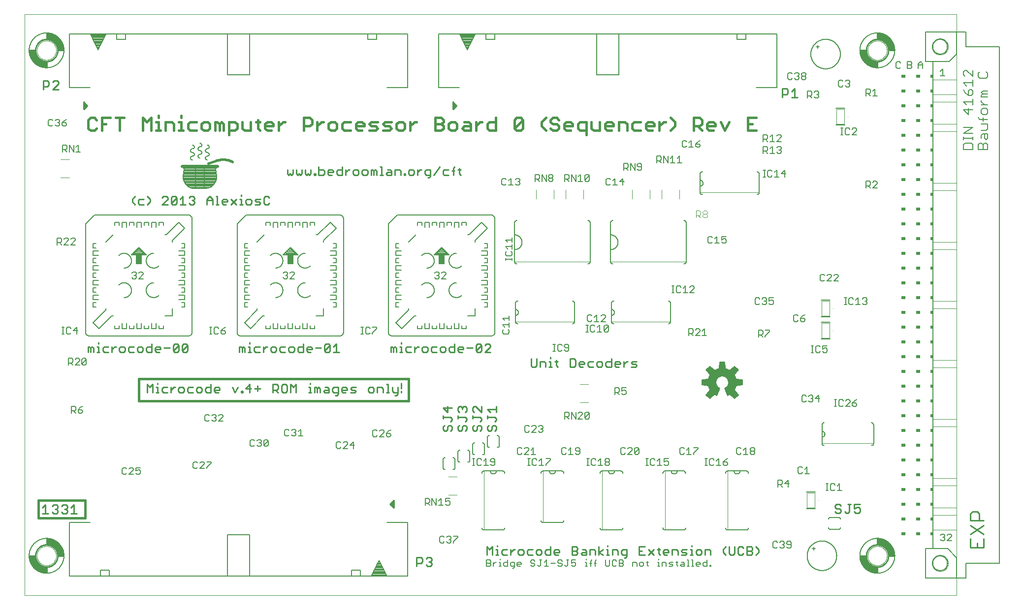
<source format=gto>
G75*
%MOIN*%
%OFA0B0*%
%FSLAX25Y25*%
%IPPOS*%
%LPD*%
%AMOC8*
5,1,8,0,0,1.08239X$1,22.5*
%
%ADD10C,0.01600*%
%ADD11C,0.01500*%
%ADD12C,0.01000*%
%ADD13C,0.00800*%
%ADD14C,0.01100*%
%ADD15C,0.00600*%
%ADD16C,0.00500*%
%ADD17R,0.04000X0.07500*%
%ADD18R,0.07000X0.01500*%
%ADD19R,0.05000X0.01000*%
%ADD20R,0.03000X0.01000*%
%ADD21R,0.01000X0.01000*%
%ADD22R,0.01000X0.00500*%
%ADD23R,0.00500X0.00500*%
%ADD24C,0.00039*%
%ADD25C,0.00295*%
%ADD26C,0.00400*%
%ADD27C,0.00200*%
%ADD28C,0.00000*%
%ADD29C,0.00700*%
%ADD30R,0.01500X0.02000*%
%ADD31R,0.03000X0.02000*%
%ADD32C,0.00591*%
%ADD33C,0.00900*%
D10*
X0057833Y0126600D02*
X0057833Y0138600D01*
X0089333Y0138600D01*
X0089333Y0126600D01*
X0057833Y0126600D01*
X0125833Y0206100D02*
X0308333Y0206100D01*
X0308333Y0221100D01*
X0125833Y0221100D01*
X0125833Y0206100D01*
X0177883Y0368760D02*
X0178206Y0368876D01*
X0178533Y0368983D01*
X0178862Y0369083D01*
X0179193Y0369175D01*
X0179526Y0369259D01*
X0179861Y0369334D01*
X0180198Y0369402D01*
X0180536Y0369461D01*
X0180876Y0369512D01*
X0181217Y0369555D01*
X0181559Y0369590D01*
X0181902Y0369617D01*
X0182245Y0369635D01*
X0182588Y0369645D01*
X0182932Y0369647D01*
X0183275Y0369640D01*
X0183619Y0369625D01*
X0183961Y0369602D01*
X0184304Y0369570D01*
X0184645Y0369531D01*
X0184985Y0369483D01*
X0185324Y0369427D01*
X0185662Y0369362D01*
X0185998Y0369290D01*
X0186332Y0369209D01*
X0186664Y0369121D01*
X0186993Y0369024D01*
X0187321Y0368920D01*
X0187645Y0368807D01*
X0187967Y0368687D01*
X0188286Y0368559D01*
X0188602Y0368424D01*
X0188914Y0368281D01*
X0189223Y0368130D01*
X0177883Y0368760D02*
X0172843Y0366870D01*
D11*
X0172569Y0389350D02*
X0169733Y0389350D01*
X0168316Y0390768D01*
X0168316Y0393604D01*
X0169733Y0395022D01*
X0172569Y0395022D01*
X0173987Y0393604D01*
X0173987Y0390768D01*
X0172569Y0389350D01*
X0177523Y0389350D02*
X0177523Y0395022D01*
X0178941Y0395022D01*
X0180359Y0393604D01*
X0181777Y0395022D01*
X0183195Y0393604D01*
X0183195Y0389350D01*
X0180359Y0389350D02*
X0180359Y0393604D01*
X0186731Y0395022D02*
X0186731Y0386514D01*
X0186731Y0389350D02*
X0190985Y0389350D01*
X0192403Y0390768D01*
X0192403Y0393604D01*
X0190985Y0395022D01*
X0186731Y0395022D01*
X0195939Y0395022D02*
X0195939Y0390768D01*
X0197357Y0389350D01*
X0201611Y0389350D01*
X0201611Y0395022D01*
X0205147Y0395022D02*
X0207983Y0395022D01*
X0206565Y0396439D02*
X0206565Y0390768D01*
X0207983Y0389350D01*
X0211286Y0390768D02*
X0212703Y0389350D01*
X0215539Y0389350D01*
X0216957Y0392186D02*
X0211286Y0392186D01*
X0211286Y0393604D02*
X0212703Y0395022D01*
X0215539Y0395022D01*
X0216957Y0393604D01*
X0216957Y0392186D01*
X0220493Y0392186D02*
X0223329Y0395022D01*
X0224747Y0395022D01*
X0220493Y0395022D02*
X0220493Y0389350D01*
X0211286Y0390768D02*
X0211286Y0393604D01*
X0237374Y0392186D02*
X0241628Y0392186D01*
X0243046Y0393604D01*
X0243046Y0396439D01*
X0241628Y0397857D01*
X0237374Y0397857D01*
X0237374Y0389350D01*
X0246582Y0389350D02*
X0246582Y0395022D01*
X0246582Y0392186D02*
X0249418Y0395022D01*
X0250836Y0395022D01*
X0254256Y0393604D02*
X0254256Y0390768D01*
X0255673Y0389350D01*
X0258509Y0389350D01*
X0259927Y0390768D01*
X0259927Y0393604D01*
X0258509Y0395022D01*
X0255673Y0395022D01*
X0254256Y0393604D01*
X0263463Y0393604D02*
X0263463Y0390768D01*
X0264881Y0389350D01*
X0269135Y0389350D01*
X0272671Y0390768D02*
X0272671Y0393604D01*
X0274089Y0395022D01*
X0276925Y0395022D01*
X0278343Y0393604D01*
X0278343Y0392186D01*
X0272671Y0392186D01*
X0272671Y0390768D02*
X0274089Y0389350D01*
X0276925Y0389350D01*
X0281879Y0389350D02*
X0286133Y0389350D01*
X0287551Y0390768D01*
X0286133Y0392186D01*
X0283297Y0392186D01*
X0281879Y0393604D01*
X0283297Y0395022D01*
X0287551Y0395022D01*
X0291087Y0393604D02*
X0292505Y0395022D01*
X0296758Y0395022D01*
X0295341Y0392186D02*
X0292505Y0392186D01*
X0291087Y0393604D01*
X0291087Y0389350D02*
X0295341Y0389350D01*
X0296758Y0390768D01*
X0295341Y0392186D01*
X0300295Y0393604D02*
X0300295Y0390768D01*
X0301713Y0389350D01*
X0304548Y0389350D01*
X0305966Y0390768D01*
X0305966Y0393604D01*
X0304548Y0395022D01*
X0301713Y0395022D01*
X0300295Y0393604D01*
X0309503Y0395022D02*
X0309503Y0389350D01*
X0309503Y0392186D02*
X0312338Y0395022D01*
X0313756Y0395022D01*
X0326384Y0393604D02*
X0330637Y0393604D01*
X0332055Y0392186D01*
X0332055Y0390768D01*
X0330637Y0389350D01*
X0326384Y0389350D01*
X0326384Y0397857D01*
X0330637Y0397857D01*
X0332055Y0396439D01*
X0332055Y0395022D01*
X0330637Y0393604D01*
X0335592Y0393604D02*
X0335592Y0390768D01*
X0337010Y0389350D01*
X0339845Y0389350D01*
X0341263Y0390768D01*
X0341263Y0393604D01*
X0339845Y0395022D01*
X0337010Y0395022D01*
X0335592Y0393604D01*
X0344800Y0390768D02*
X0346217Y0389350D01*
X0350471Y0389350D01*
X0350471Y0393604D01*
X0349053Y0395022D01*
X0346217Y0395022D01*
X0346217Y0392186D02*
X0350471Y0392186D01*
X0354007Y0392186D02*
X0356843Y0395022D01*
X0358261Y0395022D01*
X0361681Y0393604D02*
X0363098Y0395022D01*
X0367352Y0395022D01*
X0367352Y0397857D02*
X0367352Y0389350D01*
X0363098Y0389350D01*
X0361681Y0390768D01*
X0361681Y0393604D01*
X0354007Y0395022D02*
X0354007Y0389350D01*
X0346217Y0392186D02*
X0344800Y0390768D01*
X0380096Y0390768D02*
X0381514Y0389350D01*
X0384350Y0389350D01*
X0385768Y0390768D01*
X0385768Y0396439D01*
X0380096Y0390768D01*
X0380096Y0396439D01*
X0381514Y0397857D01*
X0384350Y0397857D01*
X0385768Y0396439D01*
X0398512Y0395022D02*
X0401348Y0397857D01*
X0404651Y0396439D02*
X0404651Y0395022D01*
X0406068Y0393604D01*
X0408904Y0393604D01*
X0410322Y0392186D01*
X0410322Y0390768D01*
X0408904Y0389350D01*
X0406068Y0389350D01*
X0404651Y0390768D01*
X0401348Y0389350D02*
X0398512Y0392186D01*
X0398512Y0395022D01*
X0404651Y0396439D02*
X0406068Y0397857D01*
X0408904Y0397857D01*
X0410322Y0396439D01*
X0413858Y0393604D02*
X0415276Y0395022D01*
X0418112Y0395022D01*
X0419530Y0393604D01*
X0419530Y0392186D01*
X0413858Y0392186D01*
X0413858Y0390768D02*
X0413858Y0393604D01*
X0413858Y0390768D02*
X0415276Y0389350D01*
X0418112Y0389350D01*
X0423066Y0390768D02*
X0424484Y0389350D01*
X0428738Y0389350D01*
X0428738Y0386514D02*
X0428738Y0395022D01*
X0424484Y0395022D01*
X0423066Y0393604D01*
X0423066Y0390768D01*
X0432274Y0390768D02*
X0433692Y0389350D01*
X0437946Y0389350D01*
X0437946Y0395022D01*
X0441482Y0393604D02*
X0442900Y0395022D01*
X0445736Y0395022D01*
X0447154Y0393604D01*
X0447154Y0392186D01*
X0441482Y0392186D01*
X0441482Y0390768D02*
X0441482Y0393604D01*
X0441482Y0390768D02*
X0442900Y0389350D01*
X0445736Y0389350D01*
X0450690Y0389350D02*
X0450690Y0395022D01*
X0454944Y0395022D01*
X0456361Y0393604D01*
X0456361Y0389350D01*
X0459898Y0390768D02*
X0461316Y0389350D01*
X0465569Y0389350D01*
X0469106Y0390768D02*
X0469106Y0393604D01*
X0470524Y0395022D01*
X0473359Y0395022D01*
X0474777Y0393604D01*
X0474777Y0392186D01*
X0469106Y0392186D01*
X0469106Y0390768D02*
X0470524Y0389350D01*
X0473359Y0389350D01*
X0478313Y0389350D02*
X0478313Y0395022D01*
X0481149Y0395022D02*
X0482567Y0395022D01*
X0481149Y0395022D02*
X0478313Y0392186D01*
X0485987Y0389350D02*
X0488822Y0392186D01*
X0488822Y0395022D01*
X0485987Y0397857D01*
X0501333Y0397857D02*
X0501333Y0389350D01*
X0501333Y0392186D02*
X0505587Y0392186D01*
X0507005Y0393604D01*
X0507005Y0396439D01*
X0505587Y0397857D01*
X0501333Y0397857D01*
X0504169Y0392186D02*
X0507005Y0389350D01*
X0510541Y0390768D02*
X0510541Y0393604D01*
X0511959Y0395022D01*
X0514795Y0395022D01*
X0516213Y0393604D01*
X0516213Y0392186D01*
X0510541Y0392186D01*
X0510541Y0390768D02*
X0511959Y0389350D01*
X0514795Y0389350D01*
X0519749Y0395022D02*
X0522585Y0389350D01*
X0525420Y0395022D01*
X0538165Y0393604D02*
X0541000Y0393604D01*
X0538165Y0397857D02*
X0538165Y0389350D01*
X0543836Y0389350D01*
X0543836Y0397857D02*
X0538165Y0397857D01*
X0465569Y0395022D02*
X0461316Y0395022D01*
X0459898Y0393604D01*
X0459898Y0390768D01*
X0432274Y0390768D02*
X0432274Y0395022D01*
X0269135Y0395022D02*
X0264881Y0395022D01*
X0263463Y0393604D01*
X0164779Y0395022D02*
X0160526Y0395022D01*
X0159108Y0393604D01*
X0159108Y0390768D01*
X0160526Y0389350D01*
X0164779Y0389350D01*
X0155805Y0389350D02*
X0152969Y0389350D01*
X0154387Y0389350D02*
X0154387Y0395022D01*
X0152969Y0395022D01*
X0154387Y0397857D02*
X0154387Y0399275D01*
X0149433Y0393604D02*
X0148015Y0395022D01*
X0143761Y0395022D01*
X0143761Y0389350D01*
X0140458Y0389350D02*
X0137623Y0389350D01*
X0139041Y0389350D02*
X0139041Y0395022D01*
X0137623Y0395022D01*
X0139041Y0397857D02*
X0139041Y0399275D01*
X0134086Y0397857D02*
X0131251Y0395022D01*
X0128415Y0397857D01*
X0128415Y0389350D01*
X0134086Y0389350D02*
X0134086Y0397857D01*
X0115671Y0397857D02*
X0109999Y0397857D01*
X0112835Y0397857D02*
X0112835Y0389350D01*
X0103627Y0393604D02*
X0100791Y0393604D01*
X0100791Y0397857D02*
X0100791Y0389350D01*
X0097255Y0390768D02*
X0095837Y0389350D01*
X0093001Y0389350D01*
X0091583Y0390768D01*
X0091583Y0396439D01*
X0093001Y0397857D01*
X0095837Y0397857D01*
X0097255Y0396439D01*
X0100791Y0397857D02*
X0106463Y0397857D01*
X0149433Y0393604D02*
X0149433Y0389350D01*
D12*
X0148602Y0344705D02*
X0150470Y0344705D01*
X0151404Y0343771D01*
X0147668Y0340034D01*
X0148602Y0339100D01*
X0150470Y0339100D01*
X0151404Y0340034D01*
X0151404Y0343771D01*
X0153745Y0342837D02*
X0155613Y0344705D01*
X0155613Y0339100D01*
X0153745Y0339100D02*
X0157482Y0339100D01*
X0159822Y0340034D02*
X0160756Y0339100D01*
X0162625Y0339100D01*
X0163559Y0340034D01*
X0163559Y0340968D01*
X0162625Y0341902D01*
X0161690Y0341902D01*
X0162625Y0341902D02*
X0163559Y0342837D01*
X0163559Y0343771D01*
X0162625Y0344705D01*
X0160756Y0344705D01*
X0159822Y0343771D01*
X0148602Y0344705D02*
X0147668Y0343771D01*
X0147668Y0340034D01*
X0145327Y0339100D02*
X0141591Y0339100D01*
X0145327Y0342837D01*
X0145327Y0343771D01*
X0144393Y0344705D01*
X0142525Y0344705D01*
X0141591Y0343771D01*
X0133330Y0342837D02*
X0133330Y0340968D01*
X0131462Y0339100D01*
X0129121Y0339100D02*
X0126319Y0339100D01*
X0125385Y0340034D01*
X0125385Y0341902D01*
X0126319Y0342837D01*
X0129121Y0342837D01*
X0131462Y0344705D02*
X0133330Y0342837D01*
X0123202Y0344705D02*
X0121333Y0342837D01*
X0121333Y0340968D01*
X0123202Y0339100D01*
X0171977Y0339100D02*
X0171977Y0342837D01*
X0173845Y0344705D01*
X0175713Y0342837D01*
X0175713Y0339100D01*
X0178054Y0339100D02*
X0179922Y0339100D01*
X0178988Y0339100D02*
X0178988Y0344705D01*
X0178054Y0344705D01*
X0175713Y0341902D02*
X0171977Y0341902D01*
X0182105Y0341902D02*
X0182105Y0340034D01*
X0183039Y0339100D01*
X0184908Y0339100D01*
X0185842Y0340968D02*
X0182105Y0340968D01*
X0182105Y0341902D02*
X0183039Y0342837D01*
X0184908Y0342837D01*
X0185842Y0341902D01*
X0185842Y0340968D01*
X0188182Y0339100D02*
X0191919Y0342837D01*
X0194260Y0342837D02*
X0195194Y0342837D01*
X0195194Y0339100D01*
X0194260Y0339100D02*
X0196128Y0339100D01*
X0198311Y0340034D02*
X0199245Y0339100D01*
X0201113Y0339100D01*
X0202048Y0340034D01*
X0202048Y0341902D01*
X0201113Y0342837D01*
X0199245Y0342837D01*
X0198311Y0341902D01*
X0198311Y0340034D01*
X0195194Y0344705D02*
X0195194Y0345639D01*
X0191919Y0339100D02*
X0188182Y0342837D01*
X0204388Y0341902D02*
X0205322Y0340968D01*
X0207191Y0340968D01*
X0208125Y0340034D01*
X0207191Y0339100D01*
X0204388Y0339100D01*
X0204388Y0341902D02*
X0205322Y0342837D01*
X0208125Y0342837D01*
X0210465Y0343771D02*
X0210465Y0340034D01*
X0211400Y0339100D01*
X0213268Y0339100D01*
X0214202Y0340034D01*
X0214202Y0343771D02*
X0213268Y0344705D01*
X0211400Y0344705D01*
X0210465Y0343771D01*
X0226333Y0360034D02*
X0227267Y0359100D01*
X0228202Y0360034D01*
X0229136Y0359100D01*
X0230070Y0360034D01*
X0230070Y0362837D01*
X0232411Y0362837D02*
X0232411Y0360034D01*
X0233345Y0359100D01*
X0234279Y0360034D01*
X0235213Y0359100D01*
X0236147Y0360034D01*
X0236147Y0362837D01*
X0238488Y0362837D02*
X0238488Y0360034D01*
X0239422Y0359100D01*
X0240356Y0360034D01*
X0241290Y0359100D01*
X0242224Y0360034D01*
X0242224Y0362837D01*
X0244565Y0360034D02*
X0245499Y0360034D01*
X0245499Y0359100D01*
X0244565Y0359100D01*
X0244565Y0360034D01*
X0247603Y0359100D02*
X0250406Y0359100D01*
X0251340Y0360034D01*
X0251340Y0361902D01*
X0250406Y0362837D01*
X0247603Y0362837D01*
X0247603Y0364705D02*
X0247603Y0359100D01*
X0253681Y0360034D02*
X0253681Y0361902D01*
X0254615Y0362837D01*
X0256483Y0362837D01*
X0257417Y0361902D01*
X0257417Y0360968D01*
X0253681Y0360968D01*
X0253681Y0360034D02*
X0254615Y0359100D01*
X0256483Y0359100D01*
X0259758Y0360034D02*
X0259758Y0361902D01*
X0260692Y0362837D01*
X0263494Y0362837D01*
X0263494Y0364705D02*
X0263494Y0359100D01*
X0260692Y0359100D01*
X0259758Y0360034D01*
X0265835Y0359100D02*
X0265835Y0362837D01*
X0267703Y0362837D02*
X0268637Y0362837D01*
X0267703Y0362837D02*
X0265835Y0360968D01*
X0270899Y0360034D02*
X0271834Y0359100D01*
X0273702Y0359100D01*
X0274636Y0360034D01*
X0274636Y0361902D01*
X0273702Y0362837D01*
X0271834Y0362837D01*
X0270899Y0361902D01*
X0270899Y0360034D01*
X0276977Y0360034D02*
X0277911Y0359100D01*
X0279779Y0359100D01*
X0280713Y0360034D01*
X0280713Y0361902D01*
X0279779Y0362837D01*
X0277911Y0362837D01*
X0276977Y0361902D01*
X0276977Y0360034D01*
X0283054Y0359100D02*
X0283054Y0362837D01*
X0283988Y0362837D01*
X0284922Y0361902D01*
X0285856Y0362837D01*
X0286790Y0361902D01*
X0286790Y0359100D01*
X0284922Y0359100D02*
X0284922Y0361902D01*
X0289131Y0359100D02*
X0290999Y0359100D01*
X0290065Y0359100D02*
X0290065Y0364705D01*
X0289131Y0364705D01*
X0294117Y0362837D02*
X0295985Y0362837D01*
X0296919Y0361902D01*
X0296919Y0359100D01*
X0294117Y0359100D01*
X0293182Y0360034D01*
X0294117Y0360968D01*
X0296919Y0360968D01*
X0299260Y0359100D02*
X0299260Y0362837D01*
X0302062Y0362837D01*
X0302996Y0361902D01*
X0302996Y0359100D01*
X0305337Y0359100D02*
X0306271Y0359100D01*
X0306271Y0360034D01*
X0305337Y0360034D01*
X0305337Y0359100D01*
X0308375Y0360034D02*
X0309310Y0359100D01*
X0311178Y0359100D01*
X0312112Y0360034D01*
X0312112Y0361902D01*
X0311178Y0362837D01*
X0309310Y0362837D01*
X0308375Y0361902D01*
X0308375Y0360034D01*
X0314453Y0359100D02*
X0314453Y0362837D01*
X0316321Y0362837D02*
X0317255Y0362837D01*
X0316321Y0362837D02*
X0314453Y0360968D01*
X0319517Y0360034D02*
X0320451Y0359100D01*
X0323253Y0359100D01*
X0323253Y0358166D02*
X0323253Y0362837D01*
X0320451Y0362837D01*
X0319517Y0361902D01*
X0319517Y0360034D01*
X0321385Y0357232D02*
X0322319Y0357232D01*
X0323253Y0358166D01*
X0325594Y0359100D02*
X0329331Y0364705D01*
X0331671Y0361902D02*
X0331671Y0360034D01*
X0332605Y0359100D01*
X0335408Y0359100D01*
X0338683Y0359100D02*
X0338683Y0363771D01*
X0339617Y0364705D01*
X0339617Y0361902D02*
X0337748Y0361902D01*
X0335408Y0362837D02*
X0332605Y0362837D01*
X0331671Y0361902D01*
X0341800Y0362837D02*
X0343668Y0362837D01*
X0342734Y0363771D02*
X0342734Y0360034D01*
X0343668Y0359100D01*
X0338333Y0403600D02*
X0338333Y0408600D01*
X0340833Y0406100D01*
X0338333Y0403600D01*
X0338333Y0403612D02*
X0338345Y0403612D01*
X0338333Y0404610D02*
X0339344Y0404610D01*
X0340342Y0405609D02*
X0338333Y0405609D01*
X0338333Y0406607D02*
X0340326Y0406607D01*
X0339328Y0407606D02*
X0338333Y0407606D01*
X0226333Y0362837D02*
X0226333Y0360034D01*
X0090833Y0406100D02*
X0088333Y0403600D01*
X0088333Y0408600D01*
X0090833Y0406100D01*
X0090342Y0405609D02*
X0088333Y0405609D01*
X0088333Y0406607D02*
X0090326Y0406607D01*
X0089328Y0407606D02*
X0088333Y0407606D01*
X0088333Y0404610D02*
X0089344Y0404610D01*
X0088345Y0403612D02*
X0088333Y0403612D01*
X0063333Y0432100D02*
X0057833Y0433600D01*
X0054333Y0436600D01*
X0052333Y0440100D01*
X0051833Y0443600D01*
X0055333Y0443600D01*
X0056833Y0439100D01*
X0059833Y0436600D01*
X0063333Y0435600D01*
X0063333Y0432100D01*
X0063333Y0432569D02*
X0061615Y0432569D01*
X0063333Y0433567D02*
X0057954Y0433567D01*
X0056707Y0434566D02*
X0063333Y0434566D01*
X0063333Y0435564D02*
X0055542Y0435564D01*
X0054377Y0436563D02*
X0059964Y0436563D01*
X0058680Y0437561D02*
X0053784Y0437561D01*
X0053214Y0438560D02*
X0057482Y0438560D01*
X0056681Y0439558D02*
X0052643Y0439558D01*
X0052268Y0440557D02*
X0056348Y0440557D01*
X0056015Y0441555D02*
X0052125Y0441555D01*
X0051983Y0442554D02*
X0055682Y0442554D01*
X0055349Y0443552D02*
X0051840Y0443552D01*
X0063333Y0451600D02*
X0066833Y0450600D01*
X0069833Y0448100D01*
X0071333Y0443600D01*
X0074833Y0443600D01*
X0074333Y0447100D01*
X0072333Y0450600D01*
X0068833Y0453600D01*
X0063333Y0455100D01*
X0063333Y0451600D01*
X0063542Y0451540D02*
X0071236Y0451540D01*
X0072367Y0450542D02*
X0066903Y0450542D01*
X0068101Y0449543D02*
X0072937Y0449543D01*
X0073508Y0448545D02*
X0069300Y0448545D01*
X0070018Y0447546D02*
X0074078Y0447546D01*
X0074412Y0446548D02*
X0070351Y0446548D01*
X0070684Y0445549D02*
X0074555Y0445549D01*
X0074698Y0444551D02*
X0071016Y0444551D01*
X0070071Y0452539D02*
X0063333Y0452539D01*
X0063333Y0453537D02*
X0068907Y0453537D01*
X0065402Y0454536D02*
X0063333Y0454536D01*
X0098345Y0245639D02*
X0098345Y0244705D01*
X0098345Y0242837D02*
X0098345Y0239100D01*
X0097411Y0239100D02*
X0099279Y0239100D01*
X0101462Y0240034D02*
X0102396Y0239100D01*
X0105198Y0239100D01*
X0107539Y0239100D02*
X0107539Y0242837D01*
X0109407Y0242837D02*
X0110342Y0242837D01*
X0109407Y0242837D02*
X0107539Y0240968D01*
X0105198Y0242837D02*
X0102396Y0242837D01*
X0101462Y0241902D01*
X0101462Y0240034D01*
X0098345Y0242837D02*
X0097411Y0242837D01*
X0095070Y0241902D02*
X0095070Y0239100D01*
X0093202Y0239100D02*
X0093202Y0241902D01*
X0094136Y0242837D01*
X0095070Y0241902D01*
X0093202Y0241902D02*
X0092267Y0242837D01*
X0091333Y0242837D01*
X0091333Y0239100D01*
X0112603Y0240034D02*
X0113538Y0239100D01*
X0115406Y0239100D01*
X0116340Y0240034D01*
X0116340Y0241902D01*
X0115406Y0242837D01*
X0113538Y0242837D01*
X0112603Y0241902D01*
X0112603Y0240034D01*
X0118681Y0240034D02*
X0119615Y0239100D01*
X0122417Y0239100D01*
X0124758Y0240034D02*
X0125692Y0239100D01*
X0127560Y0239100D01*
X0128494Y0240034D01*
X0128494Y0241902D01*
X0127560Y0242837D01*
X0125692Y0242837D01*
X0124758Y0241902D01*
X0124758Y0240034D01*
X0122417Y0242837D02*
X0119615Y0242837D01*
X0118681Y0241902D01*
X0118681Y0240034D01*
X0130835Y0240034D02*
X0130835Y0241902D01*
X0131769Y0242837D01*
X0134572Y0242837D01*
X0134572Y0244705D02*
X0134572Y0239100D01*
X0131769Y0239100D01*
X0130835Y0240034D01*
X0136912Y0240034D02*
X0136912Y0241902D01*
X0137846Y0242837D01*
X0139715Y0242837D01*
X0140649Y0241902D01*
X0140649Y0240968D01*
X0136912Y0240968D01*
X0136912Y0240034D02*
X0137846Y0239100D01*
X0139715Y0239100D01*
X0142989Y0241902D02*
X0146726Y0241902D01*
X0149067Y0240034D02*
X0152803Y0243771D01*
X0152803Y0240034D01*
X0151869Y0239100D01*
X0150001Y0239100D01*
X0149067Y0240034D01*
X0149067Y0243771D01*
X0150001Y0244705D01*
X0151869Y0244705D01*
X0152803Y0243771D01*
X0155144Y0243771D02*
X0156078Y0244705D01*
X0157946Y0244705D01*
X0158880Y0243771D01*
X0155144Y0240034D01*
X0156078Y0239100D01*
X0157946Y0239100D01*
X0158880Y0240034D01*
X0158880Y0243771D01*
X0155144Y0243771D02*
X0155144Y0240034D01*
X0138345Y0218139D02*
X0138345Y0217205D01*
X0138345Y0215337D02*
X0138345Y0211600D01*
X0137411Y0211600D02*
X0139279Y0211600D01*
X0141462Y0212534D02*
X0142396Y0211600D01*
X0145198Y0211600D01*
X0147539Y0211600D02*
X0147539Y0215337D01*
X0149407Y0215337D02*
X0147539Y0213468D01*
X0149407Y0215337D02*
X0150342Y0215337D01*
X0152603Y0214402D02*
X0152603Y0212534D01*
X0153538Y0211600D01*
X0155406Y0211600D01*
X0156340Y0212534D01*
X0156340Y0214402D01*
X0155406Y0215337D01*
X0153538Y0215337D01*
X0152603Y0214402D01*
X0158681Y0214402D02*
X0158681Y0212534D01*
X0159615Y0211600D01*
X0162417Y0211600D01*
X0164758Y0212534D02*
X0165692Y0211600D01*
X0167560Y0211600D01*
X0168494Y0212534D01*
X0168494Y0214402D01*
X0167560Y0215337D01*
X0165692Y0215337D01*
X0164758Y0214402D01*
X0164758Y0212534D01*
X0162417Y0215337D02*
X0159615Y0215337D01*
X0158681Y0214402D01*
X0170835Y0214402D02*
X0171769Y0215337D01*
X0174572Y0215337D01*
X0174572Y0217205D02*
X0174572Y0211600D01*
X0171769Y0211600D01*
X0170835Y0212534D01*
X0170835Y0214402D01*
X0176912Y0214402D02*
X0177846Y0215337D01*
X0179715Y0215337D01*
X0180649Y0214402D01*
X0180649Y0213468D01*
X0176912Y0213468D01*
X0176912Y0212534D02*
X0176912Y0214402D01*
X0176912Y0212534D02*
X0177846Y0211600D01*
X0179715Y0211600D01*
X0189067Y0215337D02*
X0190935Y0211600D01*
X0192803Y0215337D01*
X0195144Y0212534D02*
X0196078Y0212534D01*
X0196078Y0211600D01*
X0195144Y0211600D01*
X0195144Y0212534D01*
X0198182Y0214402D02*
X0201919Y0214402D01*
X0204260Y0214402D02*
X0207996Y0214402D01*
X0206128Y0212534D02*
X0206128Y0216271D01*
X0200985Y0217205D02*
X0198182Y0214402D01*
X0200985Y0211600D02*
X0200985Y0217205D01*
X0216414Y0217205D02*
X0216414Y0211600D01*
X0216414Y0213468D02*
X0219216Y0213468D01*
X0220150Y0214402D01*
X0220150Y0216271D01*
X0219216Y0217205D01*
X0216414Y0217205D01*
X0218282Y0213468D02*
X0220150Y0211600D01*
X0222491Y0212534D02*
X0223425Y0211600D01*
X0225294Y0211600D01*
X0226228Y0212534D01*
X0226228Y0216271D01*
X0225294Y0217205D01*
X0223425Y0217205D01*
X0222491Y0216271D01*
X0222491Y0212534D01*
X0228568Y0211600D02*
X0228568Y0217205D01*
X0230437Y0215337D01*
X0232305Y0217205D01*
X0232305Y0211600D01*
X0240723Y0211600D02*
X0242591Y0211600D01*
X0241657Y0211600D02*
X0241657Y0215337D01*
X0240723Y0215337D01*
X0241657Y0217205D02*
X0241657Y0218139D01*
X0244774Y0215337D02*
X0245708Y0215337D01*
X0246642Y0214402D01*
X0247577Y0215337D01*
X0248511Y0214402D01*
X0248511Y0211600D01*
X0246642Y0211600D02*
X0246642Y0214402D01*
X0244774Y0215337D02*
X0244774Y0211600D01*
X0250851Y0212534D02*
X0251786Y0213468D01*
X0254588Y0213468D01*
X0254588Y0214402D02*
X0254588Y0211600D01*
X0251786Y0211600D01*
X0250851Y0212534D01*
X0251786Y0215337D02*
X0253654Y0215337D01*
X0254588Y0214402D01*
X0256929Y0214402D02*
X0256929Y0212534D01*
X0257863Y0211600D01*
X0260665Y0211600D01*
X0260665Y0210666D02*
X0260665Y0215337D01*
X0257863Y0215337D01*
X0256929Y0214402D01*
X0258797Y0209732D02*
X0259731Y0209732D01*
X0260665Y0210666D01*
X0263006Y0212534D02*
X0263006Y0214402D01*
X0263940Y0215337D01*
X0265808Y0215337D01*
X0266742Y0214402D01*
X0266742Y0213468D01*
X0263006Y0213468D01*
X0263006Y0212534D02*
X0263940Y0211600D01*
X0265808Y0211600D01*
X0269083Y0211600D02*
X0271885Y0211600D01*
X0272819Y0212534D01*
X0271885Y0213468D01*
X0270017Y0213468D01*
X0269083Y0214402D01*
X0270017Y0215337D01*
X0272819Y0215337D01*
X0281237Y0214402D02*
X0281237Y0212534D01*
X0282171Y0211600D01*
X0284040Y0211600D01*
X0284974Y0212534D01*
X0284974Y0214402D01*
X0284040Y0215337D01*
X0282171Y0215337D01*
X0281237Y0214402D01*
X0287315Y0215337D02*
X0290117Y0215337D01*
X0291051Y0214402D01*
X0291051Y0211600D01*
X0293392Y0211600D02*
X0295260Y0211600D01*
X0294326Y0211600D02*
X0294326Y0217205D01*
X0293392Y0217205D01*
X0297443Y0215337D02*
X0297443Y0212534D01*
X0298377Y0211600D01*
X0301180Y0211600D01*
X0301180Y0210666D02*
X0301180Y0215337D01*
X0303520Y0214402D02*
X0303520Y0218139D01*
X0303520Y0212534D02*
X0303520Y0211600D01*
X0301180Y0210666D02*
X0300246Y0209732D01*
X0299311Y0209732D01*
X0287315Y0211600D02*
X0287315Y0215337D01*
X0296333Y0239100D02*
X0296333Y0242837D01*
X0297267Y0242837D01*
X0298202Y0241902D01*
X0299136Y0242837D01*
X0300070Y0241902D01*
X0300070Y0239100D01*
X0298202Y0239100D02*
X0298202Y0241902D01*
X0302411Y0242837D02*
X0303345Y0242837D01*
X0303345Y0239100D01*
X0302411Y0239100D02*
X0304279Y0239100D01*
X0306462Y0240034D02*
X0307396Y0239100D01*
X0310198Y0239100D01*
X0312539Y0239100D02*
X0312539Y0242837D01*
X0314407Y0242837D02*
X0315342Y0242837D01*
X0314407Y0242837D02*
X0312539Y0240968D01*
X0310198Y0242837D02*
X0307396Y0242837D01*
X0306462Y0241902D01*
X0306462Y0240034D01*
X0303345Y0244705D02*
X0303345Y0245639D01*
X0317603Y0241902D02*
X0317603Y0240034D01*
X0318538Y0239100D01*
X0320406Y0239100D01*
X0321340Y0240034D01*
X0321340Y0241902D01*
X0320406Y0242837D01*
X0318538Y0242837D01*
X0317603Y0241902D01*
X0323681Y0241902D02*
X0323681Y0240034D01*
X0324615Y0239100D01*
X0327417Y0239100D01*
X0329758Y0240034D02*
X0330692Y0239100D01*
X0332560Y0239100D01*
X0333494Y0240034D01*
X0333494Y0241902D01*
X0332560Y0242837D01*
X0330692Y0242837D01*
X0329758Y0241902D01*
X0329758Y0240034D01*
X0327417Y0242837D02*
X0324615Y0242837D01*
X0323681Y0241902D01*
X0335835Y0241902D02*
X0336769Y0242837D01*
X0339572Y0242837D01*
X0339572Y0244705D02*
X0339572Y0239100D01*
X0336769Y0239100D01*
X0335835Y0240034D01*
X0335835Y0241902D01*
X0341912Y0241902D02*
X0342846Y0242837D01*
X0344715Y0242837D01*
X0345649Y0241902D01*
X0345649Y0240968D01*
X0341912Y0240968D01*
X0341912Y0240034D02*
X0341912Y0241902D01*
X0341912Y0240034D02*
X0342846Y0239100D01*
X0344715Y0239100D01*
X0347989Y0241902D02*
X0351726Y0241902D01*
X0354067Y0240034D02*
X0357803Y0243771D01*
X0357803Y0240034D01*
X0356869Y0239100D01*
X0355001Y0239100D01*
X0354067Y0240034D01*
X0354067Y0243771D01*
X0355001Y0244705D01*
X0356869Y0244705D01*
X0357803Y0243771D01*
X0360144Y0243771D02*
X0361078Y0244705D01*
X0362946Y0244705D01*
X0363880Y0243771D01*
X0363880Y0242837D01*
X0360144Y0239100D01*
X0363880Y0239100D01*
X0391333Y0234705D02*
X0391333Y0230034D01*
X0392267Y0229100D01*
X0394136Y0229100D01*
X0395070Y0230034D01*
X0395070Y0234705D01*
X0397411Y0232837D02*
X0400213Y0232837D01*
X0401147Y0231902D01*
X0401147Y0229100D01*
X0403488Y0229100D02*
X0405356Y0229100D01*
X0404422Y0229100D02*
X0404422Y0232837D01*
X0403488Y0232837D01*
X0404422Y0234705D02*
X0404422Y0235639D01*
X0407539Y0232837D02*
X0409407Y0232837D01*
X0408473Y0233771D02*
X0408473Y0230034D01*
X0409407Y0229100D01*
X0417668Y0229100D02*
X0417668Y0234705D01*
X0420470Y0234705D01*
X0421404Y0233771D01*
X0421404Y0230034D01*
X0420470Y0229100D01*
X0417668Y0229100D01*
X0423745Y0230034D02*
X0423745Y0231902D01*
X0424679Y0232837D01*
X0426547Y0232837D01*
X0427482Y0231902D01*
X0427482Y0230968D01*
X0423745Y0230968D01*
X0423745Y0230034D02*
X0424679Y0229100D01*
X0426547Y0229100D01*
X0429822Y0230034D02*
X0430756Y0229100D01*
X0433559Y0229100D01*
X0435899Y0230034D02*
X0436834Y0229100D01*
X0438702Y0229100D01*
X0439636Y0230034D01*
X0439636Y0231902D01*
X0438702Y0232837D01*
X0436834Y0232837D01*
X0435899Y0231902D01*
X0435899Y0230034D01*
X0433559Y0232837D02*
X0430756Y0232837D01*
X0429822Y0231902D01*
X0429822Y0230034D01*
X0441977Y0230034D02*
X0441977Y0231902D01*
X0442911Y0232837D01*
X0445713Y0232837D01*
X0445713Y0234705D02*
X0445713Y0229100D01*
X0442911Y0229100D01*
X0441977Y0230034D01*
X0448054Y0230034D02*
X0448054Y0231902D01*
X0448988Y0232837D01*
X0450856Y0232837D01*
X0451790Y0231902D01*
X0451790Y0230968D01*
X0448054Y0230968D01*
X0448054Y0230034D02*
X0448988Y0229100D01*
X0450856Y0229100D01*
X0454131Y0229100D02*
X0454131Y0232837D01*
X0455999Y0232837D02*
X0454131Y0230968D01*
X0455999Y0232837D02*
X0456933Y0232837D01*
X0459195Y0231902D02*
X0460129Y0232837D01*
X0462932Y0232837D01*
X0461998Y0230968D02*
X0460129Y0230968D01*
X0459195Y0231902D01*
X0459195Y0229100D02*
X0461998Y0229100D01*
X0462932Y0230034D01*
X0461998Y0230968D01*
X0397411Y0229100D02*
X0397411Y0232837D01*
X0298333Y0138600D02*
X0295833Y0136100D01*
X0298333Y0133600D01*
X0298333Y0138600D01*
X0298333Y0138008D02*
X0297741Y0138008D01*
X0298333Y0137009D02*
X0296743Y0137009D01*
X0295923Y0136011D02*
X0298333Y0136011D01*
X0298333Y0135012D02*
X0296921Y0135012D01*
X0297920Y0134014D02*
X0298333Y0134014D01*
X0361333Y0107205D02*
X0361333Y0101600D01*
X0365070Y0101600D02*
X0365070Y0107205D01*
X0363202Y0105337D01*
X0361333Y0107205D01*
X0367411Y0105337D02*
X0368345Y0105337D01*
X0368345Y0101600D01*
X0367411Y0101600D02*
X0369279Y0101600D01*
X0371462Y0102534D02*
X0372396Y0101600D01*
X0375198Y0101600D01*
X0377539Y0101600D02*
X0377539Y0105337D01*
X0379407Y0105337D02*
X0380342Y0105337D01*
X0379407Y0105337D02*
X0377539Y0103468D01*
X0375198Y0105337D02*
X0372396Y0105337D01*
X0371462Y0104402D01*
X0371462Y0102534D01*
X0368345Y0107205D02*
X0368345Y0108139D01*
X0382603Y0104402D02*
X0382603Y0102534D01*
X0383538Y0101600D01*
X0385406Y0101600D01*
X0386340Y0102534D01*
X0386340Y0104402D01*
X0385406Y0105337D01*
X0383538Y0105337D01*
X0382603Y0104402D01*
X0388681Y0104402D02*
X0388681Y0102534D01*
X0389615Y0101600D01*
X0392417Y0101600D01*
X0394758Y0102534D02*
X0395692Y0101600D01*
X0397560Y0101600D01*
X0398494Y0102534D01*
X0398494Y0104402D01*
X0397560Y0105337D01*
X0395692Y0105337D01*
X0394758Y0104402D01*
X0394758Y0102534D01*
X0392417Y0105337D02*
X0389615Y0105337D01*
X0388681Y0104402D01*
X0400835Y0104402D02*
X0400835Y0102534D01*
X0401769Y0101600D01*
X0404572Y0101600D01*
X0404572Y0107205D01*
X0404572Y0105337D02*
X0401769Y0105337D01*
X0400835Y0104402D01*
X0406912Y0104402D02*
X0406912Y0102534D01*
X0407846Y0101600D01*
X0409715Y0101600D01*
X0410649Y0103468D02*
X0406912Y0103468D01*
X0406912Y0104402D02*
X0407846Y0105337D01*
X0409715Y0105337D01*
X0410649Y0104402D01*
X0410649Y0103468D01*
X0419067Y0104402D02*
X0421869Y0104402D01*
X0422803Y0103468D01*
X0422803Y0102534D01*
X0421869Y0101600D01*
X0419067Y0101600D01*
X0419067Y0107205D01*
X0421869Y0107205D01*
X0422803Y0106271D01*
X0422803Y0105337D01*
X0421869Y0104402D01*
X0425144Y0102534D02*
X0426078Y0103468D01*
X0428880Y0103468D01*
X0428880Y0104402D02*
X0428880Y0101600D01*
X0426078Y0101600D01*
X0425144Y0102534D01*
X0426078Y0105337D02*
X0427946Y0105337D01*
X0428880Y0104402D01*
X0431221Y0105337D02*
X0434023Y0105337D01*
X0434958Y0104402D01*
X0434958Y0101600D01*
X0437298Y0101600D02*
X0437298Y0107205D01*
X0440101Y0105337D02*
X0437298Y0103468D01*
X0440101Y0101600D01*
X0442363Y0101600D02*
X0444231Y0101600D01*
X0443297Y0101600D02*
X0443297Y0105337D01*
X0442363Y0105337D01*
X0443297Y0107205D02*
X0443297Y0108139D01*
X0446414Y0105337D02*
X0449216Y0105337D01*
X0450150Y0104402D01*
X0450150Y0101600D01*
X0452491Y0102534D02*
X0453425Y0101600D01*
X0456228Y0101600D01*
X0456228Y0100666D02*
X0456228Y0105337D01*
X0453425Y0105337D01*
X0452491Y0104402D01*
X0452491Y0102534D01*
X0454359Y0099732D02*
X0455294Y0099732D01*
X0456228Y0100666D01*
X0464646Y0101600D02*
X0464646Y0107205D01*
X0468382Y0107205D01*
X0470723Y0105337D02*
X0474459Y0101600D01*
X0477734Y0102534D02*
X0477734Y0106271D01*
X0476800Y0105337D02*
X0478668Y0105337D01*
X0480851Y0104402D02*
X0481785Y0105337D01*
X0483654Y0105337D01*
X0484588Y0104402D01*
X0484588Y0103468D01*
X0480851Y0103468D01*
X0480851Y0102534D02*
X0480851Y0104402D01*
X0480851Y0102534D02*
X0481785Y0101600D01*
X0483654Y0101600D01*
X0486929Y0101600D02*
X0486929Y0105337D01*
X0489731Y0105337D01*
X0490665Y0104402D01*
X0490665Y0101600D01*
X0493006Y0101600D02*
X0495808Y0101600D01*
X0496742Y0102534D01*
X0495808Y0103468D01*
X0493940Y0103468D01*
X0493006Y0104402D01*
X0493940Y0105337D01*
X0496742Y0105337D01*
X0499083Y0105337D02*
X0500017Y0105337D01*
X0500017Y0101600D01*
X0499083Y0101600D02*
X0500951Y0101600D01*
X0503134Y0102534D02*
X0504069Y0101600D01*
X0505937Y0101600D01*
X0506871Y0102534D01*
X0506871Y0104402D01*
X0505937Y0105337D01*
X0504069Y0105337D01*
X0503134Y0104402D01*
X0503134Y0102534D01*
X0500017Y0107205D02*
X0500017Y0108139D01*
X0509212Y0105337D02*
X0509212Y0101600D01*
X0512948Y0101600D02*
X0512948Y0104402D01*
X0512014Y0105337D01*
X0509212Y0105337D01*
X0521366Y0105337D02*
X0523234Y0107205D01*
X0525417Y0107205D02*
X0525417Y0102534D01*
X0526352Y0101600D01*
X0528220Y0101600D01*
X0529154Y0102534D01*
X0529154Y0107205D01*
X0531495Y0106271D02*
X0531495Y0102534D01*
X0532429Y0101600D01*
X0534297Y0101600D01*
X0535231Y0102534D01*
X0537572Y0101600D02*
X0540374Y0101600D01*
X0541308Y0102534D01*
X0541308Y0103468D01*
X0540374Y0104402D01*
X0537572Y0104402D01*
X0537572Y0101600D02*
X0537572Y0107205D01*
X0540374Y0107205D01*
X0541308Y0106271D01*
X0541308Y0105337D01*
X0540374Y0104402D01*
X0543649Y0101600D02*
X0545517Y0103468D01*
X0545517Y0105337D01*
X0543649Y0107205D01*
X0535231Y0106271D02*
X0534297Y0107205D01*
X0532429Y0107205D01*
X0531495Y0106271D01*
X0523234Y0101600D02*
X0521366Y0103468D01*
X0521366Y0105337D01*
X0478668Y0101600D02*
X0477734Y0102534D01*
X0474459Y0105337D02*
X0470723Y0101600D01*
X0468382Y0101600D02*
X0464646Y0101600D01*
X0464646Y0104402D02*
X0466514Y0104402D01*
X0446414Y0105337D02*
X0446414Y0101600D01*
X0431221Y0101600D02*
X0431221Y0105337D01*
X0261380Y0239100D02*
X0257644Y0239100D01*
X0259512Y0239100D02*
X0259512Y0244705D01*
X0257644Y0242837D01*
X0255303Y0243771D02*
X0254369Y0244705D01*
X0252501Y0244705D01*
X0251567Y0243771D01*
X0251567Y0240034D01*
X0255303Y0243771D01*
X0255303Y0240034D01*
X0254369Y0239100D01*
X0252501Y0239100D01*
X0251567Y0240034D01*
X0249226Y0241902D02*
X0245489Y0241902D01*
X0243149Y0241902D02*
X0243149Y0240968D01*
X0239412Y0240968D01*
X0239412Y0240034D02*
X0239412Y0241902D01*
X0240346Y0242837D01*
X0242215Y0242837D01*
X0243149Y0241902D01*
X0242215Y0239100D02*
X0240346Y0239100D01*
X0239412Y0240034D01*
X0237072Y0239100D02*
X0234269Y0239100D01*
X0233335Y0240034D01*
X0233335Y0241902D01*
X0234269Y0242837D01*
X0237072Y0242837D01*
X0237072Y0244705D02*
X0237072Y0239100D01*
X0230994Y0240034D02*
X0230994Y0241902D01*
X0230060Y0242837D01*
X0228192Y0242837D01*
X0227258Y0241902D01*
X0227258Y0240034D01*
X0228192Y0239100D01*
X0230060Y0239100D01*
X0230994Y0240034D01*
X0224917Y0239100D02*
X0222115Y0239100D01*
X0221181Y0240034D01*
X0221181Y0241902D01*
X0222115Y0242837D01*
X0224917Y0242837D01*
X0218840Y0241902D02*
X0217906Y0242837D01*
X0216038Y0242837D01*
X0215103Y0241902D01*
X0215103Y0240034D01*
X0216038Y0239100D01*
X0217906Y0239100D01*
X0218840Y0240034D01*
X0218840Y0241902D01*
X0212842Y0242837D02*
X0211907Y0242837D01*
X0210039Y0240968D01*
X0210039Y0239100D02*
X0210039Y0242837D01*
X0207698Y0242837D02*
X0204896Y0242837D01*
X0203962Y0241902D01*
X0203962Y0240034D01*
X0204896Y0239100D01*
X0207698Y0239100D01*
X0201779Y0239100D02*
X0199911Y0239100D01*
X0200845Y0239100D02*
X0200845Y0242837D01*
X0199911Y0242837D01*
X0200845Y0244705D02*
X0200845Y0245639D01*
X0197570Y0241902D02*
X0197570Y0239100D01*
X0195702Y0239100D02*
X0195702Y0241902D01*
X0196636Y0242837D01*
X0197570Y0241902D01*
X0195702Y0241902D02*
X0194767Y0242837D01*
X0193833Y0242837D01*
X0193833Y0239100D01*
X0145198Y0215337D02*
X0142396Y0215337D01*
X0141462Y0214402D01*
X0141462Y0212534D01*
X0138345Y0215337D02*
X0137411Y0215337D01*
X0135070Y0217205D02*
X0135070Y0211600D01*
X0131333Y0211600D02*
X0131333Y0217205D01*
X0133202Y0215337D01*
X0135070Y0217205D01*
X0068833Y0111100D02*
X0063333Y0112600D01*
X0063333Y0109100D01*
X0066833Y0108100D01*
X0069833Y0105600D01*
X0071333Y0101100D01*
X0074833Y0101100D01*
X0074333Y0104600D01*
X0072333Y0108100D01*
X0068833Y0111100D01*
X0068894Y0111048D02*
X0063333Y0111048D01*
X0063333Y0112046D02*
X0065363Y0112046D01*
X0063333Y0110049D02*
X0070059Y0110049D01*
X0071224Y0109051D02*
X0063505Y0109051D01*
X0066890Y0108052D02*
X0072361Y0108052D01*
X0072931Y0107054D02*
X0068089Y0107054D01*
X0069287Y0106055D02*
X0073502Y0106055D01*
X0074072Y0105057D02*
X0070014Y0105057D01*
X0070347Y0104058D02*
X0074411Y0104058D01*
X0074553Y0103060D02*
X0070680Y0103060D01*
X0071013Y0102061D02*
X0074696Y0102061D01*
X0063333Y0093100D02*
X0063333Y0089600D01*
X0057833Y0091100D01*
X0054333Y0094100D01*
X0052333Y0097600D01*
X0051833Y0101100D01*
X0055333Y0101100D01*
X0056833Y0096600D01*
X0059833Y0094100D01*
X0063333Y0093100D01*
X0063333Y0093075D02*
X0055530Y0093075D01*
X0056694Y0092076D02*
X0063333Y0092076D01*
X0063333Y0091078D02*
X0057915Y0091078D01*
X0059927Y0094073D02*
X0054365Y0094073D01*
X0053778Y0095072D02*
X0058667Y0095072D01*
X0057469Y0096070D02*
X0053207Y0096070D01*
X0052637Y0097069D02*
X0056677Y0097069D01*
X0056344Y0098067D02*
X0052267Y0098067D01*
X0052124Y0099066D02*
X0056011Y0099066D01*
X0055679Y0100064D02*
X0051981Y0100064D01*
X0051839Y0101063D02*
X0055346Y0101063D01*
X0061576Y0090079D02*
X0063333Y0090079D01*
X0614333Y0101100D02*
X0614833Y0097600D01*
X0616833Y0094100D01*
X0620333Y0091100D01*
X0625833Y0089600D01*
X0625833Y0093100D01*
X0622333Y0094100D01*
X0619333Y0096600D01*
X0617833Y0101100D01*
X0614333Y0101100D01*
X0614339Y0101063D02*
X0617846Y0101063D01*
X0618179Y0100064D02*
X0614481Y0100064D01*
X0614624Y0099066D02*
X0618511Y0099066D01*
X0618844Y0098067D02*
X0614767Y0098067D01*
X0615137Y0097069D02*
X0619177Y0097069D01*
X0619969Y0096070D02*
X0615707Y0096070D01*
X0616278Y0095072D02*
X0621167Y0095072D01*
X0622427Y0094073D02*
X0616865Y0094073D01*
X0618030Y0093075D02*
X0625833Y0093075D01*
X0625833Y0092076D02*
X0619194Y0092076D01*
X0620415Y0091078D02*
X0625833Y0091078D01*
X0625833Y0090079D02*
X0624076Y0090079D01*
X0633833Y0101100D02*
X0637333Y0101100D01*
X0636833Y0104600D01*
X0634833Y0108100D01*
X0631333Y0111100D01*
X0625833Y0112600D01*
X0625833Y0109100D01*
X0629333Y0108100D01*
X0632333Y0105600D01*
X0633833Y0101100D01*
X0633513Y0102061D02*
X0637196Y0102061D01*
X0637053Y0103060D02*
X0633180Y0103060D01*
X0632847Y0104058D02*
X0636911Y0104058D01*
X0636572Y0105057D02*
X0632514Y0105057D01*
X0631787Y0106055D02*
X0636002Y0106055D01*
X0635431Y0107054D02*
X0630589Y0107054D01*
X0629390Y0108052D02*
X0634861Y0108052D01*
X0633724Y0109051D02*
X0626005Y0109051D01*
X0625833Y0110049D02*
X0632559Y0110049D01*
X0631394Y0111048D02*
X0625833Y0111048D01*
X0625833Y0112046D02*
X0627863Y0112046D01*
X0688826Y0112605D02*
X0688826Y0106600D01*
X0697833Y0106600D01*
X0697833Y0112605D01*
X0697833Y0115808D02*
X0688826Y0121813D01*
X0688826Y0125016D02*
X0688826Y0129520D01*
X0690327Y0131021D01*
X0693329Y0131021D01*
X0694831Y0129520D01*
X0694831Y0125016D01*
X0697833Y0125016D02*
X0688826Y0125016D01*
X0688826Y0115808D02*
X0697833Y0121813D01*
X0693329Y0109603D02*
X0693329Y0106600D01*
X0625833Y0432100D02*
X0620333Y0433600D01*
X0616833Y0436600D01*
X0614833Y0440100D01*
X0614333Y0443600D01*
X0617833Y0443600D01*
X0619333Y0439100D01*
X0622333Y0436600D01*
X0625833Y0435600D01*
X0625833Y0432100D01*
X0625833Y0432569D02*
X0624115Y0432569D01*
X0625833Y0433567D02*
X0620454Y0433567D01*
X0619207Y0434566D02*
X0625833Y0434566D01*
X0625833Y0435564D02*
X0618042Y0435564D01*
X0616877Y0436563D02*
X0622464Y0436563D01*
X0621180Y0437561D02*
X0616284Y0437561D01*
X0615714Y0438560D02*
X0619982Y0438560D01*
X0619181Y0439558D02*
X0615143Y0439558D01*
X0614768Y0440557D02*
X0618848Y0440557D01*
X0618515Y0441555D02*
X0614625Y0441555D01*
X0614483Y0442554D02*
X0618182Y0442554D01*
X0617849Y0443552D02*
X0614340Y0443552D01*
X0625833Y0451600D02*
X0629333Y0450600D01*
X0632333Y0448100D01*
X0633833Y0443600D01*
X0637333Y0443600D01*
X0636833Y0447100D01*
X0634833Y0450600D01*
X0631333Y0453600D01*
X0625833Y0455100D01*
X0625833Y0451600D01*
X0626042Y0451540D02*
X0633736Y0451540D01*
X0634867Y0450542D02*
X0629403Y0450542D01*
X0630601Y0449543D02*
X0635437Y0449543D01*
X0636008Y0448545D02*
X0631800Y0448545D01*
X0632518Y0447546D02*
X0636578Y0447546D01*
X0636912Y0446548D02*
X0632851Y0446548D01*
X0633184Y0445549D02*
X0637055Y0445549D01*
X0637198Y0444551D02*
X0633516Y0444551D01*
X0632571Y0452539D02*
X0625833Y0452539D01*
X0625833Y0453537D02*
X0631407Y0453537D01*
X0627902Y0454536D02*
X0625833Y0454536D01*
D13*
X0614033Y0443600D02*
X0614037Y0443890D01*
X0614047Y0444179D01*
X0614065Y0444468D01*
X0614090Y0444757D01*
X0614122Y0445044D01*
X0614161Y0445331D01*
X0614207Y0445617D01*
X0614260Y0445902D01*
X0614320Y0446185D01*
X0614387Y0446467D01*
X0614460Y0446747D01*
X0614541Y0447025D01*
X0614629Y0447301D01*
X0614723Y0447575D01*
X0614824Y0447847D01*
X0614931Y0448116D01*
X0615045Y0448382D01*
X0615166Y0448645D01*
X0615293Y0448905D01*
X0615426Y0449162D01*
X0615566Y0449416D01*
X0615712Y0449666D01*
X0615864Y0449913D01*
X0616022Y0450156D01*
X0616185Y0450395D01*
X0616355Y0450629D01*
X0616531Y0450860D01*
X0616711Y0451086D01*
X0616898Y0451307D01*
X0617090Y0451524D01*
X0617287Y0451737D01*
X0617489Y0451944D01*
X0617696Y0452146D01*
X0617909Y0452343D01*
X0618126Y0452535D01*
X0618347Y0452722D01*
X0618573Y0452902D01*
X0618804Y0453078D01*
X0619038Y0453248D01*
X0619277Y0453411D01*
X0619520Y0453569D01*
X0619767Y0453721D01*
X0620017Y0453867D01*
X0620271Y0454007D01*
X0620528Y0454140D01*
X0620788Y0454267D01*
X0621051Y0454388D01*
X0621317Y0454502D01*
X0621586Y0454609D01*
X0621858Y0454710D01*
X0622132Y0454804D01*
X0622408Y0454892D01*
X0622686Y0454973D01*
X0622966Y0455046D01*
X0623248Y0455113D01*
X0623531Y0455173D01*
X0623816Y0455226D01*
X0624102Y0455272D01*
X0624389Y0455311D01*
X0624676Y0455343D01*
X0624965Y0455368D01*
X0625254Y0455386D01*
X0625543Y0455396D01*
X0625833Y0455400D01*
X0626123Y0455396D01*
X0626412Y0455386D01*
X0626701Y0455368D01*
X0626990Y0455343D01*
X0627277Y0455311D01*
X0627564Y0455272D01*
X0627850Y0455226D01*
X0628135Y0455173D01*
X0628418Y0455113D01*
X0628700Y0455046D01*
X0628980Y0454973D01*
X0629258Y0454892D01*
X0629534Y0454804D01*
X0629808Y0454710D01*
X0630080Y0454609D01*
X0630349Y0454502D01*
X0630615Y0454388D01*
X0630878Y0454267D01*
X0631138Y0454140D01*
X0631395Y0454007D01*
X0631649Y0453867D01*
X0631899Y0453721D01*
X0632146Y0453569D01*
X0632389Y0453411D01*
X0632628Y0453248D01*
X0632862Y0453078D01*
X0633093Y0452902D01*
X0633319Y0452722D01*
X0633540Y0452535D01*
X0633757Y0452343D01*
X0633970Y0452146D01*
X0634177Y0451944D01*
X0634379Y0451737D01*
X0634576Y0451524D01*
X0634768Y0451307D01*
X0634955Y0451086D01*
X0635135Y0450860D01*
X0635311Y0450629D01*
X0635481Y0450395D01*
X0635644Y0450156D01*
X0635802Y0449913D01*
X0635954Y0449666D01*
X0636100Y0449416D01*
X0636240Y0449162D01*
X0636373Y0448905D01*
X0636500Y0448645D01*
X0636621Y0448382D01*
X0636735Y0448116D01*
X0636842Y0447847D01*
X0636943Y0447575D01*
X0637037Y0447301D01*
X0637125Y0447025D01*
X0637206Y0446747D01*
X0637279Y0446467D01*
X0637346Y0446185D01*
X0637406Y0445902D01*
X0637459Y0445617D01*
X0637505Y0445331D01*
X0637544Y0445044D01*
X0637576Y0444757D01*
X0637601Y0444468D01*
X0637619Y0444179D01*
X0637629Y0443890D01*
X0637633Y0443600D01*
X0637629Y0443310D01*
X0637619Y0443021D01*
X0637601Y0442732D01*
X0637576Y0442443D01*
X0637544Y0442156D01*
X0637505Y0441869D01*
X0637459Y0441583D01*
X0637406Y0441298D01*
X0637346Y0441015D01*
X0637279Y0440733D01*
X0637206Y0440453D01*
X0637125Y0440175D01*
X0637037Y0439899D01*
X0636943Y0439625D01*
X0636842Y0439353D01*
X0636735Y0439084D01*
X0636621Y0438818D01*
X0636500Y0438555D01*
X0636373Y0438295D01*
X0636240Y0438038D01*
X0636100Y0437784D01*
X0635954Y0437534D01*
X0635802Y0437287D01*
X0635644Y0437044D01*
X0635481Y0436805D01*
X0635311Y0436571D01*
X0635135Y0436340D01*
X0634955Y0436114D01*
X0634768Y0435893D01*
X0634576Y0435676D01*
X0634379Y0435463D01*
X0634177Y0435256D01*
X0633970Y0435054D01*
X0633757Y0434857D01*
X0633540Y0434665D01*
X0633319Y0434478D01*
X0633093Y0434298D01*
X0632862Y0434122D01*
X0632628Y0433952D01*
X0632389Y0433789D01*
X0632146Y0433631D01*
X0631899Y0433479D01*
X0631649Y0433333D01*
X0631395Y0433193D01*
X0631138Y0433060D01*
X0630878Y0432933D01*
X0630615Y0432812D01*
X0630349Y0432698D01*
X0630080Y0432591D01*
X0629808Y0432490D01*
X0629534Y0432396D01*
X0629258Y0432308D01*
X0628980Y0432227D01*
X0628700Y0432154D01*
X0628418Y0432087D01*
X0628135Y0432027D01*
X0627850Y0431974D01*
X0627564Y0431928D01*
X0627277Y0431889D01*
X0626990Y0431857D01*
X0626701Y0431832D01*
X0626412Y0431814D01*
X0626123Y0431804D01*
X0625833Y0431800D01*
X0625543Y0431804D01*
X0625254Y0431814D01*
X0624965Y0431832D01*
X0624676Y0431857D01*
X0624389Y0431889D01*
X0624102Y0431928D01*
X0623816Y0431974D01*
X0623531Y0432027D01*
X0623248Y0432087D01*
X0622966Y0432154D01*
X0622686Y0432227D01*
X0622408Y0432308D01*
X0622132Y0432396D01*
X0621858Y0432490D01*
X0621586Y0432591D01*
X0621317Y0432698D01*
X0621051Y0432812D01*
X0620788Y0432933D01*
X0620528Y0433060D01*
X0620271Y0433193D01*
X0620017Y0433333D01*
X0619767Y0433479D01*
X0619520Y0433631D01*
X0619277Y0433789D01*
X0619038Y0433952D01*
X0618804Y0434122D01*
X0618573Y0434298D01*
X0618347Y0434478D01*
X0618126Y0434665D01*
X0617909Y0434857D01*
X0617696Y0435054D01*
X0617489Y0435256D01*
X0617287Y0435463D01*
X0617090Y0435676D01*
X0616898Y0435893D01*
X0616711Y0436114D01*
X0616531Y0436340D01*
X0616355Y0436571D01*
X0616185Y0436805D01*
X0616022Y0437044D01*
X0615864Y0437287D01*
X0615712Y0437534D01*
X0615566Y0437784D01*
X0615426Y0438038D01*
X0615293Y0438295D01*
X0615166Y0438555D01*
X0615045Y0438818D01*
X0614931Y0439084D01*
X0614824Y0439353D01*
X0614723Y0439625D01*
X0614629Y0439899D01*
X0614541Y0440175D01*
X0614460Y0440453D01*
X0614387Y0440733D01*
X0614320Y0441015D01*
X0614260Y0441298D01*
X0614207Y0441583D01*
X0614161Y0441869D01*
X0614122Y0442156D01*
X0614090Y0442443D01*
X0614065Y0442732D01*
X0614047Y0443021D01*
X0614037Y0443310D01*
X0614033Y0443600D01*
X0557703Y0454702D02*
X0557703Y0418482D01*
X0543699Y0418482D01*
X0536711Y0450883D02*
X0530888Y0450883D01*
X0530888Y0454702D01*
X0450747Y0454702D01*
X0435920Y0454702D01*
X0366711Y0454702D01*
X0366711Y0450883D01*
X0360888Y0450883D01*
X0360888Y0454702D01*
X0328963Y0454702D01*
X0328963Y0418482D01*
X0342916Y0418482D01*
X0348314Y0444053D02*
X0343294Y0454191D01*
X0353333Y0454191D01*
X0348314Y0444053D01*
X0348234Y0444214D02*
X0348393Y0444214D01*
X0348789Y0445012D02*
X0347839Y0445012D01*
X0347443Y0445811D02*
X0349184Y0445811D01*
X0349579Y0446609D02*
X0347048Y0446609D01*
X0346652Y0447408D02*
X0349975Y0447408D01*
X0350370Y0448206D02*
X0346257Y0448206D01*
X0345862Y0449005D02*
X0350766Y0449005D01*
X0351161Y0449803D02*
X0345466Y0449803D01*
X0345071Y0450602D02*
X0351556Y0450602D01*
X0351952Y0451400D02*
X0344676Y0451400D01*
X0344280Y0452199D02*
X0352347Y0452199D01*
X0352743Y0452997D02*
X0343885Y0452997D01*
X0343489Y0453796D02*
X0353138Y0453796D01*
X0360888Y0454702D02*
X0366711Y0454702D01*
X0307703Y0454702D02*
X0307703Y0418482D01*
X0293699Y0418482D01*
X0286711Y0450883D02*
X0280888Y0450883D01*
X0280888Y0454702D01*
X0200747Y0454702D01*
X0185920Y0454702D01*
X0116711Y0454702D01*
X0116711Y0450883D01*
X0110888Y0450883D01*
X0110888Y0454702D01*
X0078963Y0454702D01*
X0078963Y0418482D01*
X0092916Y0418482D01*
X0098314Y0444053D02*
X0093294Y0454191D01*
X0103333Y0454191D01*
X0098314Y0444053D01*
X0098234Y0444214D02*
X0098393Y0444214D01*
X0098789Y0445012D02*
X0097839Y0445012D01*
X0097443Y0445811D02*
X0099184Y0445811D01*
X0099579Y0446609D02*
X0097048Y0446609D01*
X0096652Y0447408D02*
X0099975Y0447408D01*
X0100370Y0448206D02*
X0096257Y0448206D01*
X0095862Y0449005D02*
X0100766Y0449005D01*
X0101161Y0449803D02*
X0095466Y0449803D01*
X0095071Y0450602D02*
X0101556Y0450602D01*
X0101952Y0451400D02*
X0094676Y0451400D01*
X0094280Y0452199D02*
X0102347Y0452199D01*
X0102743Y0452997D02*
X0093885Y0452997D01*
X0093489Y0453796D02*
X0103138Y0453796D01*
X0110888Y0454702D02*
X0116711Y0454702D01*
X0051533Y0443600D02*
X0051537Y0443890D01*
X0051547Y0444179D01*
X0051565Y0444468D01*
X0051590Y0444757D01*
X0051622Y0445044D01*
X0051661Y0445331D01*
X0051707Y0445617D01*
X0051760Y0445902D01*
X0051820Y0446185D01*
X0051887Y0446467D01*
X0051960Y0446747D01*
X0052041Y0447025D01*
X0052129Y0447301D01*
X0052223Y0447575D01*
X0052324Y0447847D01*
X0052431Y0448116D01*
X0052545Y0448382D01*
X0052666Y0448645D01*
X0052793Y0448905D01*
X0052926Y0449162D01*
X0053066Y0449416D01*
X0053212Y0449666D01*
X0053364Y0449913D01*
X0053522Y0450156D01*
X0053685Y0450395D01*
X0053855Y0450629D01*
X0054031Y0450860D01*
X0054211Y0451086D01*
X0054398Y0451307D01*
X0054590Y0451524D01*
X0054787Y0451737D01*
X0054989Y0451944D01*
X0055196Y0452146D01*
X0055409Y0452343D01*
X0055626Y0452535D01*
X0055847Y0452722D01*
X0056073Y0452902D01*
X0056304Y0453078D01*
X0056538Y0453248D01*
X0056777Y0453411D01*
X0057020Y0453569D01*
X0057267Y0453721D01*
X0057517Y0453867D01*
X0057771Y0454007D01*
X0058028Y0454140D01*
X0058288Y0454267D01*
X0058551Y0454388D01*
X0058817Y0454502D01*
X0059086Y0454609D01*
X0059358Y0454710D01*
X0059632Y0454804D01*
X0059908Y0454892D01*
X0060186Y0454973D01*
X0060466Y0455046D01*
X0060748Y0455113D01*
X0061031Y0455173D01*
X0061316Y0455226D01*
X0061602Y0455272D01*
X0061889Y0455311D01*
X0062176Y0455343D01*
X0062465Y0455368D01*
X0062754Y0455386D01*
X0063043Y0455396D01*
X0063333Y0455400D01*
X0063623Y0455396D01*
X0063912Y0455386D01*
X0064201Y0455368D01*
X0064490Y0455343D01*
X0064777Y0455311D01*
X0065064Y0455272D01*
X0065350Y0455226D01*
X0065635Y0455173D01*
X0065918Y0455113D01*
X0066200Y0455046D01*
X0066480Y0454973D01*
X0066758Y0454892D01*
X0067034Y0454804D01*
X0067308Y0454710D01*
X0067580Y0454609D01*
X0067849Y0454502D01*
X0068115Y0454388D01*
X0068378Y0454267D01*
X0068638Y0454140D01*
X0068895Y0454007D01*
X0069149Y0453867D01*
X0069399Y0453721D01*
X0069646Y0453569D01*
X0069889Y0453411D01*
X0070128Y0453248D01*
X0070362Y0453078D01*
X0070593Y0452902D01*
X0070819Y0452722D01*
X0071040Y0452535D01*
X0071257Y0452343D01*
X0071470Y0452146D01*
X0071677Y0451944D01*
X0071879Y0451737D01*
X0072076Y0451524D01*
X0072268Y0451307D01*
X0072455Y0451086D01*
X0072635Y0450860D01*
X0072811Y0450629D01*
X0072981Y0450395D01*
X0073144Y0450156D01*
X0073302Y0449913D01*
X0073454Y0449666D01*
X0073600Y0449416D01*
X0073740Y0449162D01*
X0073873Y0448905D01*
X0074000Y0448645D01*
X0074121Y0448382D01*
X0074235Y0448116D01*
X0074342Y0447847D01*
X0074443Y0447575D01*
X0074537Y0447301D01*
X0074625Y0447025D01*
X0074706Y0446747D01*
X0074779Y0446467D01*
X0074846Y0446185D01*
X0074906Y0445902D01*
X0074959Y0445617D01*
X0075005Y0445331D01*
X0075044Y0445044D01*
X0075076Y0444757D01*
X0075101Y0444468D01*
X0075119Y0444179D01*
X0075129Y0443890D01*
X0075133Y0443600D01*
X0075129Y0443310D01*
X0075119Y0443021D01*
X0075101Y0442732D01*
X0075076Y0442443D01*
X0075044Y0442156D01*
X0075005Y0441869D01*
X0074959Y0441583D01*
X0074906Y0441298D01*
X0074846Y0441015D01*
X0074779Y0440733D01*
X0074706Y0440453D01*
X0074625Y0440175D01*
X0074537Y0439899D01*
X0074443Y0439625D01*
X0074342Y0439353D01*
X0074235Y0439084D01*
X0074121Y0438818D01*
X0074000Y0438555D01*
X0073873Y0438295D01*
X0073740Y0438038D01*
X0073600Y0437784D01*
X0073454Y0437534D01*
X0073302Y0437287D01*
X0073144Y0437044D01*
X0072981Y0436805D01*
X0072811Y0436571D01*
X0072635Y0436340D01*
X0072455Y0436114D01*
X0072268Y0435893D01*
X0072076Y0435676D01*
X0071879Y0435463D01*
X0071677Y0435256D01*
X0071470Y0435054D01*
X0071257Y0434857D01*
X0071040Y0434665D01*
X0070819Y0434478D01*
X0070593Y0434298D01*
X0070362Y0434122D01*
X0070128Y0433952D01*
X0069889Y0433789D01*
X0069646Y0433631D01*
X0069399Y0433479D01*
X0069149Y0433333D01*
X0068895Y0433193D01*
X0068638Y0433060D01*
X0068378Y0432933D01*
X0068115Y0432812D01*
X0067849Y0432698D01*
X0067580Y0432591D01*
X0067308Y0432490D01*
X0067034Y0432396D01*
X0066758Y0432308D01*
X0066480Y0432227D01*
X0066200Y0432154D01*
X0065918Y0432087D01*
X0065635Y0432027D01*
X0065350Y0431974D01*
X0065064Y0431928D01*
X0064777Y0431889D01*
X0064490Y0431857D01*
X0064201Y0431832D01*
X0063912Y0431814D01*
X0063623Y0431804D01*
X0063333Y0431800D01*
X0063043Y0431804D01*
X0062754Y0431814D01*
X0062465Y0431832D01*
X0062176Y0431857D01*
X0061889Y0431889D01*
X0061602Y0431928D01*
X0061316Y0431974D01*
X0061031Y0432027D01*
X0060748Y0432087D01*
X0060466Y0432154D01*
X0060186Y0432227D01*
X0059908Y0432308D01*
X0059632Y0432396D01*
X0059358Y0432490D01*
X0059086Y0432591D01*
X0058817Y0432698D01*
X0058551Y0432812D01*
X0058288Y0432933D01*
X0058028Y0433060D01*
X0057771Y0433193D01*
X0057517Y0433333D01*
X0057267Y0433479D01*
X0057020Y0433631D01*
X0056777Y0433789D01*
X0056538Y0433952D01*
X0056304Y0434122D01*
X0056073Y0434298D01*
X0055847Y0434478D01*
X0055626Y0434665D01*
X0055409Y0434857D01*
X0055196Y0435054D01*
X0054989Y0435256D01*
X0054787Y0435463D01*
X0054590Y0435676D01*
X0054398Y0435893D01*
X0054211Y0436114D01*
X0054031Y0436340D01*
X0053855Y0436571D01*
X0053685Y0436805D01*
X0053522Y0437044D01*
X0053364Y0437287D01*
X0053212Y0437534D01*
X0053066Y0437784D01*
X0052926Y0438038D01*
X0052793Y0438295D01*
X0052666Y0438555D01*
X0052545Y0438818D01*
X0052431Y0439084D01*
X0052324Y0439353D01*
X0052223Y0439625D01*
X0052129Y0439899D01*
X0052041Y0440175D01*
X0051960Y0440453D01*
X0051887Y0440733D01*
X0051820Y0441015D01*
X0051760Y0441298D01*
X0051707Y0441583D01*
X0051661Y0441869D01*
X0051622Y0442156D01*
X0051590Y0442443D01*
X0051565Y0442732D01*
X0051547Y0443021D01*
X0051537Y0443310D01*
X0051533Y0443600D01*
X0154658Y0365295D02*
X0154595Y0365143D01*
X0154573Y0364980D01*
X0154595Y0364817D01*
X0154658Y0364665D01*
X0154758Y0364534D01*
X0154888Y0364434D01*
X0155040Y0364371D01*
X0155203Y0364350D01*
X0155484Y0364318D01*
X0155750Y0364225D01*
X0155989Y0364075D01*
X0156188Y0363875D01*
X0156339Y0363636D01*
X0156432Y0363370D01*
X0156463Y0363090D01*
X0155833Y0358680D01*
X0155833Y0358050D01*
X0155934Y0356769D01*
X0156234Y0355519D01*
X0156726Y0354332D01*
X0157398Y0353236D01*
X0158232Y0352259D01*
X0159209Y0351424D01*
X0160305Y0350753D01*
X0161493Y0350261D01*
X0162742Y0349961D01*
X0164023Y0349860D01*
X0164023Y0365610D01*
X0170323Y0365610D01*
X0179143Y0365610D01*
X0179306Y0365588D01*
X0179458Y0365525D01*
X0179589Y0365425D01*
X0179689Y0365295D01*
X0179752Y0365143D01*
X0179773Y0364980D01*
X0179752Y0364817D01*
X0179689Y0364665D01*
X0179589Y0364534D01*
X0179458Y0364434D01*
X0179306Y0364371D01*
X0179143Y0364350D01*
X0178863Y0364318D01*
X0178596Y0364225D01*
X0178358Y0364075D01*
X0178158Y0363875D01*
X0178008Y0363636D01*
X0177915Y0363370D01*
X0177883Y0363090D01*
X0178513Y0358680D01*
X0178513Y0358050D01*
X0178412Y0356769D01*
X0178112Y0355519D01*
X0177621Y0354332D01*
X0176949Y0353236D01*
X0176114Y0352259D01*
X0175137Y0351424D01*
X0174041Y0350753D01*
X0172854Y0350261D01*
X0171604Y0349961D01*
X0170323Y0349860D01*
X0170323Y0365610D01*
X0170323Y0349860D01*
X0164023Y0349860D01*
X0164023Y0365610D01*
X0155203Y0365610D01*
X0155040Y0365588D01*
X0154888Y0365525D01*
X0154758Y0365425D01*
X0154658Y0365295D01*
X0154602Y0365161D02*
X0164023Y0365161D01*
X0170323Y0365161D01*
X0179744Y0365161D01*
X0179239Y0364363D02*
X0170323Y0364363D01*
X0164023Y0364363D01*
X0155108Y0364363D01*
X0156364Y0363564D02*
X0164023Y0363564D01*
X0170323Y0363564D01*
X0177983Y0363564D01*
X0177930Y0362766D02*
X0170323Y0362766D01*
X0164023Y0362766D01*
X0156417Y0362766D01*
X0156303Y0361967D02*
X0164023Y0361967D01*
X0170323Y0361967D01*
X0178044Y0361967D01*
X0178158Y0361169D02*
X0170323Y0361169D01*
X0164023Y0361169D01*
X0156189Y0361169D01*
X0156075Y0360370D02*
X0164023Y0360370D01*
X0170323Y0360370D01*
X0178272Y0360370D01*
X0178386Y0359572D02*
X0170323Y0359572D01*
X0164023Y0359572D01*
X0155961Y0359572D01*
X0155847Y0358773D02*
X0164023Y0358773D01*
X0170323Y0358773D01*
X0178500Y0358773D01*
X0178507Y0357974D02*
X0170323Y0357974D01*
X0164023Y0357974D01*
X0155839Y0357974D01*
X0155902Y0357176D02*
X0164023Y0357176D01*
X0170323Y0357176D01*
X0178444Y0357176D01*
X0178318Y0356377D02*
X0170323Y0356377D01*
X0164023Y0356377D01*
X0156028Y0356377D01*
X0156220Y0355579D02*
X0164023Y0355579D01*
X0170323Y0355579D01*
X0178127Y0355579D01*
X0177806Y0354780D02*
X0170323Y0354780D01*
X0164023Y0354780D01*
X0156540Y0354780D01*
X0156940Y0353982D02*
X0164023Y0353982D01*
X0170323Y0353982D01*
X0177406Y0353982D01*
X0176904Y0353183D02*
X0170323Y0353183D01*
X0164023Y0353183D01*
X0157442Y0353183D01*
X0158124Y0352385D02*
X0164023Y0352385D01*
X0170323Y0352385D01*
X0176222Y0352385D01*
X0175327Y0351586D02*
X0170323Y0351586D01*
X0164023Y0351586D01*
X0159019Y0351586D01*
X0160248Y0350788D02*
X0164023Y0350788D01*
X0170323Y0350788D01*
X0174099Y0350788D01*
X0171724Y0349989D02*
X0170323Y0349989D01*
X0164023Y0349989D01*
X0162623Y0349989D01*
X0185920Y0426887D02*
X0185920Y0454702D01*
X0200747Y0454702D02*
X0200747Y0426887D01*
X0185920Y0426887D01*
X0280888Y0454702D02*
X0286711Y0454702D01*
X0286711Y0450883D01*
X0286711Y0454702D02*
X0307703Y0454702D01*
X0435920Y0454702D02*
X0435920Y0426887D01*
X0450747Y0426887D01*
X0450747Y0454702D01*
X0530888Y0454702D02*
X0536711Y0454702D01*
X0536711Y0450883D01*
X0536711Y0454702D02*
X0557703Y0454702D01*
X0369770Y0181750D02*
X0369770Y0175450D01*
X0369771Y0175450D02*
X0369757Y0175391D01*
X0369740Y0175333D01*
X0369719Y0175276D01*
X0369695Y0175220D01*
X0369667Y0175166D01*
X0369637Y0175114D01*
X0369603Y0175063D01*
X0369566Y0175015D01*
X0369527Y0174969D01*
X0369484Y0174926D01*
X0369440Y0174885D01*
X0369392Y0174847D01*
X0369343Y0174812D01*
X0369291Y0174780D01*
X0369238Y0174751D01*
X0369183Y0174725D01*
X0369127Y0174703D01*
X0369069Y0174684D01*
X0369010Y0174668D01*
X0368951Y0174657D01*
X0368891Y0174648D01*
X0368830Y0174644D01*
X0368770Y0174643D01*
X0368709Y0174646D01*
X0368649Y0174652D01*
X0368589Y0174662D01*
X0363078Y0174662D02*
X0363016Y0174652D01*
X0362953Y0174646D01*
X0362890Y0174643D01*
X0362827Y0174644D01*
X0362764Y0174650D01*
X0362702Y0174659D01*
X0362640Y0174672D01*
X0362579Y0174689D01*
X0362520Y0174710D01*
X0362462Y0174735D01*
X0362405Y0174763D01*
X0362351Y0174795D01*
X0362298Y0174830D01*
X0362248Y0174868D01*
X0362200Y0174909D01*
X0362155Y0174953D01*
X0362113Y0175000D01*
X0362074Y0175050D01*
X0362038Y0175102D01*
X0362006Y0175156D01*
X0361976Y0175211D01*
X0361951Y0175269D01*
X0361929Y0175328D01*
X0361911Y0175389D01*
X0361896Y0175450D01*
X0361896Y0181750D01*
X0361911Y0181811D01*
X0361929Y0181872D01*
X0361951Y0181931D01*
X0361976Y0181989D01*
X0362006Y0182044D01*
X0362038Y0182098D01*
X0362074Y0182150D01*
X0362113Y0182200D01*
X0362155Y0182247D01*
X0362200Y0182291D01*
X0362248Y0182332D01*
X0362298Y0182370D01*
X0362351Y0182405D01*
X0362405Y0182437D01*
X0362462Y0182465D01*
X0362520Y0182490D01*
X0362579Y0182511D01*
X0362640Y0182528D01*
X0362702Y0182541D01*
X0362764Y0182550D01*
X0362827Y0182556D01*
X0362890Y0182557D01*
X0362953Y0182554D01*
X0363016Y0182548D01*
X0363078Y0182538D01*
X0368589Y0182538D02*
X0368649Y0182548D01*
X0368709Y0182554D01*
X0368770Y0182557D01*
X0368830Y0182556D01*
X0368891Y0182552D01*
X0368951Y0182543D01*
X0369010Y0182532D01*
X0369069Y0182516D01*
X0369127Y0182497D01*
X0369183Y0182475D01*
X0369238Y0182449D01*
X0369291Y0182420D01*
X0369343Y0182388D01*
X0369392Y0182353D01*
X0369440Y0182315D01*
X0369484Y0182274D01*
X0369527Y0182231D01*
X0369566Y0182185D01*
X0369603Y0182137D01*
X0369637Y0182086D01*
X0369667Y0182034D01*
X0369695Y0181980D01*
X0369719Y0181924D01*
X0369740Y0181867D01*
X0369757Y0181809D01*
X0369771Y0181750D01*
X0359770Y0176750D02*
X0359770Y0170450D01*
X0359771Y0170450D02*
X0359757Y0170391D01*
X0359740Y0170333D01*
X0359719Y0170276D01*
X0359695Y0170220D01*
X0359667Y0170166D01*
X0359637Y0170114D01*
X0359603Y0170063D01*
X0359566Y0170015D01*
X0359527Y0169969D01*
X0359484Y0169926D01*
X0359440Y0169885D01*
X0359392Y0169847D01*
X0359343Y0169812D01*
X0359291Y0169780D01*
X0359238Y0169751D01*
X0359183Y0169725D01*
X0359127Y0169703D01*
X0359069Y0169684D01*
X0359010Y0169668D01*
X0358951Y0169657D01*
X0358891Y0169648D01*
X0358830Y0169644D01*
X0358770Y0169643D01*
X0358709Y0169646D01*
X0358649Y0169652D01*
X0358589Y0169662D01*
X0353078Y0169662D02*
X0353016Y0169652D01*
X0352953Y0169646D01*
X0352890Y0169643D01*
X0352827Y0169644D01*
X0352764Y0169650D01*
X0352702Y0169659D01*
X0352640Y0169672D01*
X0352579Y0169689D01*
X0352520Y0169710D01*
X0352462Y0169735D01*
X0352405Y0169763D01*
X0352351Y0169795D01*
X0352298Y0169830D01*
X0352248Y0169868D01*
X0352200Y0169909D01*
X0352155Y0169953D01*
X0352113Y0170000D01*
X0352074Y0170050D01*
X0352038Y0170102D01*
X0352006Y0170156D01*
X0351976Y0170211D01*
X0351951Y0170269D01*
X0351929Y0170328D01*
X0351911Y0170389D01*
X0351896Y0170450D01*
X0351896Y0176750D01*
X0351911Y0176811D01*
X0351929Y0176872D01*
X0351951Y0176931D01*
X0351976Y0176989D01*
X0352006Y0177044D01*
X0352038Y0177098D01*
X0352074Y0177150D01*
X0352113Y0177200D01*
X0352155Y0177247D01*
X0352200Y0177291D01*
X0352248Y0177332D01*
X0352298Y0177370D01*
X0352351Y0177405D01*
X0352405Y0177437D01*
X0352462Y0177465D01*
X0352520Y0177490D01*
X0352579Y0177511D01*
X0352640Y0177528D01*
X0352702Y0177541D01*
X0352764Y0177550D01*
X0352827Y0177556D01*
X0352890Y0177557D01*
X0352953Y0177554D01*
X0353016Y0177548D01*
X0353078Y0177538D01*
X0358589Y0177538D02*
X0358649Y0177548D01*
X0358709Y0177554D01*
X0358770Y0177557D01*
X0358830Y0177556D01*
X0358891Y0177552D01*
X0358951Y0177543D01*
X0359010Y0177532D01*
X0359069Y0177516D01*
X0359127Y0177497D01*
X0359183Y0177475D01*
X0359238Y0177449D01*
X0359291Y0177420D01*
X0359343Y0177388D01*
X0359392Y0177353D01*
X0359440Y0177315D01*
X0359484Y0177274D01*
X0359527Y0177231D01*
X0359566Y0177185D01*
X0359603Y0177137D01*
X0359637Y0177086D01*
X0359667Y0177034D01*
X0359695Y0176980D01*
X0359719Y0176924D01*
X0359740Y0176867D01*
X0359757Y0176809D01*
X0359771Y0176750D01*
X0349770Y0171750D02*
X0349770Y0165450D01*
X0349771Y0165450D02*
X0349757Y0165391D01*
X0349740Y0165333D01*
X0349719Y0165276D01*
X0349695Y0165220D01*
X0349667Y0165166D01*
X0349637Y0165114D01*
X0349603Y0165063D01*
X0349566Y0165015D01*
X0349527Y0164969D01*
X0349484Y0164926D01*
X0349440Y0164885D01*
X0349392Y0164847D01*
X0349343Y0164812D01*
X0349291Y0164780D01*
X0349238Y0164751D01*
X0349183Y0164725D01*
X0349127Y0164703D01*
X0349069Y0164684D01*
X0349010Y0164668D01*
X0348951Y0164657D01*
X0348891Y0164648D01*
X0348830Y0164644D01*
X0348770Y0164643D01*
X0348709Y0164646D01*
X0348649Y0164652D01*
X0348589Y0164662D01*
X0343078Y0164662D02*
X0343016Y0164652D01*
X0342953Y0164646D01*
X0342890Y0164643D01*
X0342827Y0164644D01*
X0342764Y0164650D01*
X0342702Y0164659D01*
X0342640Y0164672D01*
X0342579Y0164689D01*
X0342520Y0164710D01*
X0342462Y0164735D01*
X0342405Y0164763D01*
X0342351Y0164795D01*
X0342298Y0164830D01*
X0342248Y0164868D01*
X0342200Y0164909D01*
X0342155Y0164953D01*
X0342113Y0165000D01*
X0342074Y0165050D01*
X0342038Y0165102D01*
X0342006Y0165156D01*
X0341976Y0165211D01*
X0341951Y0165269D01*
X0341929Y0165328D01*
X0341911Y0165389D01*
X0341896Y0165450D01*
X0341896Y0171750D01*
X0341911Y0171811D01*
X0341929Y0171872D01*
X0341951Y0171931D01*
X0341976Y0171989D01*
X0342006Y0172044D01*
X0342038Y0172098D01*
X0342074Y0172150D01*
X0342113Y0172200D01*
X0342155Y0172247D01*
X0342200Y0172291D01*
X0342248Y0172332D01*
X0342298Y0172370D01*
X0342351Y0172405D01*
X0342405Y0172437D01*
X0342462Y0172465D01*
X0342520Y0172490D01*
X0342579Y0172511D01*
X0342640Y0172528D01*
X0342702Y0172541D01*
X0342764Y0172550D01*
X0342827Y0172556D01*
X0342890Y0172557D01*
X0342953Y0172554D01*
X0343016Y0172548D01*
X0343078Y0172538D01*
X0348589Y0172538D02*
X0348649Y0172548D01*
X0348709Y0172554D01*
X0348770Y0172557D01*
X0348830Y0172556D01*
X0348891Y0172552D01*
X0348951Y0172543D01*
X0349010Y0172532D01*
X0349069Y0172516D01*
X0349127Y0172497D01*
X0349183Y0172475D01*
X0349238Y0172449D01*
X0349291Y0172420D01*
X0349343Y0172388D01*
X0349392Y0172353D01*
X0349440Y0172315D01*
X0349484Y0172274D01*
X0349527Y0172231D01*
X0349566Y0172185D01*
X0349603Y0172137D01*
X0349637Y0172086D01*
X0349667Y0172034D01*
X0349695Y0171980D01*
X0349719Y0171924D01*
X0349740Y0171867D01*
X0349757Y0171809D01*
X0349771Y0171750D01*
X0339770Y0166750D02*
X0339770Y0160450D01*
X0339771Y0160450D02*
X0339757Y0160391D01*
X0339740Y0160333D01*
X0339719Y0160276D01*
X0339695Y0160220D01*
X0339667Y0160166D01*
X0339637Y0160114D01*
X0339603Y0160063D01*
X0339566Y0160015D01*
X0339527Y0159969D01*
X0339484Y0159926D01*
X0339440Y0159885D01*
X0339392Y0159847D01*
X0339343Y0159812D01*
X0339291Y0159780D01*
X0339238Y0159751D01*
X0339183Y0159725D01*
X0339127Y0159703D01*
X0339069Y0159684D01*
X0339010Y0159668D01*
X0338951Y0159657D01*
X0338891Y0159648D01*
X0338830Y0159644D01*
X0338770Y0159643D01*
X0338709Y0159646D01*
X0338649Y0159652D01*
X0338589Y0159662D01*
X0333078Y0159662D02*
X0333016Y0159652D01*
X0332953Y0159646D01*
X0332890Y0159643D01*
X0332827Y0159644D01*
X0332764Y0159650D01*
X0332702Y0159659D01*
X0332640Y0159672D01*
X0332579Y0159689D01*
X0332520Y0159710D01*
X0332462Y0159735D01*
X0332405Y0159763D01*
X0332351Y0159795D01*
X0332298Y0159830D01*
X0332248Y0159868D01*
X0332200Y0159909D01*
X0332155Y0159953D01*
X0332113Y0160000D01*
X0332074Y0160050D01*
X0332038Y0160102D01*
X0332006Y0160156D01*
X0331976Y0160211D01*
X0331951Y0160269D01*
X0331929Y0160328D01*
X0331911Y0160389D01*
X0331896Y0160450D01*
X0331896Y0166750D01*
X0331911Y0166811D01*
X0331929Y0166872D01*
X0331951Y0166931D01*
X0331976Y0166989D01*
X0332006Y0167044D01*
X0332038Y0167098D01*
X0332074Y0167150D01*
X0332113Y0167200D01*
X0332155Y0167247D01*
X0332200Y0167291D01*
X0332248Y0167332D01*
X0332298Y0167370D01*
X0332351Y0167405D01*
X0332405Y0167437D01*
X0332462Y0167465D01*
X0332520Y0167490D01*
X0332579Y0167511D01*
X0332640Y0167528D01*
X0332702Y0167541D01*
X0332764Y0167550D01*
X0332827Y0167556D01*
X0332890Y0167557D01*
X0332953Y0167554D01*
X0333016Y0167548D01*
X0333078Y0167538D01*
X0338589Y0167538D02*
X0338649Y0167548D01*
X0338709Y0167554D01*
X0338770Y0167557D01*
X0338830Y0167556D01*
X0338891Y0167552D01*
X0338951Y0167543D01*
X0339010Y0167532D01*
X0339069Y0167516D01*
X0339127Y0167497D01*
X0339183Y0167475D01*
X0339238Y0167449D01*
X0339291Y0167420D01*
X0339343Y0167388D01*
X0339392Y0167353D01*
X0339440Y0167315D01*
X0339484Y0167274D01*
X0339527Y0167231D01*
X0339566Y0167185D01*
X0339603Y0167137D01*
X0339637Y0167086D01*
X0339667Y0167034D01*
X0339695Y0166980D01*
X0339719Y0166924D01*
X0339740Y0166867D01*
X0339757Y0166809D01*
X0339771Y0166750D01*
X0307703Y0123718D02*
X0293751Y0123718D01*
X0307703Y0123718D02*
X0307703Y0087498D01*
X0275778Y0087498D01*
X0275778Y0091317D01*
X0269955Y0091317D01*
X0269955Y0087498D01*
X0275778Y0087498D01*
X0269955Y0087498D02*
X0200747Y0087498D01*
X0185920Y0087498D01*
X0185920Y0115313D01*
X0200747Y0115313D01*
X0200747Y0087498D01*
X0185920Y0087498D02*
X0105778Y0087498D01*
X0105778Y0091317D01*
X0099955Y0091317D01*
X0099955Y0087498D01*
X0105778Y0087498D01*
X0099955Y0087498D02*
X0078963Y0087498D01*
X0078963Y0123718D01*
X0092967Y0123718D01*
X0051533Y0101100D02*
X0051537Y0101390D01*
X0051547Y0101679D01*
X0051565Y0101968D01*
X0051590Y0102257D01*
X0051622Y0102544D01*
X0051661Y0102831D01*
X0051707Y0103117D01*
X0051760Y0103402D01*
X0051820Y0103685D01*
X0051887Y0103967D01*
X0051960Y0104247D01*
X0052041Y0104525D01*
X0052129Y0104801D01*
X0052223Y0105075D01*
X0052324Y0105347D01*
X0052431Y0105616D01*
X0052545Y0105882D01*
X0052666Y0106145D01*
X0052793Y0106405D01*
X0052926Y0106662D01*
X0053066Y0106916D01*
X0053212Y0107166D01*
X0053364Y0107413D01*
X0053522Y0107656D01*
X0053685Y0107895D01*
X0053855Y0108129D01*
X0054031Y0108360D01*
X0054211Y0108586D01*
X0054398Y0108807D01*
X0054590Y0109024D01*
X0054787Y0109237D01*
X0054989Y0109444D01*
X0055196Y0109646D01*
X0055409Y0109843D01*
X0055626Y0110035D01*
X0055847Y0110222D01*
X0056073Y0110402D01*
X0056304Y0110578D01*
X0056538Y0110748D01*
X0056777Y0110911D01*
X0057020Y0111069D01*
X0057267Y0111221D01*
X0057517Y0111367D01*
X0057771Y0111507D01*
X0058028Y0111640D01*
X0058288Y0111767D01*
X0058551Y0111888D01*
X0058817Y0112002D01*
X0059086Y0112109D01*
X0059358Y0112210D01*
X0059632Y0112304D01*
X0059908Y0112392D01*
X0060186Y0112473D01*
X0060466Y0112546D01*
X0060748Y0112613D01*
X0061031Y0112673D01*
X0061316Y0112726D01*
X0061602Y0112772D01*
X0061889Y0112811D01*
X0062176Y0112843D01*
X0062465Y0112868D01*
X0062754Y0112886D01*
X0063043Y0112896D01*
X0063333Y0112900D01*
X0063623Y0112896D01*
X0063912Y0112886D01*
X0064201Y0112868D01*
X0064490Y0112843D01*
X0064777Y0112811D01*
X0065064Y0112772D01*
X0065350Y0112726D01*
X0065635Y0112673D01*
X0065918Y0112613D01*
X0066200Y0112546D01*
X0066480Y0112473D01*
X0066758Y0112392D01*
X0067034Y0112304D01*
X0067308Y0112210D01*
X0067580Y0112109D01*
X0067849Y0112002D01*
X0068115Y0111888D01*
X0068378Y0111767D01*
X0068638Y0111640D01*
X0068895Y0111507D01*
X0069149Y0111367D01*
X0069399Y0111221D01*
X0069646Y0111069D01*
X0069889Y0110911D01*
X0070128Y0110748D01*
X0070362Y0110578D01*
X0070593Y0110402D01*
X0070819Y0110222D01*
X0071040Y0110035D01*
X0071257Y0109843D01*
X0071470Y0109646D01*
X0071677Y0109444D01*
X0071879Y0109237D01*
X0072076Y0109024D01*
X0072268Y0108807D01*
X0072455Y0108586D01*
X0072635Y0108360D01*
X0072811Y0108129D01*
X0072981Y0107895D01*
X0073144Y0107656D01*
X0073302Y0107413D01*
X0073454Y0107166D01*
X0073600Y0106916D01*
X0073740Y0106662D01*
X0073873Y0106405D01*
X0074000Y0106145D01*
X0074121Y0105882D01*
X0074235Y0105616D01*
X0074342Y0105347D01*
X0074443Y0105075D01*
X0074537Y0104801D01*
X0074625Y0104525D01*
X0074706Y0104247D01*
X0074779Y0103967D01*
X0074846Y0103685D01*
X0074906Y0103402D01*
X0074959Y0103117D01*
X0075005Y0102831D01*
X0075044Y0102544D01*
X0075076Y0102257D01*
X0075101Y0101968D01*
X0075119Y0101679D01*
X0075129Y0101390D01*
X0075133Y0101100D01*
X0075129Y0100810D01*
X0075119Y0100521D01*
X0075101Y0100232D01*
X0075076Y0099943D01*
X0075044Y0099656D01*
X0075005Y0099369D01*
X0074959Y0099083D01*
X0074906Y0098798D01*
X0074846Y0098515D01*
X0074779Y0098233D01*
X0074706Y0097953D01*
X0074625Y0097675D01*
X0074537Y0097399D01*
X0074443Y0097125D01*
X0074342Y0096853D01*
X0074235Y0096584D01*
X0074121Y0096318D01*
X0074000Y0096055D01*
X0073873Y0095795D01*
X0073740Y0095538D01*
X0073600Y0095284D01*
X0073454Y0095034D01*
X0073302Y0094787D01*
X0073144Y0094544D01*
X0072981Y0094305D01*
X0072811Y0094071D01*
X0072635Y0093840D01*
X0072455Y0093614D01*
X0072268Y0093393D01*
X0072076Y0093176D01*
X0071879Y0092963D01*
X0071677Y0092756D01*
X0071470Y0092554D01*
X0071257Y0092357D01*
X0071040Y0092165D01*
X0070819Y0091978D01*
X0070593Y0091798D01*
X0070362Y0091622D01*
X0070128Y0091452D01*
X0069889Y0091289D01*
X0069646Y0091131D01*
X0069399Y0090979D01*
X0069149Y0090833D01*
X0068895Y0090693D01*
X0068638Y0090560D01*
X0068378Y0090433D01*
X0068115Y0090312D01*
X0067849Y0090198D01*
X0067580Y0090091D01*
X0067308Y0089990D01*
X0067034Y0089896D01*
X0066758Y0089808D01*
X0066480Y0089727D01*
X0066200Y0089654D01*
X0065918Y0089587D01*
X0065635Y0089527D01*
X0065350Y0089474D01*
X0065064Y0089428D01*
X0064777Y0089389D01*
X0064490Y0089357D01*
X0064201Y0089332D01*
X0063912Y0089314D01*
X0063623Y0089304D01*
X0063333Y0089300D01*
X0063043Y0089304D01*
X0062754Y0089314D01*
X0062465Y0089332D01*
X0062176Y0089357D01*
X0061889Y0089389D01*
X0061602Y0089428D01*
X0061316Y0089474D01*
X0061031Y0089527D01*
X0060748Y0089587D01*
X0060466Y0089654D01*
X0060186Y0089727D01*
X0059908Y0089808D01*
X0059632Y0089896D01*
X0059358Y0089990D01*
X0059086Y0090091D01*
X0058817Y0090198D01*
X0058551Y0090312D01*
X0058288Y0090433D01*
X0058028Y0090560D01*
X0057771Y0090693D01*
X0057517Y0090833D01*
X0057267Y0090979D01*
X0057020Y0091131D01*
X0056777Y0091289D01*
X0056538Y0091452D01*
X0056304Y0091622D01*
X0056073Y0091798D01*
X0055847Y0091978D01*
X0055626Y0092165D01*
X0055409Y0092357D01*
X0055196Y0092554D01*
X0054989Y0092756D01*
X0054787Y0092963D01*
X0054590Y0093176D01*
X0054398Y0093393D01*
X0054211Y0093614D01*
X0054031Y0093840D01*
X0053855Y0094071D01*
X0053685Y0094305D01*
X0053522Y0094544D01*
X0053364Y0094787D01*
X0053212Y0095034D01*
X0053066Y0095284D01*
X0052926Y0095538D01*
X0052793Y0095795D01*
X0052666Y0096055D01*
X0052545Y0096318D01*
X0052431Y0096584D01*
X0052324Y0096853D01*
X0052223Y0097125D01*
X0052129Y0097399D01*
X0052041Y0097675D01*
X0051960Y0097953D01*
X0051887Y0098233D01*
X0051820Y0098515D01*
X0051760Y0098798D01*
X0051707Y0099083D01*
X0051661Y0099369D01*
X0051622Y0099656D01*
X0051590Y0099943D01*
X0051565Y0100232D01*
X0051547Y0100521D01*
X0051537Y0100810D01*
X0051533Y0101100D01*
X0283333Y0088009D02*
X0288353Y0098147D01*
X0293373Y0088009D01*
X0283333Y0088009D01*
X0283367Y0088078D02*
X0293339Y0088078D01*
X0292944Y0088876D02*
X0283762Y0088876D01*
X0284158Y0089675D02*
X0292548Y0089675D01*
X0292153Y0090473D02*
X0284553Y0090473D01*
X0284949Y0091272D02*
X0291757Y0091272D01*
X0291362Y0092070D02*
X0285344Y0092070D01*
X0285739Y0092869D02*
X0290967Y0092869D01*
X0290571Y0093667D02*
X0286135Y0093667D01*
X0286530Y0094466D02*
X0290176Y0094466D01*
X0289780Y0095264D02*
X0286926Y0095264D01*
X0287321Y0096063D02*
X0289385Y0096063D01*
X0288990Y0096861D02*
X0287716Y0096861D01*
X0288112Y0097660D02*
X0288594Y0097660D01*
X0361233Y0098204D02*
X0361233Y0094000D01*
X0363335Y0094000D01*
X0364036Y0094701D01*
X0364036Y0095401D01*
X0363335Y0096102D01*
X0361233Y0096102D01*
X0361233Y0098204D02*
X0363335Y0098204D01*
X0364036Y0097503D01*
X0364036Y0096802D01*
X0363335Y0096102D01*
X0365837Y0096802D02*
X0365837Y0094000D01*
X0365837Y0095401D02*
X0367238Y0096802D01*
X0367939Y0096802D01*
X0369674Y0096802D02*
X0370374Y0096802D01*
X0370374Y0094000D01*
X0369674Y0094000D02*
X0371075Y0094000D01*
X0372743Y0094701D02*
X0372743Y0096102D01*
X0373444Y0096802D01*
X0375546Y0096802D01*
X0375546Y0098204D02*
X0375546Y0094000D01*
X0373444Y0094000D01*
X0372743Y0094701D01*
X0370374Y0098204D02*
X0370374Y0098904D01*
X0377347Y0096102D02*
X0377347Y0094701D01*
X0378048Y0094000D01*
X0380149Y0094000D01*
X0380149Y0093299D02*
X0380149Y0096802D01*
X0378048Y0096802D01*
X0377347Y0096102D01*
X0378748Y0092599D02*
X0379449Y0092599D01*
X0380149Y0093299D01*
X0381951Y0094701D02*
X0381951Y0096102D01*
X0382652Y0096802D01*
X0384053Y0096802D01*
X0384753Y0096102D01*
X0384753Y0095401D01*
X0381951Y0095401D01*
X0381951Y0094701D02*
X0382652Y0094000D01*
X0384053Y0094000D01*
X0391159Y0094701D02*
X0391859Y0094000D01*
X0393261Y0094000D01*
X0393961Y0094701D01*
X0393961Y0095401D01*
X0393261Y0096102D01*
X0391859Y0096102D01*
X0391159Y0096802D01*
X0391159Y0097503D01*
X0391859Y0098204D01*
X0393261Y0098204D01*
X0393961Y0097503D01*
X0397164Y0098204D02*
X0398565Y0098204D01*
X0397865Y0098204D02*
X0397865Y0094701D01*
X0397164Y0094000D01*
X0396463Y0094000D01*
X0395763Y0094701D01*
X0400367Y0094000D02*
X0403169Y0094000D01*
X0401768Y0094000D02*
X0401768Y0098204D01*
X0400367Y0096802D01*
X0404971Y0096102D02*
X0407773Y0096102D01*
X0409575Y0096802D02*
X0410275Y0096102D01*
X0411676Y0096102D01*
X0412377Y0095401D01*
X0412377Y0094701D01*
X0411676Y0094000D01*
X0410275Y0094000D01*
X0409575Y0094701D01*
X0409575Y0096802D02*
X0409575Y0097503D01*
X0410275Y0098204D01*
X0411676Y0098204D01*
X0412377Y0097503D01*
X0415580Y0098204D02*
X0416981Y0098204D01*
X0416280Y0098204D02*
X0416280Y0094701D01*
X0415580Y0094000D01*
X0414879Y0094000D01*
X0414178Y0094701D01*
X0418782Y0094701D02*
X0419483Y0094000D01*
X0420884Y0094000D01*
X0421585Y0094701D01*
X0421585Y0096102D01*
X0420884Y0096802D01*
X0420184Y0096802D01*
X0418782Y0096102D01*
X0418782Y0098204D01*
X0421585Y0098204D01*
X0427990Y0096802D02*
X0428691Y0096802D01*
X0428691Y0094000D01*
X0429391Y0094000D02*
X0427990Y0094000D01*
X0431060Y0096102D02*
X0432461Y0096102D01*
X0431760Y0097503D02*
X0432461Y0098204D01*
X0431760Y0097503D02*
X0431760Y0094000D01*
X0434829Y0094000D02*
X0434829Y0097503D01*
X0435530Y0098204D01*
X0435530Y0096102D02*
X0434129Y0096102D01*
X0428691Y0098204D02*
X0428691Y0098904D01*
X0441802Y0098204D02*
X0441802Y0094701D01*
X0442503Y0094000D01*
X0443904Y0094000D01*
X0444604Y0094701D01*
X0444604Y0098204D01*
X0446406Y0097503D02*
X0446406Y0094701D01*
X0447107Y0094000D01*
X0448508Y0094000D01*
X0449208Y0094701D01*
X0451010Y0094000D02*
X0453112Y0094000D01*
X0453812Y0094701D01*
X0453812Y0095401D01*
X0453112Y0096102D01*
X0451010Y0096102D01*
X0451010Y0094000D02*
X0451010Y0098204D01*
X0453112Y0098204D01*
X0453812Y0097503D01*
X0453812Y0096802D01*
X0453112Y0096102D01*
X0449208Y0097503D02*
X0448508Y0098204D01*
X0447107Y0098204D01*
X0446406Y0097503D01*
X0460218Y0096802D02*
X0462319Y0096802D01*
X0463020Y0096102D01*
X0463020Y0094000D01*
X0464822Y0094701D02*
X0465522Y0094000D01*
X0466923Y0094000D01*
X0467624Y0094701D01*
X0467624Y0096102D01*
X0466923Y0096802D01*
X0465522Y0096802D01*
X0464822Y0096102D01*
X0464822Y0094701D01*
X0460218Y0094000D02*
X0460218Y0096802D01*
X0469426Y0096802D02*
X0470827Y0096802D01*
X0470126Y0097503D02*
X0470126Y0094701D01*
X0470827Y0094000D01*
X0477099Y0094000D02*
X0478500Y0094000D01*
X0477799Y0094000D02*
X0477799Y0096802D01*
X0477099Y0096802D01*
X0477799Y0098204D02*
X0477799Y0098904D01*
X0480168Y0096802D02*
X0482270Y0096802D01*
X0482970Y0096102D01*
X0482970Y0094000D01*
X0484772Y0094000D02*
X0486874Y0094000D01*
X0487574Y0094701D01*
X0486874Y0095401D01*
X0485473Y0095401D01*
X0484772Y0096102D01*
X0485473Y0096802D01*
X0487574Y0096802D01*
X0489376Y0096802D02*
X0490777Y0096802D01*
X0490076Y0097503D02*
X0490076Y0094701D01*
X0490777Y0094000D01*
X0492445Y0094701D02*
X0493146Y0095401D01*
X0495248Y0095401D01*
X0495248Y0096102D02*
X0495248Y0094000D01*
X0493146Y0094000D01*
X0492445Y0094701D01*
X0493146Y0096802D02*
X0494547Y0096802D01*
X0495248Y0096102D01*
X0497049Y0098204D02*
X0497750Y0098204D01*
X0497750Y0094000D01*
X0498450Y0094000D02*
X0497049Y0094000D01*
X0500118Y0094000D02*
X0501520Y0094000D01*
X0500819Y0094000D02*
X0500819Y0098204D01*
X0500118Y0098204D01*
X0503188Y0096102D02*
X0503888Y0096802D01*
X0505289Y0096802D01*
X0505990Y0096102D01*
X0505990Y0095401D01*
X0503188Y0095401D01*
X0503188Y0094701D02*
X0503188Y0096102D01*
X0503188Y0094701D02*
X0503888Y0094000D01*
X0505289Y0094000D01*
X0507792Y0094701D02*
X0507792Y0096102D01*
X0508492Y0096802D01*
X0510594Y0096802D01*
X0510594Y0098204D02*
X0510594Y0094000D01*
X0508492Y0094000D01*
X0507792Y0094701D01*
X0512395Y0094701D02*
X0513096Y0094701D01*
X0513096Y0094000D01*
X0512395Y0094000D01*
X0512395Y0094701D01*
X0480168Y0094000D02*
X0480168Y0096802D01*
X0593684Y0119163D02*
X0599983Y0119163D01*
X0599983Y0119162D02*
X0600042Y0119176D01*
X0600100Y0119193D01*
X0600157Y0119214D01*
X0600213Y0119238D01*
X0600267Y0119266D01*
X0600319Y0119296D01*
X0600370Y0119330D01*
X0600418Y0119367D01*
X0600464Y0119406D01*
X0600507Y0119449D01*
X0600548Y0119493D01*
X0600586Y0119541D01*
X0600621Y0119590D01*
X0600653Y0119642D01*
X0600682Y0119695D01*
X0600708Y0119750D01*
X0600730Y0119806D01*
X0600749Y0119864D01*
X0600765Y0119923D01*
X0600776Y0119982D01*
X0600785Y0120042D01*
X0600789Y0120103D01*
X0600790Y0120163D01*
X0600787Y0120224D01*
X0600781Y0120284D01*
X0600771Y0120344D01*
X0600771Y0125856D02*
X0600781Y0125916D01*
X0600787Y0125976D01*
X0600790Y0126037D01*
X0600789Y0126097D01*
X0600785Y0126158D01*
X0600776Y0126218D01*
X0600765Y0126277D01*
X0600749Y0126336D01*
X0600730Y0126394D01*
X0600708Y0126450D01*
X0600682Y0126505D01*
X0600653Y0126558D01*
X0600621Y0126610D01*
X0600586Y0126659D01*
X0600548Y0126707D01*
X0600507Y0126751D01*
X0600464Y0126794D01*
X0600418Y0126833D01*
X0600370Y0126870D01*
X0600319Y0126904D01*
X0600267Y0126934D01*
X0600213Y0126962D01*
X0600157Y0126986D01*
X0600100Y0127007D01*
X0600042Y0127024D01*
X0599983Y0127038D01*
X0599983Y0127037D02*
X0593684Y0127037D01*
X0593684Y0127038D02*
X0593625Y0127024D01*
X0593567Y0127007D01*
X0593510Y0126986D01*
X0593454Y0126962D01*
X0593400Y0126934D01*
X0593348Y0126904D01*
X0593297Y0126870D01*
X0593249Y0126833D01*
X0593203Y0126794D01*
X0593160Y0126751D01*
X0593119Y0126707D01*
X0593081Y0126659D01*
X0593046Y0126610D01*
X0593014Y0126558D01*
X0592985Y0126505D01*
X0592959Y0126450D01*
X0592937Y0126394D01*
X0592918Y0126336D01*
X0592902Y0126277D01*
X0592891Y0126218D01*
X0592882Y0126158D01*
X0592878Y0126097D01*
X0592877Y0126037D01*
X0592880Y0125976D01*
X0592886Y0125916D01*
X0592896Y0125856D01*
X0592896Y0120344D02*
X0592886Y0120284D01*
X0592880Y0120224D01*
X0592877Y0120163D01*
X0592878Y0120103D01*
X0592882Y0120042D01*
X0592891Y0119982D01*
X0592902Y0119923D01*
X0592918Y0119864D01*
X0592937Y0119806D01*
X0592959Y0119750D01*
X0592985Y0119695D01*
X0593014Y0119642D01*
X0593046Y0119590D01*
X0593081Y0119541D01*
X0593119Y0119493D01*
X0593160Y0119449D01*
X0593203Y0119406D01*
X0593249Y0119367D01*
X0593297Y0119330D01*
X0593348Y0119296D01*
X0593400Y0119266D01*
X0593454Y0119238D01*
X0593510Y0119214D01*
X0593567Y0119193D01*
X0593625Y0119176D01*
X0593684Y0119162D01*
X0614033Y0101100D02*
X0614037Y0101390D01*
X0614047Y0101679D01*
X0614065Y0101968D01*
X0614090Y0102257D01*
X0614122Y0102544D01*
X0614161Y0102831D01*
X0614207Y0103117D01*
X0614260Y0103402D01*
X0614320Y0103685D01*
X0614387Y0103967D01*
X0614460Y0104247D01*
X0614541Y0104525D01*
X0614629Y0104801D01*
X0614723Y0105075D01*
X0614824Y0105347D01*
X0614931Y0105616D01*
X0615045Y0105882D01*
X0615166Y0106145D01*
X0615293Y0106405D01*
X0615426Y0106662D01*
X0615566Y0106916D01*
X0615712Y0107166D01*
X0615864Y0107413D01*
X0616022Y0107656D01*
X0616185Y0107895D01*
X0616355Y0108129D01*
X0616531Y0108360D01*
X0616711Y0108586D01*
X0616898Y0108807D01*
X0617090Y0109024D01*
X0617287Y0109237D01*
X0617489Y0109444D01*
X0617696Y0109646D01*
X0617909Y0109843D01*
X0618126Y0110035D01*
X0618347Y0110222D01*
X0618573Y0110402D01*
X0618804Y0110578D01*
X0619038Y0110748D01*
X0619277Y0110911D01*
X0619520Y0111069D01*
X0619767Y0111221D01*
X0620017Y0111367D01*
X0620271Y0111507D01*
X0620528Y0111640D01*
X0620788Y0111767D01*
X0621051Y0111888D01*
X0621317Y0112002D01*
X0621586Y0112109D01*
X0621858Y0112210D01*
X0622132Y0112304D01*
X0622408Y0112392D01*
X0622686Y0112473D01*
X0622966Y0112546D01*
X0623248Y0112613D01*
X0623531Y0112673D01*
X0623816Y0112726D01*
X0624102Y0112772D01*
X0624389Y0112811D01*
X0624676Y0112843D01*
X0624965Y0112868D01*
X0625254Y0112886D01*
X0625543Y0112896D01*
X0625833Y0112900D01*
X0626123Y0112896D01*
X0626412Y0112886D01*
X0626701Y0112868D01*
X0626990Y0112843D01*
X0627277Y0112811D01*
X0627564Y0112772D01*
X0627850Y0112726D01*
X0628135Y0112673D01*
X0628418Y0112613D01*
X0628700Y0112546D01*
X0628980Y0112473D01*
X0629258Y0112392D01*
X0629534Y0112304D01*
X0629808Y0112210D01*
X0630080Y0112109D01*
X0630349Y0112002D01*
X0630615Y0111888D01*
X0630878Y0111767D01*
X0631138Y0111640D01*
X0631395Y0111507D01*
X0631649Y0111367D01*
X0631899Y0111221D01*
X0632146Y0111069D01*
X0632389Y0110911D01*
X0632628Y0110748D01*
X0632862Y0110578D01*
X0633093Y0110402D01*
X0633319Y0110222D01*
X0633540Y0110035D01*
X0633757Y0109843D01*
X0633970Y0109646D01*
X0634177Y0109444D01*
X0634379Y0109237D01*
X0634576Y0109024D01*
X0634768Y0108807D01*
X0634955Y0108586D01*
X0635135Y0108360D01*
X0635311Y0108129D01*
X0635481Y0107895D01*
X0635644Y0107656D01*
X0635802Y0107413D01*
X0635954Y0107166D01*
X0636100Y0106916D01*
X0636240Y0106662D01*
X0636373Y0106405D01*
X0636500Y0106145D01*
X0636621Y0105882D01*
X0636735Y0105616D01*
X0636842Y0105347D01*
X0636943Y0105075D01*
X0637037Y0104801D01*
X0637125Y0104525D01*
X0637206Y0104247D01*
X0637279Y0103967D01*
X0637346Y0103685D01*
X0637406Y0103402D01*
X0637459Y0103117D01*
X0637505Y0102831D01*
X0637544Y0102544D01*
X0637576Y0102257D01*
X0637601Y0101968D01*
X0637619Y0101679D01*
X0637629Y0101390D01*
X0637633Y0101100D01*
X0637629Y0100810D01*
X0637619Y0100521D01*
X0637601Y0100232D01*
X0637576Y0099943D01*
X0637544Y0099656D01*
X0637505Y0099369D01*
X0637459Y0099083D01*
X0637406Y0098798D01*
X0637346Y0098515D01*
X0637279Y0098233D01*
X0637206Y0097953D01*
X0637125Y0097675D01*
X0637037Y0097399D01*
X0636943Y0097125D01*
X0636842Y0096853D01*
X0636735Y0096584D01*
X0636621Y0096318D01*
X0636500Y0096055D01*
X0636373Y0095795D01*
X0636240Y0095538D01*
X0636100Y0095284D01*
X0635954Y0095034D01*
X0635802Y0094787D01*
X0635644Y0094544D01*
X0635481Y0094305D01*
X0635311Y0094071D01*
X0635135Y0093840D01*
X0634955Y0093614D01*
X0634768Y0093393D01*
X0634576Y0093176D01*
X0634379Y0092963D01*
X0634177Y0092756D01*
X0633970Y0092554D01*
X0633757Y0092357D01*
X0633540Y0092165D01*
X0633319Y0091978D01*
X0633093Y0091798D01*
X0632862Y0091622D01*
X0632628Y0091452D01*
X0632389Y0091289D01*
X0632146Y0091131D01*
X0631899Y0090979D01*
X0631649Y0090833D01*
X0631395Y0090693D01*
X0631138Y0090560D01*
X0630878Y0090433D01*
X0630615Y0090312D01*
X0630349Y0090198D01*
X0630080Y0090091D01*
X0629808Y0089990D01*
X0629534Y0089896D01*
X0629258Y0089808D01*
X0628980Y0089727D01*
X0628700Y0089654D01*
X0628418Y0089587D01*
X0628135Y0089527D01*
X0627850Y0089474D01*
X0627564Y0089428D01*
X0627277Y0089389D01*
X0626990Y0089357D01*
X0626701Y0089332D01*
X0626412Y0089314D01*
X0626123Y0089304D01*
X0625833Y0089300D01*
X0625543Y0089304D01*
X0625254Y0089314D01*
X0624965Y0089332D01*
X0624676Y0089357D01*
X0624389Y0089389D01*
X0624102Y0089428D01*
X0623816Y0089474D01*
X0623531Y0089527D01*
X0623248Y0089587D01*
X0622966Y0089654D01*
X0622686Y0089727D01*
X0622408Y0089808D01*
X0622132Y0089896D01*
X0621858Y0089990D01*
X0621586Y0090091D01*
X0621317Y0090198D01*
X0621051Y0090312D01*
X0620788Y0090433D01*
X0620528Y0090560D01*
X0620271Y0090693D01*
X0620017Y0090833D01*
X0619767Y0090979D01*
X0619520Y0091131D01*
X0619277Y0091289D01*
X0619038Y0091452D01*
X0618804Y0091622D01*
X0618573Y0091798D01*
X0618347Y0091978D01*
X0618126Y0092165D01*
X0617909Y0092357D01*
X0617696Y0092554D01*
X0617489Y0092756D01*
X0617287Y0092963D01*
X0617090Y0093176D01*
X0616898Y0093393D01*
X0616711Y0093614D01*
X0616531Y0093840D01*
X0616355Y0094071D01*
X0616185Y0094305D01*
X0616022Y0094544D01*
X0615864Y0094787D01*
X0615712Y0095034D01*
X0615566Y0095284D01*
X0615426Y0095538D01*
X0615293Y0095795D01*
X0615166Y0096055D01*
X0615045Y0096318D01*
X0614931Y0096584D01*
X0614824Y0096853D01*
X0614723Y0097125D01*
X0614629Y0097399D01*
X0614541Y0097675D01*
X0614460Y0097953D01*
X0614387Y0098233D01*
X0614320Y0098515D01*
X0614260Y0098798D01*
X0614207Y0099083D01*
X0614161Y0099369D01*
X0614122Y0099656D01*
X0614090Y0099943D01*
X0614065Y0100232D01*
X0614047Y0100521D01*
X0614037Y0100810D01*
X0614033Y0101100D01*
D14*
X0613152Y0130150D02*
X0611184Y0130150D01*
X0610200Y0131134D01*
X0610200Y0133103D02*
X0612168Y0134087D01*
X0613152Y0134087D01*
X0614136Y0133103D01*
X0614136Y0131134D01*
X0613152Y0130150D01*
X0610200Y0133103D02*
X0610200Y0136055D01*
X0614136Y0136055D01*
X0607691Y0136055D02*
X0605722Y0136055D01*
X0606707Y0136055D02*
X0606707Y0131134D01*
X0605722Y0130150D01*
X0604738Y0130150D01*
X0603754Y0131134D01*
X0601245Y0131134D02*
X0600261Y0130150D01*
X0598293Y0130150D01*
X0597309Y0131134D01*
X0598293Y0133103D02*
X0600261Y0133103D01*
X0601245Y0132118D01*
X0601245Y0131134D01*
X0598293Y0133103D02*
X0597309Y0134087D01*
X0597309Y0135071D01*
X0598293Y0136055D01*
X0600261Y0136055D01*
X0601245Y0135071D01*
X0367783Y0186559D02*
X0366799Y0185575D01*
X0367783Y0186559D02*
X0367783Y0188528D01*
X0366799Y0189512D01*
X0365815Y0189512D01*
X0364831Y0188528D01*
X0364831Y0186559D01*
X0363847Y0185575D01*
X0362862Y0185575D01*
X0361878Y0186559D01*
X0361878Y0188528D01*
X0362862Y0189512D01*
X0361878Y0193989D02*
X0361878Y0195957D01*
X0361878Y0194973D02*
X0366799Y0194973D01*
X0367783Y0193989D01*
X0367783Y0193005D01*
X0366799Y0192021D01*
X0367783Y0198466D02*
X0367783Y0202403D01*
X0367783Y0200435D02*
X0361878Y0200435D01*
X0363847Y0198466D01*
X0357783Y0198466D02*
X0357783Y0202403D01*
X0353847Y0202403D02*
X0357783Y0198466D01*
X0356799Y0194973D02*
X0351878Y0194973D01*
X0351878Y0193989D02*
X0351878Y0195957D01*
X0352862Y0198466D02*
X0351878Y0199450D01*
X0351878Y0201419D01*
X0352862Y0202403D01*
X0353847Y0202403D01*
X0347783Y0201419D02*
X0347783Y0199450D01*
X0346799Y0198466D01*
X0344831Y0200435D02*
X0344831Y0201419D01*
X0345815Y0202403D01*
X0346799Y0202403D01*
X0347783Y0201419D01*
X0344831Y0201419D02*
X0343847Y0202403D01*
X0342862Y0202403D01*
X0341878Y0201419D01*
X0341878Y0199450D01*
X0342862Y0198466D01*
X0341878Y0195957D02*
X0341878Y0193989D01*
X0341878Y0194973D02*
X0346799Y0194973D01*
X0347783Y0193989D01*
X0347783Y0193005D01*
X0346799Y0192021D01*
X0346799Y0189512D02*
X0347783Y0188528D01*
X0347783Y0186559D01*
X0346799Y0185575D01*
X0344831Y0186559D02*
X0344831Y0188528D01*
X0345815Y0189512D01*
X0346799Y0189512D01*
X0344831Y0186559D02*
X0343847Y0185575D01*
X0342862Y0185575D01*
X0341878Y0186559D01*
X0341878Y0188528D01*
X0342862Y0189512D01*
X0337783Y0188528D02*
X0337783Y0186559D01*
X0336799Y0185575D01*
X0334831Y0186559D02*
X0334831Y0188528D01*
X0335815Y0189512D01*
X0336799Y0189512D01*
X0337783Y0188528D01*
X0334831Y0186559D02*
X0333847Y0185575D01*
X0332862Y0185575D01*
X0331878Y0186559D01*
X0331878Y0188528D01*
X0332862Y0189512D01*
X0331878Y0193989D02*
X0331878Y0195957D01*
X0331878Y0194973D02*
X0336799Y0194973D01*
X0337783Y0193989D01*
X0337783Y0193005D01*
X0336799Y0192021D01*
X0334831Y0198466D02*
X0334831Y0202403D01*
X0337783Y0201419D02*
X0331878Y0201419D01*
X0334831Y0198466D01*
X0351878Y0188528D02*
X0351878Y0186559D01*
X0352862Y0185575D01*
X0353847Y0185575D01*
X0354831Y0186559D01*
X0354831Y0188528D01*
X0355815Y0189512D01*
X0356799Y0189512D01*
X0357783Y0188528D01*
X0357783Y0186559D01*
X0356799Y0185575D01*
X0352862Y0189512D02*
X0351878Y0188528D01*
X0356799Y0192021D02*
X0357783Y0193005D01*
X0357783Y0193989D01*
X0356799Y0194973D01*
X0323281Y0100055D02*
X0324266Y0099071D01*
X0324266Y0098087D01*
X0323281Y0097103D01*
X0324266Y0096118D01*
X0324266Y0095134D01*
X0323281Y0094150D01*
X0321313Y0094150D01*
X0320329Y0095134D01*
X0322297Y0097103D02*
X0323281Y0097103D01*
X0323281Y0100055D02*
X0321313Y0100055D01*
X0320329Y0099071D01*
X0317820Y0099071D02*
X0317820Y0097103D01*
X0316836Y0096118D01*
X0313883Y0096118D01*
X0313883Y0094150D02*
X0313883Y0100055D01*
X0316836Y0100055D01*
X0317820Y0099071D01*
X0083874Y0129650D02*
X0079938Y0129650D01*
X0081906Y0129650D02*
X0081906Y0135555D01*
X0079938Y0133587D01*
X0077429Y0133587D02*
X0076445Y0132603D01*
X0077429Y0131618D01*
X0077429Y0130634D01*
X0076445Y0129650D01*
X0074476Y0129650D01*
X0073492Y0130634D01*
X0070983Y0130634D02*
X0069999Y0129650D01*
X0068031Y0129650D01*
X0067047Y0130634D01*
X0064538Y0129650D02*
X0060601Y0129650D01*
X0062570Y0129650D02*
X0062570Y0135555D01*
X0060601Y0133587D01*
X0067047Y0134571D02*
X0068031Y0135555D01*
X0069999Y0135555D01*
X0070983Y0134571D01*
X0070983Y0133587D01*
X0069999Y0132603D01*
X0070983Y0131618D01*
X0070983Y0130634D01*
X0069999Y0132603D02*
X0069015Y0132603D01*
X0073492Y0134571D02*
X0074476Y0135555D01*
X0076445Y0135555D01*
X0077429Y0134571D01*
X0077429Y0133587D01*
X0076445Y0132603D02*
X0075461Y0132603D01*
X0071375Y0417150D02*
X0067438Y0417150D01*
X0071375Y0421087D01*
X0071375Y0422071D01*
X0070390Y0423055D01*
X0068422Y0423055D01*
X0067438Y0422071D01*
X0064929Y0422071D02*
X0064929Y0420103D01*
X0063945Y0419118D01*
X0060992Y0419118D01*
X0060992Y0417150D02*
X0060992Y0423055D01*
X0063945Y0423055D01*
X0064929Y0422071D01*
X0561383Y0417555D02*
X0561383Y0411650D01*
X0561383Y0413618D02*
X0564336Y0413618D01*
X0565320Y0414603D01*
X0565320Y0416571D01*
X0564336Y0417555D01*
X0561383Y0417555D01*
X0567829Y0415587D02*
X0569797Y0417555D01*
X0569797Y0411650D01*
X0567829Y0411650D02*
X0571766Y0411650D01*
D15*
X0580833Y0441100D02*
X0580836Y0441345D01*
X0580845Y0441591D01*
X0580860Y0441836D01*
X0580881Y0442080D01*
X0580908Y0442324D01*
X0580941Y0442567D01*
X0580980Y0442810D01*
X0581025Y0443051D01*
X0581076Y0443291D01*
X0581133Y0443530D01*
X0581195Y0443767D01*
X0581264Y0444003D01*
X0581338Y0444237D01*
X0581418Y0444469D01*
X0581503Y0444699D01*
X0581594Y0444927D01*
X0581691Y0445152D01*
X0581793Y0445376D01*
X0581901Y0445596D01*
X0582014Y0445814D01*
X0582132Y0446029D01*
X0582256Y0446241D01*
X0582384Y0446450D01*
X0582518Y0446656D01*
X0582657Y0446858D01*
X0582801Y0447057D01*
X0582950Y0447252D01*
X0583103Y0447444D01*
X0583261Y0447632D01*
X0583423Y0447816D01*
X0583591Y0447995D01*
X0583762Y0448171D01*
X0583938Y0448342D01*
X0584117Y0448510D01*
X0584301Y0448672D01*
X0584489Y0448830D01*
X0584681Y0448983D01*
X0584876Y0449132D01*
X0585075Y0449276D01*
X0585277Y0449415D01*
X0585483Y0449549D01*
X0585692Y0449677D01*
X0585904Y0449801D01*
X0586119Y0449919D01*
X0586337Y0450032D01*
X0586557Y0450140D01*
X0586781Y0450242D01*
X0587006Y0450339D01*
X0587234Y0450430D01*
X0587464Y0450515D01*
X0587696Y0450595D01*
X0587930Y0450669D01*
X0588166Y0450738D01*
X0588403Y0450800D01*
X0588642Y0450857D01*
X0588882Y0450908D01*
X0589123Y0450953D01*
X0589366Y0450992D01*
X0589609Y0451025D01*
X0589853Y0451052D01*
X0590097Y0451073D01*
X0590342Y0451088D01*
X0590588Y0451097D01*
X0590833Y0451100D01*
X0591078Y0451097D01*
X0591324Y0451088D01*
X0591569Y0451073D01*
X0591813Y0451052D01*
X0592057Y0451025D01*
X0592300Y0450992D01*
X0592543Y0450953D01*
X0592784Y0450908D01*
X0593024Y0450857D01*
X0593263Y0450800D01*
X0593500Y0450738D01*
X0593736Y0450669D01*
X0593970Y0450595D01*
X0594202Y0450515D01*
X0594432Y0450430D01*
X0594660Y0450339D01*
X0594885Y0450242D01*
X0595109Y0450140D01*
X0595329Y0450032D01*
X0595547Y0449919D01*
X0595762Y0449801D01*
X0595974Y0449677D01*
X0596183Y0449549D01*
X0596389Y0449415D01*
X0596591Y0449276D01*
X0596790Y0449132D01*
X0596985Y0448983D01*
X0597177Y0448830D01*
X0597365Y0448672D01*
X0597549Y0448510D01*
X0597728Y0448342D01*
X0597904Y0448171D01*
X0598075Y0447995D01*
X0598243Y0447816D01*
X0598405Y0447632D01*
X0598563Y0447444D01*
X0598716Y0447252D01*
X0598865Y0447057D01*
X0599009Y0446858D01*
X0599148Y0446656D01*
X0599282Y0446450D01*
X0599410Y0446241D01*
X0599534Y0446029D01*
X0599652Y0445814D01*
X0599765Y0445596D01*
X0599873Y0445376D01*
X0599975Y0445152D01*
X0600072Y0444927D01*
X0600163Y0444699D01*
X0600248Y0444469D01*
X0600328Y0444237D01*
X0600402Y0444003D01*
X0600471Y0443767D01*
X0600533Y0443530D01*
X0600590Y0443291D01*
X0600641Y0443051D01*
X0600686Y0442810D01*
X0600725Y0442567D01*
X0600758Y0442324D01*
X0600785Y0442080D01*
X0600806Y0441836D01*
X0600821Y0441591D01*
X0600830Y0441345D01*
X0600833Y0441100D01*
X0600830Y0440855D01*
X0600821Y0440609D01*
X0600806Y0440364D01*
X0600785Y0440120D01*
X0600758Y0439876D01*
X0600725Y0439633D01*
X0600686Y0439390D01*
X0600641Y0439149D01*
X0600590Y0438909D01*
X0600533Y0438670D01*
X0600471Y0438433D01*
X0600402Y0438197D01*
X0600328Y0437963D01*
X0600248Y0437731D01*
X0600163Y0437501D01*
X0600072Y0437273D01*
X0599975Y0437048D01*
X0599873Y0436824D01*
X0599765Y0436604D01*
X0599652Y0436386D01*
X0599534Y0436171D01*
X0599410Y0435959D01*
X0599282Y0435750D01*
X0599148Y0435544D01*
X0599009Y0435342D01*
X0598865Y0435143D01*
X0598716Y0434948D01*
X0598563Y0434756D01*
X0598405Y0434568D01*
X0598243Y0434384D01*
X0598075Y0434205D01*
X0597904Y0434029D01*
X0597728Y0433858D01*
X0597549Y0433690D01*
X0597365Y0433528D01*
X0597177Y0433370D01*
X0596985Y0433217D01*
X0596790Y0433068D01*
X0596591Y0432924D01*
X0596389Y0432785D01*
X0596183Y0432651D01*
X0595974Y0432523D01*
X0595762Y0432399D01*
X0595547Y0432281D01*
X0595329Y0432168D01*
X0595109Y0432060D01*
X0594885Y0431958D01*
X0594660Y0431861D01*
X0594432Y0431770D01*
X0594202Y0431685D01*
X0593970Y0431605D01*
X0593736Y0431531D01*
X0593500Y0431462D01*
X0593263Y0431400D01*
X0593024Y0431343D01*
X0592784Y0431292D01*
X0592543Y0431247D01*
X0592300Y0431208D01*
X0592057Y0431175D01*
X0591813Y0431148D01*
X0591569Y0431127D01*
X0591324Y0431112D01*
X0591078Y0431103D01*
X0590833Y0431100D01*
X0590588Y0431103D01*
X0590342Y0431112D01*
X0590097Y0431127D01*
X0589853Y0431148D01*
X0589609Y0431175D01*
X0589366Y0431208D01*
X0589123Y0431247D01*
X0588882Y0431292D01*
X0588642Y0431343D01*
X0588403Y0431400D01*
X0588166Y0431462D01*
X0587930Y0431531D01*
X0587696Y0431605D01*
X0587464Y0431685D01*
X0587234Y0431770D01*
X0587006Y0431861D01*
X0586781Y0431958D01*
X0586557Y0432060D01*
X0586337Y0432168D01*
X0586119Y0432281D01*
X0585904Y0432399D01*
X0585692Y0432523D01*
X0585483Y0432651D01*
X0585277Y0432785D01*
X0585075Y0432924D01*
X0584876Y0433068D01*
X0584681Y0433217D01*
X0584489Y0433370D01*
X0584301Y0433528D01*
X0584117Y0433690D01*
X0583938Y0433858D01*
X0583762Y0434029D01*
X0583591Y0434205D01*
X0583423Y0434384D01*
X0583261Y0434568D01*
X0583103Y0434756D01*
X0582950Y0434948D01*
X0582801Y0435143D01*
X0582657Y0435342D01*
X0582518Y0435544D01*
X0582384Y0435750D01*
X0582256Y0435959D01*
X0582132Y0436171D01*
X0582014Y0436386D01*
X0581901Y0436604D01*
X0581793Y0436824D01*
X0581691Y0437048D01*
X0581594Y0437273D01*
X0581503Y0437501D01*
X0581418Y0437731D01*
X0581338Y0437963D01*
X0581264Y0438197D01*
X0581195Y0438433D01*
X0581133Y0438670D01*
X0581076Y0438909D01*
X0581025Y0439149D01*
X0580980Y0439390D01*
X0580941Y0439633D01*
X0580908Y0439876D01*
X0580881Y0440120D01*
X0580860Y0440364D01*
X0580845Y0440609D01*
X0580836Y0440855D01*
X0580833Y0441100D01*
X0585333Y0445100D02*
X0585333Y0446100D01*
X0585333Y0447100D01*
X0585333Y0446100D02*
X0586333Y0446100D01*
X0585333Y0446100D02*
X0584333Y0446100D01*
X0658333Y0436100D02*
X0663333Y0436100D01*
X0663333Y0423600D01*
X0663333Y0413600D01*
X0663333Y0408600D01*
X0663333Y0393600D01*
X0663333Y0388600D01*
X0663333Y0353600D01*
X0663333Y0348600D01*
X0663333Y0313600D01*
X0663333Y0308600D01*
X0663333Y0273600D01*
X0663333Y0268600D01*
X0663333Y0233600D01*
X0663333Y0228600D01*
X0663333Y0193600D01*
X0663333Y0188600D01*
X0663333Y0153600D01*
X0663333Y0148600D01*
X0663333Y0133600D01*
X0663333Y0128600D01*
X0663333Y0118600D01*
X0663333Y0106100D01*
X0673333Y0106100D01*
X0679633Y0099800D01*
X0679633Y0086100D01*
X0685833Y0086100D01*
X0685833Y0096100D01*
X0708333Y0096100D01*
X0708333Y0446100D01*
X0685833Y0446100D01*
X0685833Y0456100D01*
X0679633Y0456100D01*
X0679633Y0441100D01*
X0674633Y0436100D01*
X0663333Y0436100D01*
X0658333Y0436100D02*
X0658333Y0456100D01*
X0679633Y0456100D01*
X0663333Y0446100D02*
X0663335Y0446241D01*
X0663341Y0446382D01*
X0663351Y0446522D01*
X0663365Y0446662D01*
X0663383Y0446802D01*
X0663404Y0446941D01*
X0663430Y0447080D01*
X0663459Y0447218D01*
X0663493Y0447354D01*
X0663530Y0447490D01*
X0663571Y0447625D01*
X0663616Y0447759D01*
X0663665Y0447891D01*
X0663717Y0448022D01*
X0663773Y0448151D01*
X0663833Y0448278D01*
X0663896Y0448404D01*
X0663962Y0448528D01*
X0664033Y0448651D01*
X0664106Y0448771D01*
X0664183Y0448889D01*
X0664263Y0449005D01*
X0664347Y0449118D01*
X0664433Y0449229D01*
X0664523Y0449338D01*
X0664616Y0449444D01*
X0664711Y0449547D01*
X0664810Y0449648D01*
X0664911Y0449746D01*
X0665015Y0449841D01*
X0665122Y0449933D01*
X0665231Y0450022D01*
X0665343Y0450107D01*
X0665457Y0450190D01*
X0665573Y0450270D01*
X0665692Y0450346D01*
X0665813Y0450418D01*
X0665935Y0450488D01*
X0666060Y0450553D01*
X0666186Y0450616D01*
X0666314Y0450674D01*
X0666444Y0450729D01*
X0666575Y0450781D01*
X0666708Y0450828D01*
X0666842Y0450872D01*
X0666977Y0450913D01*
X0667113Y0450949D01*
X0667250Y0450981D01*
X0667388Y0451010D01*
X0667526Y0451035D01*
X0667666Y0451055D01*
X0667806Y0451072D01*
X0667946Y0451085D01*
X0668087Y0451094D01*
X0668227Y0451099D01*
X0668368Y0451100D01*
X0668509Y0451097D01*
X0668650Y0451090D01*
X0668790Y0451079D01*
X0668930Y0451064D01*
X0669070Y0451045D01*
X0669209Y0451023D01*
X0669347Y0450996D01*
X0669485Y0450966D01*
X0669621Y0450931D01*
X0669757Y0450893D01*
X0669891Y0450851D01*
X0670025Y0450805D01*
X0670157Y0450756D01*
X0670287Y0450702D01*
X0670416Y0450645D01*
X0670543Y0450585D01*
X0670669Y0450521D01*
X0670792Y0450453D01*
X0670914Y0450382D01*
X0671034Y0450308D01*
X0671151Y0450230D01*
X0671266Y0450149D01*
X0671379Y0450065D01*
X0671490Y0449978D01*
X0671598Y0449887D01*
X0671703Y0449794D01*
X0671806Y0449697D01*
X0671906Y0449598D01*
X0672003Y0449496D01*
X0672097Y0449391D01*
X0672188Y0449284D01*
X0672276Y0449174D01*
X0672361Y0449062D01*
X0672443Y0448947D01*
X0672522Y0448830D01*
X0672597Y0448711D01*
X0672669Y0448590D01*
X0672737Y0448467D01*
X0672802Y0448342D01*
X0672864Y0448215D01*
X0672921Y0448086D01*
X0672976Y0447956D01*
X0673026Y0447825D01*
X0673073Y0447692D01*
X0673116Y0447558D01*
X0673155Y0447422D01*
X0673190Y0447286D01*
X0673222Y0447149D01*
X0673249Y0447011D01*
X0673273Y0446872D01*
X0673293Y0446732D01*
X0673309Y0446592D01*
X0673321Y0446452D01*
X0673329Y0446311D01*
X0673333Y0446170D01*
X0673333Y0446030D01*
X0673329Y0445889D01*
X0673321Y0445748D01*
X0673309Y0445608D01*
X0673293Y0445468D01*
X0673273Y0445328D01*
X0673249Y0445189D01*
X0673222Y0445051D01*
X0673190Y0444914D01*
X0673155Y0444778D01*
X0673116Y0444642D01*
X0673073Y0444508D01*
X0673026Y0444375D01*
X0672976Y0444244D01*
X0672921Y0444114D01*
X0672864Y0443985D01*
X0672802Y0443858D01*
X0672737Y0443733D01*
X0672669Y0443610D01*
X0672597Y0443489D01*
X0672522Y0443370D01*
X0672443Y0443253D01*
X0672361Y0443138D01*
X0672276Y0443026D01*
X0672188Y0442916D01*
X0672097Y0442809D01*
X0672003Y0442704D01*
X0671906Y0442602D01*
X0671806Y0442503D01*
X0671703Y0442406D01*
X0671598Y0442313D01*
X0671490Y0442222D01*
X0671379Y0442135D01*
X0671266Y0442051D01*
X0671151Y0441970D01*
X0671034Y0441892D01*
X0670914Y0441818D01*
X0670792Y0441747D01*
X0670669Y0441679D01*
X0670543Y0441615D01*
X0670416Y0441555D01*
X0670287Y0441498D01*
X0670157Y0441444D01*
X0670025Y0441395D01*
X0669891Y0441349D01*
X0669757Y0441307D01*
X0669621Y0441269D01*
X0669485Y0441234D01*
X0669347Y0441204D01*
X0669209Y0441177D01*
X0669070Y0441155D01*
X0668930Y0441136D01*
X0668790Y0441121D01*
X0668650Y0441110D01*
X0668509Y0441103D01*
X0668368Y0441100D01*
X0668227Y0441101D01*
X0668087Y0441106D01*
X0667946Y0441115D01*
X0667806Y0441128D01*
X0667666Y0441145D01*
X0667526Y0441165D01*
X0667388Y0441190D01*
X0667250Y0441219D01*
X0667113Y0441251D01*
X0666977Y0441287D01*
X0666842Y0441328D01*
X0666708Y0441372D01*
X0666575Y0441419D01*
X0666444Y0441471D01*
X0666314Y0441526D01*
X0666186Y0441584D01*
X0666060Y0441647D01*
X0665935Y0441712D01*
X0665813Y0441782D01*
X0665692Y0441854D01*
X0665573Y0441930D01*
X0665457Y0442010D01*
X0665343Y0442093D01*
X0665231Y0442178D01*
X0665122Y0442267D01*
X0665015Y0442359D01*
X0664911Y0442454D01*
X0664810Y0442552D01*
X0664711Y0442653D01*
X0664616Y0442756D01*
X0664523Y0442862D01*
X0664433Y0442971D01*
X0664347Y0443082D01*
X0664263Y0443195D01*
X0664183Y0443311D01*
X0664106Y0443429D01*
X0664033Y0443549D01*
X0663962Y0443672D01*
X0663896Y0443796D01*
X0663833Y0443922D01*
X0663773Y0444049D01*
X0663717Y0444178D01*
X0663665Y0444309D01*
X0663616Y0444441D01*
X0663571Y0444575D01*
X0663530Y0444710D01*
X0663493Y0444846D01*
X0663459Y0444982D01*
X0663430Y0445120D01*
X0663404Y0445259D01*
X0663383Y0445398D01*
X0663365Y0445538D01*
X0663351Y0445678D01*
X0663341Y0445818D01*
X0663335Y0445959D01*
X0663333Y0446100D01*
X0545833Y0359800D02*
X0545833Y0347400D01*
X0545831Y0347324D01*
X0545825Y0347248D01*
X0545816Y0347173D01*
X0545802Y0347098D01*
X0545785Y0347024D01*
X0545764Y0346951D01*
X0545740Y0346879D01*
X0545711Y0346808D01*
X0545680Y0346739D01*
X0545645Y0346672D01*
X0545606Y0346607D01*
X0545564Y0346543D01*
X0545519Y0346482D01*
X0545471Y0346423D01*
X0545420Y0346367D01*
X0545366Y0346313D01*
X0545310Y0346262D01*
X0545251Y0346214D01*
X0545190Y0346169D01*
X0545126Y0346127D01*
X0545061Y0346088D01*
X0544994Y0346053D01*
X0544925Y0346022D01*
X0544854Y0345993D01*
X0544782Y0345969D01*
X0544709Y0345948D01*
X0544635Y0345931D01*
X0544560Y0345917D01*
X0544485Y0345908D01*
X0544409Y0345902D01*
X0544333Y0345900D01*
X0545833Y0359800D02*
X0545831Y0359876D01*
X0545825Y0359952D01*
X0545816Y0360027D01*
X0545802Y0360102D01*
X0545785Y0360176D01*
X0545764Y0360249D01*
X0545740Y0360321D01*
X0545711Y0360392D01*
X0545680Y0360461D01*
X0545645Y0360528D01*
X0545606Y0360593D01*
X0545564Y0360657D01*
X0545519Y0360718D01*
X0545471Y0360777D01*
X0545420Y0360833D01*
X0545366Y0360887D01*
X0545310Y0360938D01*
X0545251Y0360986D01*
X0545190Y0361031D01*
X0545126Y0361073D01*
X0545061Y0361112D01*
X0544994Y0361147D01*
X0544925Y0361178D01*
X0544854Y0361207D01*
X0544782Y0361231D01*
X0544709Y0361252D01*
X0544635Y0361269D01*
X0544560Y0361283D01*
X0544485Y0361292D01*
X0544409Y0361298D01*
X0544333Y0361300D01*
X0507333Y0361300D02*
X0507257Y0361298D01*
X0507181Y0361292D01*
X0507106Y0361283D01*
X0507031Y0361269D01*
X0506957Y0361252D01*
X0506884Y0361231D01*
X0506812Y0361207D01*
X0506741Y0361178D01*
X0506672Y0361147D01*
X0506605Y0361112D01*
X0506540Y0361073D01*
X0506476Y0361031D01*
X0506415Y0360986D01*
X0506356Y0360938D01*
X0506300Y0360887D01*
X0506246Y0360833D01*
X0506195Y0360777D01*
X0506147Y0360718D01*
X0506102Y0360657D01*
X0506060Y0360593D01*
X0506021Y0360528D01*
X0505986Y0360461D01*
X0505955Y0360392D01*
X0505926Y0360321D01*
X0505902Y0360249D01*
X0505881Y0360176D01*
X0505864Y0360102D01*
X0505850Y0360027D01*
X0505841Y0359952D01*
X0505835Y0359876D01*
X0505833Y0359800D01*
X0505833Y0355600D01*
X0505833Y0351600D01*
X0505833Y0347400D01*
X0505835Y0347324D01*
X0505841Y0347248D01*
X0505850Y0347173D01*
X0505864Y0347098D01*
X0505881Y0347024D01*
X0505902Y0346951D01*
X0505926Y0346879D01*
X0505955Y0346808D01*
X0505986Y0346739D01*
X0506021Y0346672D01*
X0506060Y0346607D01*
X0506102Y0346543D01*
X0506147Y0346482D01*
X0506195Y0346423D01*
X0506246Y0346367D01*
X0506300Y0346313D01*
X0506356Y0346262D01*
X0506415Y0346214D01*
X0506476Y0346169D01*
X0506540Y0346127D01*
X0506605Y0346088D01*
X0506672Y0346053D01*
X0506741Y0346022D01*
X0506812Y0345993D01*
X0506884Y0345969D01*
X0506957Y0345948D01*
X0507031Y0345931D01*
X0507106Y0345917D01*
X0507181Y0345908D01*
X0507257Y0345902D01*
X0507333Y0345900D01*
X0505833Y0351600D02*
X0505921Y0351602D01*
X0506010Y0351608D01*
X0506098Y0351618D01*
X0506185Y0351631D01*
X0506272Y0351649D01*
X0506358Y0351670D01*
X0506443Y0351695D01*
X0506526Y0351724D01*
X0506609Y0351757D01*
X0506689Y0351793D01*
X0506768Y0351832D01*
X0506846Y0351875D01*
X0506921Y0351922D01*
X0506994Y0351972D01*
X0507065Y0352025D01*
X0507134Y0352081D01*
X0507200Y0352140D01*
X0507263Y0352202D01*
X0507323Y0352266D01*
X0507381Y0352333D01*
X0507435Y0352403D01*
X0507487Y0352475D01*
X0507535Y0352549D01*
X0507580Y0352626D01*
X0507621Y0352704D01*
X0507659Y0352784D01*
X0507693Y0352865D01*
X0507724Y0352948D01*
X0507751Y0353033D01*
X0507774Y0353118D01*
X0507793Y0353204D01*
X0507809Y0353292D01*
X0507821Y0353379D01*
X0507829Y0353467D01*
X0507833Y0353556D01*
X0507833Y0353644D01*
X0507829Y0353733D01*
X0507821Y0353821D01*
X0507809Y0353908D01*
X0507793Y0353996D01*
X0507774Y0354082D01*
X0507751Y0354167D01*
X0507724Y0354252D01*
X0507693Y0354335D01*
X0507659Y0354416D01*
X0507621Y0354496D01*
X0507580Y0354574D01*
X0507535Y0354651D01*
X0507487Y0354725D01*
X0507435Y0354797D01*
X0507381Y0354867D01*
X0507323Y0354934D01*
X0507263Y0354998D01*
X0507200Y0355060D01*
X0507134Y0355119D01*
X0507065Y0355175D01*
X0506994Y0355228D01*
X0506921Y0355278D01*
X0506846Y0355325D01*
X0506768Y0355368D01*
X0506689Y0355407D01*
X0506609Y0355443D01*
X0506526Y0355476D01*
X0506443Y0355505D01*
X0506358Y0355530D01*
X0506272Y0355551D01*
X0506185Y0355569D01*
X0506098Y0355582D01*
X0506010Y0355592D01*
X0505921Y0355598D01*
X0505833Y0355600D01*
X0496433Y0326800D02*
X0496433Y0300400D01*
X0496431Y0300324D01*
X0496425Y0300248D01*
X0496416Y0300173D01*
X0496402Y0300098D01*
X0496385Y0300024D01*
X0496364Y0299951D01*
X0496340Y0299879D01*
X0496311Y0299808D01*
X0496280Y0299739D01*
X0496245Y0299672D01*
X0496206Y0299607D01*
X0496164Y0299543D01*
X0496119Y0299482D01*
X0496071Y0299423D01*
X0496020Y0299367D01*
X0495966Y0299313D01*
X0495910Y0299262D01*
X0495851Y0299214D01*
X0495790Y0299169D01*
X0495726Y0299127D01*
X0495661Y0299088D01*
X0495594Y0299053D01*
X0495525Y0299022D01*
X0495454Y0298993D01*
X0495382Y0298969D01*
X0495309Y0298948D01*
X0495235Y0298931D01*
X0495160Y0298917D01*
X0495085Y0298908D01*
X0495009Y0298902D01*
X0494933Y0298900D01*
X0496433Y0326800D02*
X0496431Y0326876D01*
X0496425Y0326952D01*
X0496416Y0327027D01*
X0496402Y0327102D01*
X0496385Y0327176D01*
X0496364Y0327249D01*
X0496340Y0327321D01*
X0496311Y0327392D01*
X0496280Y0327461D01*
X0496245Y0327528D01*
X0496206Y0327593D01*
X0496164Y0327657D01*
X0496119Y0327718D01*
X0496071Y0327777D01*
X0496020Y0327833D01*
X0495966Y0327887D01*
X0495910Y0327938D01*
X0495851Y0327986D01*
X0495790Y0328031D01*
X0495726Y0328073D01*
X0495661Y0328112D01*
X0495594Y0328147D01*
X0495525Y0328178D01*
X0495454Y0328207D01*
X0495382Y0328231D01*
X0495309Y0328252D01*
X0495235Y0328269D01*
X0495160Y0328283D01*
X0495085Y0328292D01*
X0495009Y0328298D01*
X0494933Y0328300D01*
X0446733Y0328300D02*
X0446657Y0328298D01*
X0446581Y0328292D01*
X0446506Y0328283D01*
X0446431Y0328269D01*
X0446357Y0328252D01*
X0446284Y0328231D01*
X0446212Y0328207D01*
X0446141Y0328178D01*
X0446072Y0328147D01*
X0446005Y0328112D01*
X0445940Y0328073D01*
X0445876Y0328031D01*
X0445815Y0327986D01*
X0445756Y0327938D01*
X0445700Y0327887D01*
X0445646Y0327833D01*
X0445595Y0327777D01*
X0445547Y0327718D01*
X0445502Y0327657D01*
X0445460Y0327593D01*
X0445421Y0327528D01*
X0445386Y0327461D01*
X0445355Y0327392D01*
X0445326Y0327321D01*
X0445302Y0327249D01*
X0445281Y0327176D01*
X0445264Y0327102D01*
X0445250Y0327027D01*
X0445241Y0326952D01*
X0445235Y0326876D01*
X0445233Y0326800D01*
X0445233Y0318600D01*
X0445233Y0308600D01*
X0445233Y0300400D01*
X0445235Y0300324D01*
X0445241Y0300248D01*
X0445250Y0300173D01*
X0445264Y0300098D01*
X0445281Y0300024D01*
X0445302Y0299951D01*
X0445326Y0299879D01*
X0445355Y0299808D01*
X0445386Y0299739D01*
X0445421Y0299672D01*
X0445460Y0299607D01*
X0445502Y0299543D01*
X0445547Y0299482D01*
X0445595Y0299423D01*
X0445646Y0299367D01*
X0445700Y0299313D01*
X0445756Y0299262D01*
X0445815Y0299214D01*
X0445876Y0299169D01*
X0445940Y0299127D01*
X0446005Y0299088D01*
X0446072Y0299053D01*
X0446141Y0299022D01*
X0446212Y0298993D01*
X0446284Y0298969D01*
X0446357Y0298948D01*
X0446431Y0298931D01*
X0446506Y0298917D01*
X0446581Y0298908D01*
X0446657Y0298902D01*
X0446733Y0298900D01*
X0445233Y0308600D02*
X0445373Y0308602D01*
X0445513Y0308608D01*
X0445653Y0308618D01*
X0445793Y0308631D01*
X0445932Y0308649D01*
X0446071Y0308671D01*
X0446208Y0308696D01*
X0446346Y0308725D01*
X0446482Y0308758D01*
X0446617Y0308795D01*
X0446751Y0308836D01*
X0446884Y0308881D01*
X0447016Y0308929D01*
X0447146Y0308981D01*
X0447275Y0309036D01*
X0447402Y0309095D01*
X0447528Y0309158D01*
X0447652Y0309224D01*
X0447773Y0309293D01*
X0447893Y0309366D01*
X0448011Y0309443D01*
X0448126Y0309522D01*
X0448240Y0309605D01*
X0448350Y0309691D01*
X0448459Y0309780D01*
X0448565Y0309872D01*
X0448668Y0309967D01*
X0448769Y0310064D01*
X0448866Y0310165D01*
X0448961Y0310268D01*
X0449053Y0310374D01*
X0449142Y0310483D01*
X0449228Y0310593D01*
X0449311Y0310707D01*
X0449390Y0310822D01*
X0449467Y0310940D01*
X0449540Y0311060D01*
X0449609Y0311181D01*
X0449675Y0311305D01*
X0449738Y0311431D01*
X0449797Y0311558D01*
X0449852Y0311687D01*
X0449904Y0311817D01*
X0449952Y0311949D01*
X0449997Y0312082D01*
X0450038Y0312216D01*
X0450075Y0312351D01*
X0450108Y0312487D01*
X0450137Y0312625D01*
X0450162Y0312762D01*
X0450184Y0312901D01*
X0450202Y0313040D01*
X0450215Y0313180D01*
X0450225Y0313320D01*
X0450231Y0313460D01*
X0450233Y0313600D01*
X0450231Y0313740D01*
X0450225Y0313880D01*
X0450215Y0314020D01*
X0450202Y0314160D01*
X0450184Y0314299D01*
X0450162Y0314438D01*
X0450137Y0314575D01*
X0450108Y0314713D01*
X0450075Y0314849D01*
X0450038Y0314984D01*
X0449997Y0315118D01*
X0449952Y0315251D01*
X0449904Y0315383D01*
X0449852Y0315513D01*
X0449797Y0315642D01*
X0449738Y0315769D01*
X0449675Y0315895D01*
X0449609Y0316019D01*
X0449540Y0316140D01*
X0449467Y0316260D01*
X0449390Y0316378D01*
X0449311Y0316493D01*
X0449228Y0316607D01*
X0449142Y0316717D01*
X0449053Y0316826D01*
X0448961Y0316932D01*
X0448866Y0317035D01*
X0448769Y0317136D01*
X0448668Y0317233D01*
X0448565Y0317328D01*
X0448459Y0317420D01*
X0448350Y0317509D01*
X0448240Y0317595D01*
X0448126Y0317678D01*
X0448011Y0317757D01*
X0447893Y0317834D01*
X0447773Y0317907D01*
X0447652Y0317976D01*
X0447528Y0318042D01*
X0447402Y0318105D01*
X0447275Y0318164D01*
X0447146Y0318219D01*
X0447016Y0318271D01*
X0446884Y0318319D01*
X0446751Y0318364D01*
X0446617Y0318405D01*
X0446482Y0318442D01*
X0446346Y0318475D01*
X0446208Y0318504D01*
X0446071Y0318529D01*
X0445932Y0318551D01*
X0445793Y0318569D01*
X0445653Y0318582D01*
X0445513Y0318592D01*
X0445373Y0318598D01*
X0445233Y0318600D01*
X0431433Y0326800D02*
X0431433Y0300400D01*
X0431431Y0300324D01*
X0431425Y0300248D01*
X0431416Y0300173D01*
X0431402Y0300098D01*
X0431385Y0300024D01*
X0431364Y0299951D01*
X0431340Y0299879D01*
X0431311Y0299808D01*
X0431280Y0299739D01*
X0431245Y0299672D01*
X0431206Y0299607D01*
X0431164Y0299543D01*
X0431119Y0299482D01*
X0431071Y0299423D01*
X0431020Y0299367D01*
X0430966Y0299313D01*
X0430910Y0299262D01*
X0430851Y0299214D01*
X0430790Y0299169D01*
X0430726Y0299127D01*
X0430661Y0299088D01*
X0430594Y0299053D01*
X0430525Y0299022D01*
X0430454Y0298993D01*
X0430382Y0298969D01*
X0430309Y0298948D01*
X0430235Y0298931D01*
X0430160Y0298917D01*
X0430085Y0298908D01*
X0430009Y0298902D01*
X0429933Y0298900D01*
X0431433Y0326800D02*
X0431431Y0326876D01*
X0431425Y0326952D01*
X0431416Y0327027D01*
X0431402Y0327102D01*
X0431385Y0327176D01*
X0431364Y0327249D01*
X0431340Y0327321D01*
X0431311Y0327392D01*
X0431280Y0327461D01*
X0431245Y0327528D01*
X0431206Y0327593D01*
X0431164Y0327657D01*
X0431119Y0327718D01*
X0431071Y0327777D01*
X0431020Y0327833D01*
X0430966Y0327887D01*
X0430910Y0327938D01*
X0430851Y0327986D01*
X0430790Y0328031D01*
X0430726Y0328073D01*
X0430661Y0328112D01*
X0430594Y0328147D01*
X0430525Y0328178D01*
X0430454Y0328207D01*
X0430382Y0328231D01*
X0430309Y0328252D01*
X0430235Y0328269D01*
X0430160Y0328283D01*
X0430085Y0328292D01*
X0430009Y0328298D01*
X0429933Y0328300D01*
X0381733Y0328300D02*
X0381657Y0328298D01*
X0381581Y0328292D01*
X0381506Y0328283D01*
X0381431Y0328269D01*
X0381357Y0328252D01*
X0381284Y0328231D01*
X0381212Y0328207D01*
X0381141Y0328178D01*
X0381072Y0328147D01*
X0381005Y0328112D01*
X0380940Y0328073D01*
X0380876Y0328031D01*
X0380815Y0327986D01*
X0380756Y0327938D01*
X0380700Y0327887D01*
X0380646Y0327833D01*
X0380595Y0327777D01*
X0380547Y0327718D01*
X0380502Y0327657D01*
X0380460Y0327593D01*
X0380421Y0327528D01*
X0380386Y0327461D01*
X0380355Y0327392D01*
X0380326Y0327321D01*
X0380302Y0327249D01*
X0380281Y0327176D01*
X0380264Y0327102D01*
X0380250Y0327027D01*
X0380241Y0326952D01*
X0380235Y0326876D01*
X0380233Y0326800D01*
X0380233Y0318600D01*
X0380233Y0308600D01*
X0380233Y0300400D01*
X0380235Y0300324D01*
X0380241Y0300248D01*
X0380250Y0300173D01*
X0380264Y0300098D01*
X0380281Y0300024D01*
X0380302Y0299951D01*
X0380326Y0299879D01*
X0380355Y0299808D01*
X0380386Y0299739D01*
X0380421Y0299672D01*
X0380460Y0299607D01*
X0380502Y0299543D01*
X0380547Y0299482D01*
X0380595Y0299423D01*
X0380646Y0299367D01*
X0380700Y0299313D01*
X0380756Y0299262D01*
X0380815Y0299214D01*
X0380876Y0299169D01*
X0380940Y0299127D01*
X0381005Y0299088D01*
X0381072Y0299053D01*
X0381141Y0299022D01*
X0381212Y0298993D01*
X0381284Y0298969D01*
X0381357Y0298948D01*
X0381431Y0298931D01*
X0381506Y0298917D01*
X0381581Y0298908D01*
X0381657Y0298902D01*
X0381733Y0298900D01*
X0380233Y0308600D02*
X0380373Y0308602D01*
X0380513Y0308608D01*
X0380653Y0308618D01*
X0380793Y0308631D01*
X0380932Y0308649D01*
X0381071Y0308671D01*
X0381208Y0308696D01*
X0381346Y0308725D01*
X0381482Y0308758D01*
X0381617Y0308795D01*
X0381751Y0308836D01*
X0381884Y0308881D01*
X0382016Y0308929D01*
X0382146Y0308981D01*
X0382275Y0309036D01*
X0382402Y0309095D01*
X0382528Y0309158D01*
X0382652Y0309224D01*
X0382773Y0309293D01*
X0382893Y0309366D01*
X0383011Y0309443D01*
X0383126Y0309522D01*
X0383240Y0309605D01*
X0383350Y0309691D01*
X0383459Y0309780D01*
X0383565Y0309872D01*
X0383668Y0309967D01*
X0383769Y0310064D01*
X0383866Y0310165D01*
X0383961Y0310268D01*
X0384053Y0310374D01*
X0384142Y0310483D01*
X0384228Y0310593D01*
X0384311Y0310707D01*
X0384390Y0310822D01*
X0384467Y0310940D01*
X0384540Y0311060D01*
X0384609Y0311181D01*
X0384675Y0311305D01*
X0384738Y0311431D01*
X0384797Y0311558D01*
X0384852Y0311687D01*
X0384904Y0311817D01*
X0384952Y0311949D01*
X0384997Y0312082D01*
X0385038Y0312216D01*
X0385075Y0312351D01*
X0385108Y0312487D01*
X0385137Y0312625D01*
X0385162Y0312762D01*
X0385184Y0312901D01*
X0385202Y0313040D01*
X0385215Y0313180D01*
X0385225Y0313320D01*
X0385231Y0313460D01*
X0385233Y0313600D01*
X0385231Y0313740D01*
X0385225Y0313880D01*
X0385215Y0314020D01*
X0385202Y0314160D01*
X0385184Y0314299D01*
X0385162Y0314438D01*
X0385137Y0314575D01*
X0385108Y0314713D01*
X0385075Y0314849D01*
X0385038Y0314984D01*
X0384997Y0315118D01*
X0384952Y0315251D01*
X0384904Y0315383D01*
X0384852Y0315513D01*
X0384797Y0315642D01*
X0384738Y0315769D01*
X0384675Y0315895D01*
X0384609Y0316019D01*
X0384540Y0316140D01*
X0384467Y0316260D01*
X0384390Y0316378D01*
X0384311Y0316493D01*
X0384228Y0316607D01*
X0384142Y0316717D01*
X0384053Y0316826D01*
X0383961Y0316932D01*
X0383866Y0317035D01*
X0383769Y0317136D01*
X0383668Y0317233D01*
X0383565Y0317328D01*
X0383459Y0317420D01*
X0383350Y0317509D01*
X0383240Y0317595D01*
X0383126Y0317678D01*
X0383011Y0317757D01*
X0382893Y0317834D01*
X0382773Y0317907D01*
X0382652Y0317976D01*
X0382528Y0318042D01*
X0382402Y0318105D01*
X0382275Y0318164D01*
X0382146Y0318219D01*
X0382016Y0318271D01*
X0381884Y0318319D01*
X0381751Y0318364D01*
X0381617Y0318405D01*
X0381482Y0318442D01*
X0381346Y0318475D01*
X0381208Y0318504D01*
X0381071Y0318529D01*
X0380932Y0318551D01*
X0380793Y0318569D01*
X0380653Y0318582D01*
X0380513Y0318592D01*
X0380373Y0318598D01*
X0380233Y0318600D01*
X0366833Y0329600D02*
X0366833Y0252600D01*
X0366831Y0252502D01*
X0366825Y0252404D01*
X0366816Y0252306D01*
X0366802Y0252209D01*
X0366785Y0252112D01*
X0366764Y0252016D01*
X0366739Y0251921D01*
X0366711Y0251827D01*
X0366678Y0251735D01*
X0366643Y0251643D01*
X0366603Y0251553D01*
X0366561Y0251465D01*
X0366514Y0251378D01*
X0366465Y0251294D01*
X0366412Y0251211D01*
X0366356Y0251131D01*
X0366296Y0251052D01*
X0366234Y0250976D01*
X0366169Y0250903D01*
X0366101Y0250832D01*
X0366030Y0250764D01*
X0365957Y0250699D01*
X0365881Y0250637D01*
X0365802Y0250577D01*
X0365722Y0250521D01*
X0365639Y0250468D01*
X0365555Y0250419D01*
X0365468Y0250372D01*
X0365380Y0250330D01*
X0365290Y0250290D01*
X0365198Y0250255D01*
X0365106Y0250222D01*
X0365012Y0250194D01*
X0364917Y0250169D01*
X0364821Y0250148D01*
X0364724Y0250131D01*
X0364627Y0250117D01*
X0364529Y0250108D01*
X0364431Y0250102D01*
X0364333Y0250100D01*
X0297333Y0250100D01*
X0297235Y0250102D01*
X0297137Y0250108D01*
X0297039Y0250117D01*
X0296942Y0250131D01*
X0296845Y0250148D01*
X0296749Y0250169D01*
X0296654Y0250194D01*
X0296560Y0250222D01*
X0296468Y0250255D01*
X0296376Y0250290D01*
X0296286Y0250330D01*
X0296198Y0250372D01*
X0296111Y0250419D01*
X0296027Y0250468D01*
X0295944Y0250521D01*
X0295864Y0250577D01*
X0295785Y0250637D01*
X0295709Y0250699D01*
X0295636Y0250764D01*
X0295565Y0250832D01*
X0295497Y0250903D01*
X0295432Y0250976D01*
X0295370Y0251052D01*
X0295310Y0251131D01*
X0295254Y0251211D01*
X0295201Y0251294D01*
X0295152Y0251378D01*
X0295105Y0251465D01*
X0295063Y0251553D01*
X0295023Y0251643D01*
X0294988Y0251735D01*
X0294955Y0251827D01*
X0294927Y0251921D01*
X0294902Y0252016D01*
X0294881Y0252112D01*
X0294864Y0252209D01*
X0294850Y0252306D01*
X0294841Y0252404D01*
X0294835Y0252502D01*
X0294833Y0252600D01*
X0294833Y0326100D01*
X0300833Y0332100D01*
X0364333Y0332100D01*
X0364431Y0332098D01*
X0364529Y0332092D01*
X0364627Y0332083D01*
X0364724Y0332069D01*
X0364821Y0332052D01*
X0364917Y0332031D01*
X0365012Y0332006D01*
X0365106Y0331978D01*
X0365198Y0331945D01*
X0365290Y0331910D01*
X0365380Y0331870D01*
X0365468Y0331828D01*
X0365555Y0331781D01*
X0365639Y0331732D01*
X0365722Y0331679D01*
X0365802Y0331623D01*
X0365881Y0331563D01*
X0365957Y0331501D01*
X0366030Y0331436D01*
X0366101Y0331368D01*
X0366169Y0331297D01*
X0366234Y0331224D01*
X0366296Y0331148D01*
X0366356Y0331069D01*
X0366412Y0330989D01*
X0366465Y0330906D01*
X0366514Y0330822D01*
X0366561Y0330735D01*
X0366603Y0330647D01*
X0366643Y0330557D01*
X0366678Y0330465D01*
X0366711Y0330373D01*
X0366739Y0330279D01*
X0366764Y0330184D01*
X0366785Y0330088D01*
X0366802Y0329991D01*
X0366816Y0329894D01*
X0366825Y0329796D01*
X0366831Y0329698D01*
X0366833Y0329600D01*
X0361833Y0323100D02*
X0357833Y0327100D01*
X0349333Y0318600D01*
X0348333Y0318600D01*
X0353333Y0314600D02*
X0353333Y0313600D01*
X0353333Y0314600D02*
X0361833Y0323100D01*
X0361833Y0312600D02*
X0361833Y0309600D01*
X0359833Y0309600D01*
X0357833Y0307600D02*
X0361833Y0307600D01*
X0361833Y0304600D01*
X0357833Y0304600D01*
X0359833Y0302600D02*
X0361833Y0302600D01*
X0361833Y0299600D01*
X0359833Y0299600D01*
X0357833Y0297600D02*
X0361833Y0297600D01*
X0361833Y0294600D01*
X0357833Y0294600D01*
X0359833Y0292600D02*
X0361833Y0292600D01*
X0361833Y0289600D01*
X0359833Y0289600D01*
X0357833Y0287600D02*
X0361833Y0287600D01*
X0361833Y0284600D01*
X0357833Y0284600D01*
X0359833Y0282600D02*
X0361833Y0282600D01*
X0361833Y0279600D01*
X0359833Y0279600D01*
X0357833Y0277600D02*
X0361833Y0277600D01*
X0361833Y0274600D01*
X0357833Y0274600D01*
X0359833Y0272600D02*
X0361833Y0272600D01*
X0361833Y0269600D01*
X0359833Y0269600D01*
X0353333Y0268600D02*
X0353333Y0263600D01*
X0348333Y0263600D01*
X0347333Y0257100D02*
X0347333Y0255100D01*
X0344333Y0255100D01*
X0344333Y0257100D01*
X0342333Y0258600D02*
X0342333Y0255100D01*
X0339333Y0255100D01*
X0339333Y0258600D01*
X0337333Y0257100D02*
X0337333Y0255100D01*
X0334333Y0255100D01*
X0334333Y0257100D01*
X0332333Y0258600D02*
X0332333Y0255100D01*
X0329333Y0255100D01*
X0329333Y0258600D01*
X0327333Y0257100D02*
X0327333Y0255100D01*
X0324333Y0255100D01*
X0324333Y0257100D01*
X0322333Y0258600D02*
X0322333Y0255100D01*
X0319333Y0255100D01*
X0319333Y0258600D01*
X0317333Y0257100D02*
X0317333Y0255100D01*
X0314333Y0255100D01*
X0314333Y0257100D01*
X0313333Y0263600D02*
X0312333Y0263600D01*
X0303833Y0255100D01*
X0299833Y0259100D01*
X0308333Y0267600D01*
X0308333Y0268600D01*
X0301833Y0269600D02*
X0299833Y0269600D01*
X0299833Y0272600D01*
X0301833Y0272600D01*
X0303333Y0274600D02*
X0299833Y0274600D01*
X0299833Y0277600D01*
X0303333Y0277600D01*
X0301833Y0279600D02*
X0299833Y0279600D01*
X0299833Y0282600D01*
X0301833Y0282600D01*
X0303333Y0284600D02*
X0299833Y0284600D01*
X0299833Y0287600D01*
X0303333Y0287600D01*
X0301833Y0289600D02*
X0299833Y0289600D01*
X0299833Y0292600D01*
X0301833Y0292600D01*
X0303333Y0294600D02*
X0299833Y0294600D01*
X0299833Y0297600D01*
X0303333Y0297600D01*
X0301833Y0299600D02*
X0299833Y0299600D01*
X0299833Y0302600D01*
X0301833Y0302600D01*
X0303333Y0304600D02*
X0299833Y0304600D01*
X0299833Y0307600D01*
X0303333Y0307600D01*
X0301833Y0309600D02*
X0299833Y0309600D01*
X0299833Y0312600D01*
X0301833Y0312600D01*
X0308333Y0313600D02*
X0313333Y0318600D01*
X0314333Y0325100D02*
X0314333Y0327100D01*
X0317333Y0327100D01*
X0317333Y0325100D01*
X0319333Y0323600D02*
X0319333Y0327100D01*
X0322333Y0327100D01*
X0322333Y0323600D01*
X0324333Y0325100D02*
X0324333Y0327100D01*
X0327333Y0327100D01*
X0327333Y0325100D01*
X0329333Y0323600D02*
X0329333Y0327100D01*
X0332333Y0327100D01*
X0332333Y0323600D01*
X0334333Y0325100D02*
X0334333Y0327100D01*
X0337333Y0327100D01*
X0337333Y0325100D01*
X0339333Y0323600D02*
X0339333Y0327100D01*
X0342333Y0327100D01*
X0342333Y0323600D01*
X0344333Y0325100D02*
X0344333Y0327100D01*
X0347333Y0327100D01*
X0347333Y0325100D01*
X0359833Y0312600D02*
X0361833Y0312600D01*
X0340833Y0306100D02*
X0340693Y0306098D01*
X0340553Y0306092D01*
X0340413Y0306082D01*
X0340273Y0306069D01*
X0340134Y0306051D01*
X0339995Y0306029D01*
X0339858Y0306004D01*
X0339720Y0305975D01*
X0339584Y0305942D01*
X0339449Y0305905D01*
X0339315Y0305864D01*
X0339182Y0305819D01*
X0339050Y0305771D01*
X0338920Y0305719D01*
X0338791Y0305664D01*
X0338664Y0305605D01*
X0338538Y0305542D01*
X0338414Y0305476D01*
X0338293Y0305407D01*
X0338173Y0305334D01*
X0338055Y0305257D01*
X0337940Y0305178D01*
X0337826Y0305095D01*
X0337716Y0305009D01*
X0337607Y0304920D01*
X0337501Y0304828D01*
X0337398Y0304733D01*
X0337297Y0304636D01*
X0337200Y0304535D01*
X0337105Y0304432D01*
X0337013Y0304326D01*
X0336924Y0304217D01*
X0336838Y0304107D01*
X0336755Y0303993D01*
X0336676Y0303878D01*
X0336599Y0303760D01*
X0336526Y0303640D01*
X0336457Y0303519D01*
X0336391Y0303395D01*
X0336328Y0303269D01*
X0336269Y0303142D01*
X0336214Y0303013D01*
X0336162Y0302883D01*
X0336114Y0302751D01*
X0336069Y0302618D01*
X0336028Y0302484D01*
X0335991Y0302349D01*
X0335958Y0302213D01*
X0335929Y0302075D01*
X0335904Y0301938D01*
X0335882Y0301799D01*
X0335864Y0301660D01*
X0335851Y0301520D01*
X0335841Y0301380D01*
X0335835Y0301240D01*
X0335833Y0301100D01*
X0335835Y0300960D01*
X0335841Y0300820D01*
X0335851Y0300680D01*
X0335864Y0300540D01*
X0335882Y0300401D01*
X0335904Y0300262D01*
X0335929Y0300125D01*
X0335958Y0299987D01*
X0335991Y0299851D01*
X0336028Y0299716D01*
X0336069Y0299582D01*
X0336114Y0299449D01*
X0336162Y0299317D01*
X0336214Y0299187D01*
X0336269Y0299058D01*
X0336328Y0298931D01*
X0336391Y0298805D01*
X0336457Y0298681D01*
X0336526Y0298560D01*
X0336599Y0298440D01*
X0336676Y0298322D01*
X0336755Y0298207D01*
X0336838Y0298093D01*
X0336924Y0297983D01*
X0337013Y0297874D01*
X0337105Y0297768D01*
X0337200Y0297665D01*
X0337297Y0297564D01*
X0337398Y0297467D01*
X0337501Y0297372D01*
X0337607Y0297280D01*
X0337716Y0297191D01*
X0337826Y0297105D01*
X0337940Y0297022D01*
X0338055Y0296943D01*
X0338173Y0296866D01*
X0338293Y0296793D01*
X0338414Y0296724D01*
X0338538Y0296658D01*
X0338664Y0296595D01*
X0338791Y0296536D01*
X0338920Y0296481D01*
X0339050Y0296429D01*
X0339182Y0296381D01*
X0339315Y0296336D01*
X0339449Y0296295D01*
X0339584Y0296258D01*
X0339720Y0296225D01*
X0339858Y0296196D01*
X0339995Y0296171D01*
X0340134Y0296149D01*
X0340273Y0296131D01*
X0340413Y0296118D01*
X0340553Y0296108D01*
X0340693Y0296102D01*
X0340833Y0296100D01*
X0340973Y0296102D01*
X0341113Y0296108D01*
X0341253Y0296118D01*
X0341393Y0296131D01*
X0341532Y0296149D01*
X0341670Y0296171D01*
X0341808Y0296196D01*
X0341946Y0296225D01*
X0342082Y0296258D01*
X0342217Y0296295D01*
X0342351Y0296336D01*
X0342484Y0296381D01*
X0342616Y0296429D01*
X0342746Y0296481D01*
X0342875Y0296536D01*
X0343002Y0296595D01*
X0343128Y0296658D01*
X0343252Y0296724D01*
X0343373Y0296793D01*
X0343493Y0296866D01*
X0343611Y0296943D01*
X0343726Y0297022D01*
X0343840Y0297105D01*
X0343950Y0297191D01*
X0344059Y0297280D01*
X0344165Y0297372D01*
X0344268Y0297467D01*
X0344368Y0297564D01*
X0335833Y0305100D02*
X0330833Y0310100D01*
X0325833Y0305100D01*
X0335833Y0305100D01*
X0320833Y0296100D02*
X0320973Y0296102D01*
X0321113Y0296108D01*
X0321253Y0296118D01*
X0321393Y0296131D01*
X0321532Y0296149D01*
X0321671Y0296171D01*
X0321808Y0296196D01*
X0321946Y0296225D01*
X0322082Y0296258D01*
X0322217Y0296295D01*
X0322351Y0296336D01*
X0322484Y0296381D01*
X0322616Y0296429D01*
X0322746Y0296481D01*
X0322875Y0296536D01*
X0323002Y0296595D01*
X0323128Y0296658D01*
X0323252Y0296724D01*
X0323373Y0296793D01*
X0323493Y0296866D01*
X0323611Y0296943D01*
X0323726Y0297022D01*
X0323840Y0297105D01*
X0323950Y0297191D01*
X0324059Y0297280D01*
X0324165Y0297372D01*
X0324268Y0297467D01*
X0324369Y0297564D01*
X0324466Y0297665D01*
X0324561Y0297768D01*
X0324653Y0297874D01*
X0324742Y0297983D01*
X0324828Y0298093D01*
X0324911Y0298207D01*
X0324990Y0298322D01*
X0325067Y0298440D01*
X0325140Y0298560D01*
X0325209Y0298681D01*
X0325275Y0298805D01*
X0325338Y0298931D01*
X0325397Y0299058D01*
X0325452Y0299187D01*
X0325504Y0299317D01*
X0325552Y0299449D01*
X0325597Y0299582D01*
X0325638Y0299716D01*
X0325674Y0299851D01*
X0325708Y0299987D01*
X0325737Y0300124D01*
X0325762Y0300262D01*
X0325784Y0300401D01*
X0325802Y0300540D01*
X0325815Y0300680D01*
X0325825Y0300820D01*
X0325831Y0300960D01*
X0325833Y0301100D01*
X0325831Y0301240D01*
X0325825Y0301380D01*
X0325815Y0301520D01*
X0325802Y0301660D01*
X0325784Y0301799D01*
X0325762Y0301937D01*
X0325737Y0302075D01*
X0325708Y0302213D01*
X0325675Y0302349D01*
X0325638Y0302484D01*
X0325597Y0302618D01*
X0325552Y0302751D01*
X0325504Y0302883D01*
X0325452Y0303013D01*
X0325397Y0303142D01*
X0325338Y0303269D01*
X0325275Y0303395D01*
X0325209Y0303518D01*
X0325140Y0303640D01*
X0325067Y0303760D01*
X0324990Y0303878D01*
X0324911Y0303993D01*
X0324828Y0304106D01*
X0324742Y0304217D01*
X0324653Y0304326D01*
X0324561Y0304432D01*
X0324466Y0304535D01*
X0324369Y0304635D01*
X0324268Y0304733D01*
X0324165Y0304828D01*
X0324059Y0304920D01*
X0323951Y0305009D01*
X0323840Y0305095D01*
X0323726Y0305178D01*
X0323611Y0305257D01*
X0323493Y0305334D01*
X0323374Y0305406D01*
X0323252Y0305476D01*
X0323128Y0305542D01*
X0323003Y0305605D01*
X0322875Y0305664D01*
X0322747Y0305719D01*
X0322616Y0305771D01*
X0322485Y0305819D01*
X0322352Y0305864D01*
X0322217Y0305905D01*
X0322082Y0305941D01*
X0321946Y0305975D01*
X0321809Y0306004D01*
X0321671Y0306029D01*
X0321532Y0306051D01*
X0321393Y0306069D01*
X0321253Y0306082D01*
X0321114Y0306092D01*
X0320973Y0306098D01*
X0320833Y0306100D01*
X0320693Y0306098D01*
X0320553Y0306092D01*
X0320413Y0306082D01*
X0320273Y0306069D01*
X0320134Y0306051D01*
X0319996Y0306029D01*
X0319858Y0306004D01*
X0319721Y0305975D01*
X0319584Y0305942D01*
X0319449Y0305905D01*
X0319315Y0305864D01*
X0319182Y0305819D01*
X0319050Y0305771D01*
X0318920Y0305719D01*
X0318791Y0305664D01*
X0318664Y0305605D01*
X0318538Y0305542D01*
X0318415Y0305476D01*
X0318293Y0305407D01*
X0318173Y0305334D01*
X0318055Y0305257D01*
X0317940Y0305178D01*
X0317827Y0305095D01*
X0317716Y0305009D01*
X0317607Y0304920D01*
X0317501Y0304828D01*
X0317398Y0304733D01*
X0317298Y0304636D01*
X0317298Y0284636D02*
X0317398Y0284733D01*
X0317501Y0284828D01*
X0317607Y0284920D01*
X0317716Y0285009D01*
X0317826Y0285095D01*
X0317940Y0285178D01*
X0318055Y0285257D01*
X0318173Y0285334D01*
X0318293Y0285407D01*
X0318414Y0285476D01*
X0318538Y0285542D01*
X0318664Y0285605D01*
X0318791Y0285664D01*
X0318920Y0285719D01*
X0319050Y0285771D01*
X0319182Y0285819D01*
X0319315Y0285864D01*
X0319449Y0285905D01*
X0319584Y0285942D01*
X0319720Y0285975D01*
X0319858Y0286004D01*
X0319996Y0286029D01*
X0320134Y0286051D01*
X0320273Y0286069D01*
X0320413Y0286082D01*
X0320553Y0286092D01*
X0320693Y0286098D01*
X0320833Y0286100D01*
X0320973Y0286098D01*
X0321113Y0286092D01*
X0321253Y0286082D01*
X0321393Y0286069D01*
X0321532Y0286051D01*
X0321671Y0286029D01*
X0321808Y0286004D01*
X0321946Y0285975D01*
X0322082Y0285942D01*
X0322217Y0285905D01*
X0322351Y0285864D01*
X0322484Y0285819D01*
X0322616Y0285771D01*
X0322746Y0285719D01*
X0322875Y0285664D01*
X0323002Y0285605D01*
X0323128Y0285542D01*
X0323252Y0285476D01*
X0323373Y0285407D01*
X0323493Y0285334D01*
X0323611Y0285257D01*
X0323726Y0285178D01*
X0323840Y0285095D01*
X0323950Y0285009D01*
X0324059Y0284920D01*
X0324165Y0284828D01*
X0324268Y0284733D01*
X0324369Y0284636D01*
X0324466Y0284535D01*
X0324561Y0284432D01*
X0324653Y0284326D01*
X0324742Y0284217D01*
X0324828Y0284107D01*
X0324911Y0283993D01*
X0324990Y0283878D01*
X0325067Y0283760D01*
X0325140Y0283640D01*
X0325209Y0283519D01*
X0325275Y0283395D01*
X0325338Y0283269D01*
X0325397Y0283142D01*
X0325452Y0283013D01*
X0325504Y0282883D01*
X0325552Y0282751D01*
X0325597Y0282618D01*
X0325638Y0282484D01*
X0325675Y0282349D01*
X0325708Y0282213D01*
X0325737Y0282075D01*
X0325762Y0281938D01*
X0325784Y0281799D01*
X0325802Y0281660D01*
X0325815Y0281520D01*
X0325825Y0281380D01*
X0325831Y0281240D01*
X0325833Y0281100D01*
X0325831Y0280960D01*
X0325825Y0280820D01*
X0325815Y0280680D01*
X0325802Y0280540D01*
X0325784Y0280401D01*
X0325762Y0280262D01*
X0325737Y0280125D01*
X0325708Y0279987D01*
X0325675Y0279851D01*
X0325638Y0279716D01*
X0325597Y0279582D01*
X0325552Y0279449D01*
X0325504Y0279317D01*
X0325452Y0279187D01*
X0325397Y0279058D01*
X0325338Y0278931D01*
X0325275Y0278805D01*
X0325209Y0278681D01*
X0325140Y0278560D01*
X0325067Y0278440D01*
X0324990Y0278322D01*
X0324911Y0278207D01*
X0324828Y0278093D01*
X0324742Y0277983D01*
X0324653Y0277874D01*
X0324561Y0277768D01*
X0324466Y0277665D01*
X0324369Y0277564D01*
X0324268Y0277467D01*
X0324165Y0277372D01*
X0324059Y0277280D01*
X0323950Y0277191D01*
X0323840Y0277105D01*
X0323726Y0277022D01*
X0323611Y0276943D01*
X0323493Y0276866D01*
X0323373Y0276793D01*
X0323252Y0276724D01*
X0323128Y0276658D01*
X0323002Y0276595D01*
X0322875Y0276536D01*
X0322746Y0276481D01*
X0322616Y0276429D01*
X0322484Y0276381D01*
X0322351Y0276336D01*
X0322217Y0276295D01*
X0322082Y0276258D01*
X0321946Y0276225D01*
X0321808Y0276196D01*
X0321671Y0276171D01*
X0321532Y0276149D01*
X0321393Y0276131D01*
X0321253Y0276118D01*
X0321113Y0276108D01*
X0320973Y0276102D01*
X0320833Y0276100D01*
X0340833Y0286100D02*
X0340693Y0286098D01*
X0340553Y0286092D01*
X0340413Y0286082D01*
X0340273Y0286069D01*
X0340134Y0286051D01*
X0339995Y0286029D01*
X0339858Y0286004D01*
X0339720Y0285975D01*
X0339584Y0285942D01*
X0339449Y0285905D01*
X0339315Y0285864D01*
X0339182Y0285819D01*
X0339050Y0285771D01*
X0338920Y0285719D01*
X0338791Y0285664D01*
X0338664Y0285605D01*
X0338538Y0285542D01*
X0338414Y0285476D01*
X0338293Y0285407D01*
X0338173Y0285334D01*
X0338055Y0285257D01*
X0337940Y0285178D01*
X0337826Y0285095D01*
X0337716Y0285009D01*
X0337607Y0284920D01*
X0337501Y0284828D01*
X0337398Y0284733D01*
X0337298Y0284636D01*
X0337200Y0284535D01*
X0337105Y0284432D01*
X0337013Y0284326D01*
X0336924Y0284218D01*
X0336838Y0284107D01*
X0336755Y0283993D01*
X0336676Y0283878D01*
X0336599Y0283760D01*
X0336526Y0283640D01*
X0336457Y0283519D01*
X0336391Y0283395D01*
X0336328Y0283269D01*
X0336269Y0283142D01*
X0336214Y0283013D01*
X0336162Y0282883D01*
X0336114Y0282751D01*
X0336069Y0282618D01*
X0336028Y0282484D01*
X0335992Y0282349D01*
X0335958Y0282213D01*
X0335929Y0282076D01*
X0335904Y0281938D01*
X0335882Y0281799D01*
X0335864Y0281660D01*
X0335851Y0281520D01*
X0335841Y0281380D01*
X0335835Y0281240D01*
X0335833Y0281100D01*
X0335835Y0280960D01*
X0335841Y0280820D01*
X0335851Y0280680D01*
X0335864Y0280540D01*
X0335882Y0280401D01*
X0335904Y0280263D01*
X0335929Y0280125D01*
X0335958Y0279988D01*
X0335991Y0279851D01*
X0336028Y0279716D01*
X0336069Y0279582D01*
X0336114Y0279449D01*
X0336162Y0279317D01*
X0336214Y0279187D01*
X0336269Y0279058D01*
X0336328Y0278931D01*
X0336391Y0278805D01*
X0336457Y0278682D01*
X0336526Y0278560D01*
X0336599Y0278440D01*
X0336676Y0278322D01*
X0336755Y0278207D01*
X0336838Y0278094D01*
X0336924Y0277983D01*
X0337013Y0277874D01*
X0337105Y0277768D01*
X0337200Y0277665D01*
X0337297Y0277565D01*
X0337398Y0277467D01*
X0337501Y0277372D01*
X0337607Y0277280D01*
X0337715Y0277191D01*
X0337826Y0277105D01*
X0337939Y0277022D01*
X0338055Y0276943D01*
X0338173Y0276866D01*
X0338292Y0276794D01*
X0338414Y0276724D01*
X0338538Y0276658D01*
X0338663Y0276595D01*
X0338791Y0276536D01*
X0338919Y0276481D01*
X0339050Y0276429D01*
X0339181Y0276381D01*
X0339314Y0276336D01*
X0339449Y0276295D01*
X0339584Y0276259D01*
X0339720Y0276225D01*
X0339857Y0276196D01*
X0339995Y0276171D01*
X0340134Y0276149D01*
X0340273Y0276131D01*
X0340413Y0276118D01*
X0340552Y0276108D01*
X0340693Y0276102D01*
X0340833Y0276100D01*
X0340973Y0276102D01*
X0341113Y0276108D01*
X0341253Y0276118D01*
X0341393Y0276131D01*
X0341532Y0276149D01*
X0341670Y0276171D01*
X0341808Y0276196D01*
X0341945Y0276225D01*
X0342082Y0276258D01*
X0342217Y0276295D01*
X0342351Y0276336D01*
X0342484Y0276380D01*
X0342616Y0276429D01*
X0342746Y0276481D01*
X0342875Y0276536D01*
X0343002Y0276595D01*
X0343128Y0276658D01*
X0343251Y0276724D01*
X0343373Y0276793D01*
X0343493Y0276866D01*
X0343611Y0276942D01*
X0343726Y0277022D01*
X0343839Y0277105D01*
X0343950Y0277191D01*
X0344059Y0277280D01*
X0344165Y0277372D01*
X0344268Y0277467D01*
X0344368Y0277564D01*
X0380833Y0272300D02*
X0380833Y0268100D01*
X0380833Y0264100D01*
X0380833Y0259900D01*
X0380835Y0259824D01*
X0380841Y0259748D01*
X0380850Y0259673D01*
X0380864Y0259598D01*
X0380881Y0259524D01*
X0380902Y0259451D01*
X0380926Y0259379D01*
X0380955Y0259308D01*
X0380986Y0259239D01*
X0381021Y0259172D01*
X0381060Y0259107D01*
X0381102Y0259043D01*
X0381147Y0258982D01*
X0381195Y0258923D01*
X0381246Y0258867D01*
X0381300Y0258813D01*
X0381356Y0258762D01*
X0381415Y0258714D01*
X0381476Y0258669D01*
X0381540Y0258627D01*
X0381605Y0258588D01*
X0381672Y0258553D01*
X0381741Y0258522D01*
X0381812Y0258493D01*
X0381884Y0258469D01*
X0381957Y0258448D01*
X0382031Y0258431D01*
X0382106Y0258417D01*
X0382181Y0258408D01*
X0382257Y0258402D01*
X0382333Y0258400D01*
X0380833Y0264100D02*
X0380921Y0264102D01*
X0381010Y0264108D01*
X0381098Y0264118D01*
X0381185Y0264131D01*
X0381272Y0264149D01*
X0381358Y0264170D01*
X0381443Y0264195D01*
X0381526Y0264224D01*
X0381609Y0264257D01*
X0381689Y0264293D01*
X0381768Y0264332D01*
X0381846Y0264375D01*
X0381921Y0264422D01*
X0381994Y0264472D01*
X0382065Y0264525D01*
X0382134Y0264581D01*
X0382200Y0264640D01*
X0382263Y0264702D01*
X0382323Y0264766D01*
X0382381Y0264833D01*
X0382435Y0264903D01*
X0382487Y0264975D01*
X0382535Y0265049D01*
X0382580Y0265126D01*
X0382621Y0265204D01*
X0382659Y0265284D01*
X0382693Y0265365D01*
X0382724Y0265448D01*
X0382751Y0265533D01*
X0382774Y0265618D01*
X0382793Y0265704D01*
X0382809Y0265792D01*
X0382821Y0265879D01*
X0382829Y0265967D01*
X0382833Y0266056D01*
X0382833Y0266144D01*
X0382829Y0266233D01*
X0382821Y0266321D01*
X0382809Y0266408D01*
X0382793Y0266496D01*
X0382774Y0266582D01*
X0382751Y0266667D01*
X0382724Y0266752D01*
X0382693Y0266835D01*
X0382659Y0266916D01*
X0382621Y0266996D01*
X0382580Y0267074D01*
X0382535Y0267151D01*
X0382487Y0267225D01*
X0382435Y0267297D01*
X0382381Y0267367D01*
X0382323Y0267434D01*
X0382263Y0267498D01*
X0382200Y0267560D01*
X0382134Y0267619D01*
X0382065Y0267675D01*
X0381994Y0267728D01*
X0381921Y0267778D01*
X0381846Y0267825D01*
X0381768Y0267868D01*
X0381689Y0267907D01*
X0381609Y0267943D01*
X0381526Y0267976D01*
X0381443Y0268005D01*
X0381358Y0268030D01*
X0381272Y0268051D01*
X0381185Y0268069D01*
X0381098Y0268082D01*
X0381010Y0268092D01*
X0380921Y0268098D01*
X0380833Y0268100D01*
X0380833Y0272300D02*
X0380835Y0272376D01*
X0380841Y0272452D01*
X0380850Y0272527D01*
X0380864Y0272602D01*
X0380881Y0272676D01*
X0380902Y0272749D01*
X0380926Y0272821D01*
X0380955Y0272892D01*
X0380986Y0272961D01*
X0381021Y0273028D01*
X0381060Y0273093D01*
X0381102Y0273157D01*
X0381147Y0273218D01*
X0381195Y0273277D01*
X0381246Y0273333D01*
X0381300Y0273387D01*
X0381356Y0273438D01*
X0381415Y0273486D01*
X0381476Y0273531D01*
X0381540Y0273573D01*
X0381605Y0273612D01*
X0381672Y0273647D01*
X0381741Y0273678D01*
X0381812Y0273707D01*
X0381884Y0273731D01*
X0381957Y0273752D01*
X0382031Y0273769D01*
X0382106Y0273783D01*
X0382181Y0273792D01*
X0382257Y0273798D01*
X0382333Y0273800D01*
X0419333Y0273800D02*
X0419409Y0273798D01*
X0419485Y0273792D01*
X0419560Y0273783D01*
X0419635Y0273769D01*
X0419709Y0273752D01*
X0419782Y0273731D01*
X0419854Y0273707D01*
X0419925Y0273678D01*
X0419994Y0273647D01*
X0420061Y0273612D01*
X0420126Y0273573D01*
X0420190Y0273531D01*
X0420251Y0273486D01*
X0420310Y0273438D01*
X0420366Y0273387D01*
X0420420Y0273333D01*
X0420471Y0273277D01*
X0420519Y0273218D01*
X0420564Y0273157D01*
X0420606Y0273093D01*
X0420645Y0273028D01*
X0420680Y0272961D01*
X0420711Y0272892D01*
X0420740Y0272821D01*
X0420764Y0272749D01*
X0420785Y0272676D01*
X0420802Y0272602D01*
X0420816Y0272527D01*
X0420825Y0272452D01*
X0420831Y0272376D01*
X0420833Y0272300D01*
X0420833Y0259900D01*
X0420831Y0259824D01*
X0420825Y0259748D01*
X0420816Y0259673D01*
X0420802Y0259598D01*
X0420785Y0259524D01*
X0420764Y0259451D01*
X0420740Y0259379D01*
X0420711Y0259308D01*
X0420680Y0259239D01*
X0420645Y0259172D01*
X0420606Y0259107D01*
X0420564Y0259043D01*
X0420519Y0258982D01*
X0420471Y0258923D01*
X0420420Y0258867D01*
X0420366Y0258813D01*
X0420310Y0258762D01*
X0420251Y0258714D01*
X0420190Y0258669D01*
X0420126Y0258627D01*
X0420061Y0258588D01*
X0419994Y0258553D01*
X0419925Y0258522D01*
X0419854Y0258493D01*
X0419782Y0258469D01*
X0419709Y0258448D01*
X0419635Y0258431D01*
X0419560Y0258417D01*
X0419485Y0258408D01*
X0419409Y0258402D01*
X0419333Y0258400D01*
X0445833Y0259900D02*
X0445833Y0264100D01*
X0445833Y0268100D01*
X0445833Y0272300D01*
X0445835Y0272376D01*
X0445841Y0272452D01*
X0445850Y0272527D01*
X0445864Y0272602D01*
X0445881Y0272676D01*
X0445902Y0272749D01*
X0445926Y0272821D01*
X0445955Y0272892D01*
X0445986Y0272961D01*
X0446021Y0273028D01*
X0446060Y0273093D01*
X0446102Y0273157D01*
X0446147Y0273218D01*
X0446195Y0273277D01*
X0446246Y0273333D01*
X0446300Y0273387D01*
X0446356Y0273438D01*
X0446415Y0273486D01*
X0446476Y0273531D01*
X0446540Y0273573D01*
X0446605Y0273612D01*
X0446672Y0273647D01*
X0446741Y0273678D01*
X0446812Y0273707D01*
X0446884Y0273731D01*
X0446957Y0273752D01*
X0447031Y0273769D01*
X0447106Y0273783D01*
X0447181Y0273792D01*
X0447257Y0273798D01*
X0447333Y0273800D01*
X0445833Y0268100D02*
X0445921Y0268098D01*
X0446010Y0268092D01*
X0446098Y0268082D01*
X0446185Y0268069D01*
X0446272Y0268051D01*
X0446358Y0268030D01*
X0446443Y0268005D01*
X0446526Y0267976D01*
X0446609Y0267943D01*
X0446689Y0267907D01*
X0446768Y0267868D01*
X0446846Y0267825D01*
X0446921Y0267778D01*
X0446994Y0267728D01*
X0447065Y0267675D01*
X0447134Y0267619D01*
X0447200Y0267560D01*
X0447263Y0267498D01*
X0447323Y0267434D01*
X0447381Y0267367D01*
X0447435Y0267297D01*
X0447487Y0267225D01*
X0447535Y0267151D01*
X0447580Y0267074D01*
X0447621Y0266996D01*
X0447659Y0266916D01*
X0447693Y0266835D01*
X0447724Y0266752D01*
X0447751Y0266667D01*
X0447774Y0266582D01*
X0447793Y0266496D01*
X0447809Y0266408D01*
X0447821Y0266321D01*
X0447829Y0266233D01*
X0447833Y0266144D01*
X0447833Y0266056D01*
X0447829Y0265967D01*
X0447821Y0265879D01*
X0447809Y0265792D01*
X0447793Y0265704D01*
X0447774Y0265618D01*
X0447751Y0265533D01*
X0447724Y0265448D01*
X0447693Y0265365D01*
X0447659Y0265284D01*
X0447621Y0265204D01*
X0447580Y0265126D01*
X0447535Y0265049D01*
X0447487Y0264975D01*
X0447435Y0264903D01*
X0447381Y0264833D01*
X0447323Y0264766D01*
X0447263Y0264702D01*
X0447200Y0264640D01*
X0447134Y0264581D01*
X0447065Y0264525D01*
X0446994Y0264472D01*
X0446921Y0264422D01*
X0446846Y0264375D01*
X0446768Y0264332D01*
X0446689Y0264293D01*
X0446609Y0264257D01*
X0446526Y0264224D01*
X0446443Y0264195D01*
X0446358Y0264170D01*
X0446272Y0264149D01*
X0446185Y0264131D01*
X0446098Y0264118D01*
X0446010Y0264108D01*
X0445921Y0264102D01*
X0445833Y0264100D01*
X0445833Y0259900D02*
X0445835Y0259824D01*
X0445841Y0259748D01*
X0445850Y0259673D01*
X0445864Y0259598D01*
X0445881Y0259524D01*
X0445902Y0259451D01*
X0445926Y0259379D01*
X0445955Y0259308D01*
X0445986Y0259239D01*
X0446021Y0259172D01*
X0446060Y0259107D01*
X0446102Y0259043D01*
X0446147Y0258982D01*
X0446195Y0258923D01*
X0446246Y0258867D01*
X0446300Y0258813D01*
X0446356Y0258762D01*
X0446415Y0258714D01*
X0446476Y0258669D01*
X0446540Y0258627D01*
X0446605Y0258588D01*
X0446672Y0258553D01*
X0446741Y0258522D01*
X0446812Y0258493D01*
X0446884Y0258469D01*
X0446957Y0258448D01*
X0447031Y0258431D01*
X0447106Y0258417D01*
X0447181Y0258408D01*
X0447257Y0258402D01*
X0447333Y0258400D01*
X0484333Y0258400D02*
X0484409Y0258402D01*
X0484485Y0258408D01*
X0484560Y0258417D01*
X0484635Y0258431D01*
X0484709Y0258448D01*
X0484782Y0258469D01*
X0484854Y0258493D01*
X0484925Y0258522D01*
X0484994Y0258553D01*
X0485061Y0258588D01*
X0485126Y0258627D01*
X0485190Y0258669D01*
X0485251Y0258714D01*
X0485310Y0258762D01*
X0485366Y0258813D01*
X0485420Y0258867D01*
X0485471Y0258923D01*
X0485519Y0258982D01*
X0485564Y0259043D01*
X0485606Y0259107D01*
X0485645Y0259172D01*
X0485680Y0259239D01*
X0485711Y0259308D01*
X0485740Y0259379D01*
X0485764Y0259451D01*
X0485785Y0259524D01*
X0485802Y0259598D01*
X0485816Y0259673D01*
X0485825Y0259748D01*
X0485831Y0259824D01*
X0485833Y0259900D01*
X0485833Y0272300D01*
X0485831Y0272376D01*
X0485825Y0272452D01*
X0485816Y0272527D01*
X0485802Y0272602D01*
X0485785Y0272676D01*
X0485764Y0272749D01*
X0485740Y0272821D01*
X0485711Y0272892D01*
X0485680Y0272961D01*
X0485645Y0273028D01*
X0485606Y0273093D01*
X0485564Y0273157D01*
X0485519Y0273218D01*
X0485471Y0273277D01*
X0485420Y0273333D01*
X0485366Y0273387D01*
X0485310Y0273438D01*
X0485251Y0273486D01*
X0485190Y0273531D01*
X0485126Y0273573D01*
X0485061Y0273612D01*
X0484994Y0273647D01*
X0484925Y0273678D01*
X0484854Y0273707D01*
X0484782Y0273731D01*
X0484709Y0273752D01*
X0484635Y0273769D01*
X0484560Y0273783D01*
X0484485Y0273792D01*
X0484409Y0273798D01*
X0484333Y0273800D01*
X0588333Y0189800D02*
X0588333Y0185600D01*
X0588333Y0181600D01*
X0588333Y0177400D01*
X0588335Y0177324D01*
X0588341Y0177248D01*
X0588350Y0177173D01*
X0588364Y0177098D01*
X0588381Y0177024D01*
X0588402Y0176951D01*
X0588426Y0176879D01*
X0588455Y0176808D01*
X0588486Y0176739D01*
X0588521Y0176672D01*
X0588560Y0176607D01*
X0588602Y0176543D01*
X0588647Y0176482D01*
X0588695Y0176423D01*
X0588746Y0176367D01*
X0588800Y0176313D01*
X0588856Y0176262D01*
X0588915Y0176214D01*
X0588976Y0176169D01*
X0589040Y0176127D01*
X0589105Y0176088D01*
X0589172Y0176053D01*
X0589241Y0176022D01*
X0589312Y0175993D01*
X0589384Y0175969D01*
X0589457Y0175948D01*
X0589531Y0175931D01*
X0589606Y0175917D01*
X0589681Y0175908D01*
X0589757Y0175902D01*
X0589833Y0175900D01*
X0588333Y0181600D02*
X0588421Y0181602D01*
X0588510Y0181608D01*
X0588598Y0181618D01*
X0588685Y0181631D01*
X0588772Y0181649D01*
X0588858Y0181670D01*
X0588943Y0181695D01*
X0589026Y0181724D01*
X0589109Y0181757D01*
X0589189Y0181793D01*
X0589268Y0181832D01*
X0589346Y0181875D01*
X0589421Y0181922D01*
X0589494Y0181972D01*
X0589565Y0182025D01*
X0589634Y0182081D01*
X0589700Y0182140D01*
X0589763Y0182202D01*
X0589823Y0182266D01*
X0589881Y0182333D01*
X0589935Y0182403D01*
X0589987Y0182475D01*
X0590035Y0182549D01*
X0590080Y0182626D01*
X0590121Y0182704D01*
X0590159Y0182784D01*
X0590193Y0182865D01*
X0590224Y0182948D01*
X0590251Y0183033D01*
X0590274Y0183118D01*
X0590293Y0183204D01*
X0590309Y0183292D01*
X0590321Y0183379D01*
X0590329Y0183467D01*
X0590333Y0183556D01*
X0590333Y0183644D01*
X0590329Y0183733D01*
X0590321Y0183821D01*
X0590309Y0183908D01*
X0590293Y0183996D01*
X0590274Y0184082D01*
X0590251Y0184167D01*
X0590224Y0184252D01*
X0590193Y0184335D01*
X0590159Y0184416D01*
X0590121Y0184496D01*
X0590080Y0184574D01*
X0590035Y0184651D01*
X0589987Y0184725D01*
X0589935Y0184797D01*
X0589881Y0184867D01*
X0589823Y0184934D01*
X0589763Y0184998D01*
X0589700Y0185060D01*
X0589634Y0185119D01*
X0589565Y0185175D01*
X0589494Y0185228D01*
X0589421Y0185278D01*
X0589346Y0185325D01*
X0589268Y0185368D01*
X0589189Y0185407D01*
X0589109Y0185443D01*
X0589026Y0185476D01*
X0588943Y0185505D01*
X0588858Y0185530D01*
X0588772Y0185551D01*
X0588685Y0185569D01*
X0588598Y0185582D01*
X0588510Y0185592D01*
X0588421Y0185598D01*
X0588333Y0185600D01*
X0588333Y0189800D02*
X0588335Y0189876D01*
X0588341Y0189952D01*
X0588350Y0190027D01*
X0588364Y0190102D01*
X0588381Y0190176D01*
X0588402Y0190249D01*
X0588426Y0190321D01*
X0588455Y0190392D01*
X0588486Y0190461D01*
X0588521Y0190528D01*
X0588560Y0190593D01*
X0588602Y0190657D01*
X0588647Y0190718D01*
X0588695Y0190777D01*
X0588746Y0190833D01*
X0588800Y0190887D01*
X0588856Y0190938D01*
X0588915Y0190986D01*
X0588976Y0191031D01*
X0589040Y0191073D01*
X0589105Y0191112D01*
X0589172Y0191147D01*
X0589241Y0191178D01*
X0589312Y0191207D01*
X0589384Y0191231D01*
X0589457Y0191252D01*
X0589531Y0191269D01*
X0589606Y0191283D01*
X0589681Y0191292D01*
X0589757Y0191298D01*
X0589833Y0191300D01*
X0621833Y0191300D02*
X0621909Y0191298D01*
X0621985Y0191292D01*
X0622060Y0191283D01*
X0622135Y0191269D01*
X0622209Y0191252D01*
X0622282Y0191231D01*
X0622354Y0191207D01*
X0622425Y0191178D01*
X0622494Y0191147D01*
X0622561Y0191112D01*
X0622626Y0191073D01*
X0622690Y0191031D01*
X0622751Y0190986D01*
X0622810Y0190938D01*
X0622866Y0190887D01*
X0622920Y0190833D01*
X0622971Y0190777D01*
X0623019Y0190718D01*
X0623064Y0190657D01*
X0623106Y0190593D01*
X0623145Y0190528D01*
X0623180Y0190461D01*
X0623211Y0190392D01*
X0623240Y0190321D01*
X0623264Y0190249D01*
X0623285Y0190176D01*
X0623302Y0190102D01*
X0623316Y0190027D01*
X0623325Y0189952D01*
X0623331Y0189876D01*
X0623333Y0189800D01*
X0623333Y0177400D01*
X0623331Y0177324D01*
X0623325Y0177248D01*
X0623316Y0177173D01*
X0623302Y0177098D01*
X0623285Y0177024D01*
X0623264Y0176951D01*
X0623240Y0176879D01*
X0623211Y0176808D01*
X0623180Y0176739D01*
X0623145Y0176672D01*
X0623106Y0176607D01*
X0623064Y0176543D01*
X0623019Y0176482D01*
X0622971Y0176423D01*
X0622920Y0176367D01*
X0622866Y0176313D01*
X0622810Y0176262D01*
X0622751Y0176214D01*
X0622690Y0176169D01*
X0622626Y0176127D01*
X0622561Y0176088D01*
X0622494Y0176053D01*
X0622425Y0176022D01*
X0622354Y0175993D01*
X0622282Y0175969D01*
X0622209Y0175948D01*
X0622135Y0175931D01*
X0622060Y0175917D01*
X0621985Y0175908D01*
X0621909Y0175902D01*
X0621833Y0175900D01*
X0669367Y0115804D02*
X0670835Y0115804D01*
X0671569Y0115070D01*
X0671569Y0114336D01*
X0670835Y0113602D01*
X0671569Y0112868D01*
X0671569Y0112134D01*
X0670835Y0111400D01*
X0669367Y0111400D01*
X0668633Y0112134D01*
X0670101Y0113602D02*
X0670835Y0113602D01*
X0668633Y0115070D02*
X0669367Y0115804D01*
X0673237Y0115070D02*
X0673971Y0115804D01*
X0675439Y0115804D01*
X0676173Y0115070D01*
X0676173Y0114336D01*
X0673237Y0111400D01*
X0676173Y0111400D01*
X0663333Y0106100D02*
X0658333Y0106100D01*
X0658333Y0086100D01*
X0679633Y0086100D01*
X0663333Y0096100D02*
X0663335Y0096241D01*
X0663341Y0096382D01*
X0663351Y0096522D01*
X0663365Y0096662D01*
X0663383Y0096802D01*
X0663404Y0096941D01*
X0663430Y0097080D01*
X0663459Y0097218D01*
X0663493Y0097354D01*
X0663530Y0097490D01*
X0663571Y0097625D01*
X0663616Y0097759D01*
X0663665Y0097891D01*
X0663717Y0098022D01*
X0663773Y0098151D01*
X0663833Y0098278D01*
X0663896Y0098404D01*
X0663962Y0098528D01*
X0664033Y0098651D01*
X0664106Y0098771D01*
X0664183Y0098889D01*
X0664263Y0099005D01*
X0664347Y0099118D01*
X0664433Y0099229D01*
X0664523Y0099338D01*
X0664616Y0099444D01*
X0664711Y0099547D01*
X0664810Y0099648D01*
X0664911Y0099746D01*
X0665015Y0099841D01*
X0665122Y0099933D01*
X0665231Y0100022D01*
X0665343Y0100107D01*
X0665457Y0100190D01*
X0665573Y0100270D01*
X0665692Y0100346D01*
X0665813Y0100418D01*
X0665935Y0100488D01*
X0666060Y0100553D01*
X0666186Y0100616D01*
X0666314Y0100674D01*
X0666444Y0100729D01*
X0666575Y0100781D01*
X0666708Y0100828D01*
X0666842Y0100872D01*
X0666977Y0100913D01*
X0667113Y0100949D01*
X0667250Y0100981D01*
X0667388Y0101010D01*
X0667526Y0101035D01*
X0667666Y0101055D01*
X0667806Y0101072D01*
X0667946Y0101085D01*
X0668087Y0101094D01*
X0668227Y0101099D01*
X0668368Y0101100D01*
X0668509Y0101097D01*
X0668650Y0101090D01*
X0668790Y0101079D01*
X0668930Y0101064D01*
X0669070Y0101045D01*
X0669209Y0101023D01*
X0669347Y0100996D01*
X0669485Y0100966D01*
X0669621Y0100931D01*
X0669757Y0100893D01*
X0669891Y0100851D01*
X0670025Y0100805D01*
X0670157Y0100756D01*
X0670287Y0100702D01*
X0670416Y0100645D01*
X0670543Y0100585D01*
X0670669Y0100521D01*
X0670792Y0100453D01*
X0670914Y0100382D01*
X0671034Y0100308D01*
X0671151Y0100230D01*
X0671266Y0100149D01*
X0671379Y0100065D01*
X0671490Y0099978D01*
X0671598Y0099887D01*
X0671703Y0099794D01*
X0671806Y0099697D01*
X0671906Y0099598D01*
X0672003Y0099496D01*
X0672097Y0099391D01*
X0672188Y0099284D01*
X0672276Y0099174D01*
X0672361Y0099062D01*
X0672443Y0098947D01*
X0672522Y0098830D01*
X0672597Y0098711D01*
X0672669Y0098590D01*
X0672737Y0098467D01*
X0672802Y0098342D01*
X0672864Y0098215D01*
X0672921Y0098086D01*
X0672976Y0097956D01*
X0673026Y0097825D01*
X0673073Y0097692D01*
X0673116Y0097558D01*
X0673155Y0097422D01*
X0673190Y0097286D01*
X0673222Y0097149D01*
X0673249Y0097011D01*
X0673273Y0096872D01*
X0673293Y0096732D01*
X0673309Y0096592D01*
X0673321Y0096452D01*
X0673329Y0096311D01*
X0673333Y0096170D01*
X0673333Y0096030D01*
X0673329Y0095889D01*
X0673321Y0095748D01*
X0673309Y0095608D01*
X0673293Y0095468D01*
X0673273Y0095328D01*
X0673249Y0095189D01*
X0673222Y0095051D01*
X0673190Y0094914D01*
X0673155Y0094778D01*
X0673116Y0094642D01*
X0673073Y0094508D01*
X0673026Y0094375D01*
X0672976Y0094244D01*
X0672921Y0094114D01*
X0672864Y0093985D01*
X0672802Y0093858D01*
X0672737Y0093733D01*
X0672669Y0093610D01*
X0672597Y0093489D01*
X0672522Y0093370D01*
X0672443Y0093253D01*
X0672361Y0093138D01*
X0672276Y0093026D01*
X0672188Y0092916D01*
X0672097Y0092809D01*
X0672003Y0092704D01*
X0671906Y0092602D01*
X0671806Y0092503D01*
X0671703Y0092406D01*
X0671598Y0092313D01*
X0671490Y0092222D01*
X0671379Y0092135D01*
X0671266Y0092051D01*
X0671151Y0091970D01*
X0671034Y0091892D01*
X0670914Y0091818D01*
X0670792Y0091747D01*
X0670669Y0091679D01*
X0670543Y0091615D01*
X0670416Y0091555D01*
X0670287Y0091498D01*
X0670157Y0091444D01*
X0670025Y0091395D01*
X0669891Y0091349D01*
X0669757Y0091307D01*
X0669621Y0091269D01*
X0669485Y0091234D01*
X0669347Y0091204D01*
X0669209Y0091177D01*
X0669070Y0091155D01*
X0668930Y0091136D01*
X0668790Y0091121D01*
X0668650Y0091110D01*
X0668509Y0091103D01*
X0668368Y0091100D01*
X0668227Y0091101D01*
X0668087Y0091106D01*
X0667946Y0091115D01*
X0667806Y0091128D01*
X0667666Y0091145D01*
X0667526Y0091165D01*
X0667388Y0091190D01*
X0667250Y0091219D01*
X0667113Y0091251D01*
X0666977Y0091287D01*
X0666842Y0091328D01*
X0666708Y0091372D01*
X0666575Y0091419D01*
X0666444Y0091471D01*
X0666314Y0091526D01*
X0666186Y0091584D01*
X0666060Y0091647D01*
X0665935Y0091712D01*
X0665813Y0091782D01*
X0665692Y0091854D01*
X0665573Y0091930D01*
X0665457Y0092010D01*
X0665343Y0092093D01*
X0665231Y0092178D01*
X0665122Y0092267D01*
X0665015Y0092359D01*
X0664911Y0092454D01*
X0664810Y0092552D01*
X0664711Y0092653D01*
X0664616Y0092756D01*
X0664523Y0092862D01*
X0664433Y0092971D01*
X0664347Y0093082D01*
X0664263Y0093195D01*
X0664183Y0093311D01*
X0664106Y0093429D01*
X0664033Y0093549D01*
X0663962Y0093672D01*
X0663896Y0093796D01*
X0663833Y0093922D01*
X0663773Y0094049D01*
X0663717Y0094178D01*
X0663665Y0094309D01*
X0663616Y0094441D01*
X0663571Y0094575D01*
X0663530Y0094710D01*
X0663493Y0094846D01*
X0663459Y0094982D01*
X0663430Y0095120D01*
X0663404Y0095259D01*
X0663383Y0095398D01*
X0663365Y0095538D01*
X0663351Y0095678D01*
X0663341Y0095818D01*
X0663335Y0095959D01*
X0663333Y0096100D01*
X0578333Y0101100D02*
X0578336Y0101345D01*
X0578345Y0101591D01*
X0578360Y0101836D01*
X0578381Y0102080D01*
X0578408Y0102324D01*
X0578441Y0102567D01*
X0578480Y0102810D01*
X0578525Y0103051D01*
X0578576Y0103291D01*
X0578633Y0103530D01*
X0578695Y0103767D01*
X0578764Y0104003D01*
X0578838Y0104237D01*
X0578918Y0104469D01*
X0579003Y0104699D01*
X0579094Y0104927D01*
X0579191Y0105152D01*
X0579293Y0105376D01*
X0579401Y0105596D01*
X0579514Y0105814D01*
X0579632Y0106029D01*
X0579756Y0106241D01*
X0579884Y0106450D01*
X0580018Y0106656D01*
X0580157Y0106858D01*
X0580301Y0107057D01*
X0580450Y0107252D01*
X0580603Y0107444D01*
X0580761Y0107632D01*
X0580923Y0107816D01*
X0581091Y0107995D01*
X0581262Y0108171D01*
X0581438Y0108342D01*
X0581617Y0108510D01*
X0581801Y0108672D01*
X0581989Y0108830D01*
X0582181Y0108983D01*
X0582376Y0109132D01*
X0582575Y0109276D01*
X0582777Y0109415D01*
X0582983Y0109549D01*
X0583192Y0109677D01*
X0583404Y0109801D01*
X0583619Y0109919D01*
X0583837Y0110032D01*
X0584057Y0110140D01*
X0584281Y0110242D01*
X0584506Y0110339D01*
X0584734Y0110430D01*
X0584964Y0110515D01*
X0585196Y0110595D01*
X0585430Y0110669D01*
X0585666Y0110738D01*
X0585903Y0110800D01*
X0586142Y0110857D01*
X0586382Y0110908D01*
X0586623Y0110953D01*
X0586866Y0110992D01*
X0587109Y0111025D01*
X0587353Y0111052D01*
X0587597Y0111073D01*
X0587842Y0111088D01*
X0588088Y0111097D01*
X0588333Y0111100D01*
X0588578Y0111097D01*
X0588824Y0111088D01*
X0589069Y0111073D01*
X0589313Y0111052D01*
X0589557Y0111025D01*
X0589800Y0110992D01*
X0590043Y0110953D01*
X0590284Y0110908D01*
X0590524Y0110857D01*
X0590763Y0110800D01*
X0591000Y0110738D01*
X0591236Y0110669D01*
X0591470Y0110595D01*
X0591702Y0110515D01*
X0591932Y0110430D01*
X0592160Y0110339D01*
X0592385Y0110242D01*
X0592609Y0110140D01*
X0592829Y0110032D01*
X0593047Y0109919D01*
X0593262Y0109801D01*
X0593474Y0109677D01*
X0593683Y0109549D01*
X0593889Y0109415D01*
X0594091Y0109276D01*
X0594290Y0109132D01*
X0594485Y0108983D01*
X0594677Y0108830D01*
X0594865Y0108672D01*
X0595049Y0108510D01*
X0595228Y0108342D01*
X0595404Y0108171D01*
X0595575Y0107995D01*
X0595743Y0107816D01*
X0595905Y0107632D01*
X0596063Y0107444D01*
X0596216Y0107252D01*
X0596365Y0107057D01*
X0596509Y0106858D01*
X0596648Y0106656D01*
X0596782Y0106450D01*
X0596910Y0106241D01*
X0597034Y0106029D01*
X0597152Y0105814D01*
X0597265Y0105596D01*
X0597373Y0105376D01*
X0597475Y0105152D01*
X0597572Y0104927D01*
X0597663Y0104699D01*
X0597748Y0104469D01*
X0597828Y0104237D01*
X0597902Y0104003D01*
X0597971Y0103767D01*
X0598033Y0103530D01*
X0598090Y0103291D01*
X0598141Y0103051D01*
X0598186Y0102810D01*
X0598225Y0102567D01*
X0598258Y0102324D01*
X0598285Y0102080D01*
X0598306Y0101836D01*
X0598321Y0101591D01*
X0598330Y0101345D01*
X0598333Y0101100D01*
X0598330Y0100855D01*
X0598321Y0100609D01*
X0598306Y0100364D01*
X0598285Y0100120D01*
X0598258Y0099876D01*
X0598225Y0099633D01*
X0598186Y0099390D01*
X0598141Y0099149D01*
X0598090Y0098909D01*
X0598033Y0098670D01*
X0597971Y0098433D01*
X0597902Y0098197D01*
X0597828Y0097963D01*
X0597748Y0097731D01*
X0597663Y0097501D01*
X0597572Y0097273D01*
X0597475Y0097048D01*
X0597373Y0096824D01*
X0597265Y0096604D01*
X0597152Y0096386D01*
X0597034Y0096171D01*
X0596910Y0095959D01*
X0596782Y0095750D01*
X0596648Y0095544D01*
X0596509Y0095342D01*
X0596365Y0095143D01*
X0596216Y0094948D01*
X0596063Y0094756D01*
X0595905Y0094568D01*
X0595743Y0094384D01*
X0595575Y0094205D01*
X0595404Y0094029D01*
X0595228Y0093858D01*
X0595049Y0093690D01*
X0594865Y0093528D01*
X0594677Y0093370D01*
X0594485Y0093217D01*
X0594290Y0093068D01*
X0594091Y0092924D01*
X0593889Y0092785D01*
X0593683Y0092651D01*
X0593474Y0092523D01*
X0593262Y0092399D01*
X0593047Y0092281D01*
X0592829Y0092168D01*
X0592609Y0092060D01*
X0592385Y0091958D01*
X0592160Y0091861D01*
X0591932Y0091770D01*
X0591702Y0091685D01*
X0591470Y0091605D01*
X0591236Y0091531D01*
X0591000Y0091462D01*
X0590763Y0091400D01*
X0590524Y0091343D01*
X0590284Y0091292D01*
X0590043Y0091247D01*
X0589800Y0091208D01*
X0589557Y0091175D01*
X0589313Y0091148D01*
X0589069Y0091127D01*
X0588824Y0091112D01*
X0588578Y0091103D01*
X0588333Y0091100D01*
X0588088Y0091103D01*
X0587842Y0091112D01*
X0587597Y0091127D01*
X0587353Y0091148D01*
X0587109Y0091175D01*
X0586866Y0091208D01*
X0586623Y0091247D01*
X0586382Y0091292D01*
X0586142Y0091343D01*
X0585903Y0091400D01*
X0585666Y0091462D01*
X0585430Y0091531D01*
X0585196Y0091605D01*
X0584964Y0091685D01*
X0584734Y0091770D01*
X0584506Y0091861D01*
X0584281Y0091958D01*
X0584057Y0092060D01*
X0583837Y0092168D01*
X0583619Y0092281D01*
X0583404Y0092399D01*
X0583192Y0092523D01*
X0582983Y0092651D01*
X0582777Y0092785D01*
X0582575Y0092924D01*
X0582376Y0093068D01*
X0582181Y0093217D01*
X0581989Y0093370D01*
X0581801Y0093528D01*
X0581617Y0093690D01*
X0581438Y0093858D01*
X0581262Y0094029D01*
X0581091Y0094205D01*
X0580923Y0094384D01*
X0580761Y0094568D01*
X0580603Y0094756D01*
X0580450Y0094948D01*
X0580301Y0095143D01*
X0580157Y0095342D01*
X0580018Y0095544D01*
X0579884Y0095750D01*
X0579756Y0095959D01*
X0579632Y0096171D01*
X0579514Y0096386D01*
X0579401Y0096604D01*
X0579293Y0096824D01*
X0579191Y0097048D01*
X0579094Y0097273D01*
X0579003Y0097501D01*
X0578918Y0097731D01*
X0578838Y0097963D01*
X0578764Y0098197D01*
X0578695Y0098433D01*
X0578633Y0098670D01*
X0578576Y0098909D01*
X0578525Y0099149D01*
X0578480Y0099390D01*
X0578441Y0099633D01*
X0578408Y0099876D01*
X0578381Y0100120D01*
X0578360Y0100364D01*
X0578345Y0100609D01*
X0578336Y0100855D01*
X0578333Y0101100D01*
X0582833Y0105100D02*
X0582833Y0106100D01*
X0582833Y0107100D01*
X0582833Y0106100D02*
X0583833Y0106100D01*
X0582833Y0106100D02*
X0581833Y0106100D01*
X0537033Y0118600D02*
X0524633Y0118600D01*
X0524557Y0118602D01*
X0524481Y0118608D01*
X0524406Y0118617D01*
X0524331Y0118631D01*
X0524257Y0118648D01*
X0524184Y0118669D01*
X0524112Y0118693D01*
X0524041Y0118722D01*
X0523972Y0118753D01*
X0523905Y0118788D01*
X0523840Y0118827D01*
X0523776Y0118869D01*
X0523715Y0118914D01*
X0523656Y0118962D01*
X0523600Y0119013D01*
X0523546Y0119067D01*
X0523495Y0119123D01*
X0523447Y0119182D01*
X0523402Y0119243D01*
X0523360Y0119307D01*
X0523321Y0119372D01*
X0523286Y0119439D01*
X0523255Y0119508D01*
X0523226Y0119579D01*
X0523202Y0119651D01*
X0523181Y0119724D01*
X0523164Y0119798D01*
X0523150Y0119873D01*
X0523141Y0119948D01*
X0523135Y0120024D01*
X0523133Y0120100D01*
X0537033Y0118600D02*
X0537109Y0118602D01*
X0537185Y0118608D01*
X0537260Y0118617D01*
X0537335Y0118631D01*
X0537409Y0118648D01*
X0537482Y0118669D01*
X0537554Y0118693D01*
X0537625Y0118722D01*
X0537694Y0118753D01*
X0537761Y0118788D01*
X0537826Y0118827D01*
X0537890Y0118869D01*
X0537951Y0118914D01*
X0538010Y0118962D01*
X0538066Y0119013D01*
X0538120Y0119067D01*
X0538171Y0119123D01*
X0538219Y0119182D01*
X0538264Y0119243D01*
X0538306Y0119307D01*
X0538345Y0119372D01*
X0538380Y0119439D01*
X0538411Y0119508D01*
X0538440Y0119579D01*
X0538464Y0119651D01*
X0538485Y0119724D01*
X0538502Y0119798D01*
X0538516Y0119873D01*
X0538525Y0119948D01*
X0538531Y0120024D01*
X0538533Y0120100D01*
X0538533Y0157100D02*
X0538531Y0157176D01*
X0538525Y0157252D01*
X0538516Y0157327D01*
X0538502Y0157402D01*
X0538485Y0157476D01*
X0538464Y0157549D01*
X0538440Y0157621D01*
X0538411Y0157692D01*
X0538380Y0157761D01*
X0538345Y0157828D01*
X0538306Y0157893D01*
X0538264Y0157957D01*
X0538219Y0158018D01*
X0538171Y0158077D01*
X0538120Y0158133D01*
X0538066Y0158187D01*
X0538010Y0158238D01*
X0537951Y0158286D01*
X0537890Y0158331D01*
X0537826Y0158373D01*
X0537761Y0158412D01*
X0537694Y0158447D01*
X0537625Y0158478D01*
X0537554Y0158507D01*
X0537482Y0158531D01*
X0537409Y0158552D01*
X0537335Y0158569D01*
X0537260Y0158583D01*
X0537185Y0158592D01*
X0537109Y0158598D01*
X0537033Y0158600D01*
X0532833Y0158600D01*
X0528833Y0158600D01*
X0524633Y0158600D01*
X0524557Y0158598D01*
X0524481Y0158592D01*
X0524406Y0158583D01*
X0524331Y0158569D01*
X0524257Y0158552D01*
X0524184Y0158531D01*
X0524112Y0158507D01*
X0524041Y0158478D01*
X0523972Y0158447D01*
X0523905Y0158412D01*
X0523840Y0158373D01*
X0523776Y0158331D01*
X0523715Y0158286D01*
X0523656Y0158238D01*
X0523600Y0158187D01*
X0523546Y0158133D01*
X0523495Y0158077D01*
X0523447Y0158018D01*
X0523402Y0157957D01*
X0523360Y0157893D01*
X0523321Y0157828D01*
X0523286Y0157761D01*
X0523255Y0157692D01*
X0523226Y0157621D01*
X0523202Y0157549D01*
X0523181Y0157476D01*
X0523164Y0157402D01*
X0523150Y0157327D01*
X0523141Y0157252D01*
X0523135Y0157176D01*
X0523133Y0157100D01*
X0528833Y0158600D02*
X0528835Y0158512D01*
X0528841Y0158423D01*
X0528851Y0158335D01*
X0528864Y0158248D01*
X0528882Y0158161D01*
X0528903Y0158075D01*
X0528928Y0157990D01*
X0528957Y0157907D01*
X0528990Y0157824D01*
X0529026Y0157744D01*
X0529065Y0157665D01*
X0529108Y0157587D01*
X0529155Y0157512D01*
X0529205Y0157439D01*
X0529258Y0157368D01*
X0529314Y0157299D01*
X0529373Y0157233D01*
X0529435Y0157170D01*
X0529499Y0157110D01*
X0529566Y0157052D01*
X0529636Y0156998D01*
X0529708Y0156946D01*
X0529782Y0156898D01*
X0529859Y0156853D01*
X0529937Y0156812D01*
X0530017Y0156774D01*
X0530098Y0156740D01*
X0530181Y0156709D01*
X0530266Y0156682D01*
X0530351Y0156659D01*
X0530437Y0156640D01*
X0530525Y0156624D01*
X0530612Y0156612D01*
X0530700Y0156604D01*
X0530789Y0156600D01*
X0530877Y0156600D01*
X0530966Y0156604D01*
X0531054Y0156612D01*
X0531141Y0156624D01*
X0531229Y0156640D01*
X0531315Y0156659D01*
X0531400Y0156682D01*
X0531485Y0156709D01*
X0531568Y0156740D01*
X0531649Y0156774D01*
X0531729Y0156812D01*
X0531807Y0156853D01*
X0531884Y0156898D01*
X0531958Y0156946D01*
X0532030Y0156998D01*
X0532100Y0157052D01*
X0532167Y0157110D01*
X0532231Y0157170D01*
X0532293Y0157233D01*
X0532352Y0157299D01*
X0532408Y0157368D01*
X0532461Y0157439D01*
X0532511Y0157512D01*
X0532558Y0157587D01*
X0532601Y0157665D01*
X0532640Y0157744D01*
X0532676Y0157824D01*
X0532709Y0157907D01*
X0532738Y0157990D01*
X0532763Y0158075D01*
X0532784Y0158161D01*
X0532802Y0158248D01*
X0532815Y0158335D01*
X0532825Y0158423D01*
X0532831Y0158512D01*
X0532833Y0158600D01*
X0494533Y0158600D02*
X0490333Y0158600D01*
X0486333Y0158600D01*
X0482133Y0158600D01*
X0482057Y0158598D01*
X0481981Y0158592D01*
X0481906Y0158583D01*
X0481831Y0158569D01*
X0481757Y0158552D01*
X0481684Y0158531D01*
X0481612Y0158507D01*
X0481541Y0158478D01*
X0481472Y0158447D01*
X0481405Y0158412D01*
X0481340Y0158373D01*
X0481276Y0158331D01*
X0481215Y0158286D01*
X0481156Y0158238D01*
X0481100Y0158187D01*
X0481046Y0158133D01*
X0480995Y0158077D01*
X0480947Y0158018D01*
X0480902Y0157957D01*
X0480860Y0157893D01*
X0480821Y0157828D01*
X0480786Y0157761D01*
X0480755Y0157692D01*
X0480726Y0157621D01*
X0480702Y0157549D01*
X0480681Y0157476D01*
X0480664Y0157402D01*
X0480650Y0157327D01*
X0480641Y0157252D01*
X0480635Y0157176D01*
X0480633Y0157100D01*
X0486333Y0158600D02*
X0486335Y0158512D01*
X0486341Y0158423D01*
X0486351Y0158335D01*
X0486364Y0158248D01*
X0486382Y0158161D01*
X0486403Y0158075D01*
X0486428Y0157990D01*
X0486457Y0157907D01*
X0486490Y0157824D01*
X0486526Y0157744D01*
X0486565Y0157665D01*
X0486608Y0157587D01*
X0486655Y0157512D01*
X0486705Y0157439D01*
X0486758Y0157368D01*
X0486814Y0157299D01*
X0486873Y0157233D01*
X0486935Y0157170D01*
X0486999Y0157110D01*
X0487066Y0157052D01*
X0487136Y0156998D01*
X0487208Y0156946D01*
X0487282Y0156898D01*
X0487359Y0156853D01*
X0487437Y0156812D01*
X0487517Y0156774D01*
X0487598Y0156740D01*
X0487681Y0156709D01*
X0487766Y0156682D01*
X0487851Y0156659D01*
X0487937Y0156640D01*
X0488025Y0156624D01*
X0488112Y0156612D01*
X0488200Y0156604D01*
X0488289Y0156600D01*
X0488377Y0156600D01*
X0488466Y0156604D01*
X0488554Y0156612D01*
X0488641Y0156624D01*
X0488729Y0156640D01*
X0488815Y0156659D01*
X0488900Y0156682D01*
X0488985Y0156709D01*
X0489068Y0156740D01*
X0489149Y0156774D01*
X0489229Y0156812D01*
X0489307Y0156853D01*
X0489384Y0156898D01*
X0489458Y0156946D01*
X0489530Y0156998D01*
X0489600Y0157052D01*
X0489667Y0157110D01*
X0489731Y0157170D01*
X0489793Y0157233D01*
X0489852Y0157299D01*
X0489908Y0157368D01*
X0489961Y0157439D01*
X0490011Y0157512D01*
X0490058Y0157587D01*
X0490101Y0157665D01*
X0490140Y0157744D01*
X0490176Y0157824D01*
X0490209Y0157907D01*
X0490238Y0157990D01*
X0490263Y0158075D01*
X0490284Y0158161D01*
X0490302Y0158248D01*
X0490315Y0158335D01*
X0490325Y0158423D01*
X0490331Y0158512D01*
X0490333Y0158600D01*
X0494533Y0158600D02*
X0494609Y0158598D01*
X0494685Y0158592D01*
X0494760Y0158583D01*
X0494835Y0158569D01*
X0494909Y0158552D01*
X0494982Y0158531D01*
X0495054Y0158507D01*
X0495125Y0158478D01*
X0495194Y0158447D01*
X0495261Y0158412D01*
X0495326Y0158373D01*
X0495390Y0158331D01*
X0495451Y0158286D01*
X0495510Y0158238D01*
X0495566Y0158187D01*
X0495620Y0158133D01*
X0495671Y0158077D01*
X0495719Y0158018D01*
X0495764Y0157957D01*
X0495806Y0157893D01*
X0495845Y0157828D01*
X0495880Y0157761D01*
X0495911Y0157692D01*
X0495940Y0157621D01*
X0495964Y0157549D01*
X0495985Y0157476D01*
X0496002Y0157402D01*
X0496016Y0157327D01*
X0496025Y0157252D01*
X0496031Y0157176D01*
X0496033Y0157100D01*
X0496033Y0120100D02*
X0496031Y0120024D01*
X0496025Y0119948D01*
X0496016Y0119873D01*
X0496002Y0119798D01*
X0495985Y0119724D01*
X0495964Y0119651D01*
X0495940Y0119579D01*
X0495911Y0119508D01*
X0495880Y0119439D01*
X0495845Y0119372D01*
X0495806Y0119307D01*
X0495764Y0119243D01*
X0495719Y0119182D01*
X0495671Y0119123D01*
X0495620Y0119067D01*
X0495566Y0119013D01*
X0495510Y0118962D01*
X0495451Y0118914D01*
X0495390Y0118869D01*
X0495326Y0118827D01*
X0495261Y0118788D01*
X0495194Y0118753D01*
X0495125Y0118722D01*
X0495054Y0118693D01*
X0494982Y0118669D01*
X0494909Y0118648D01*
X0494835Y0118631D01*
X0494760Y0118617D01*
X0494685Y0118608D01*
X0494609Y0118602D01*
X0494533Y0118600D01*
X0482133Y0118600D01*
X0482057Y0118602D01*
X0481981Y0118608D01*
X0481906Y0118617D01*
X0481831Y0118631D01*
X0481757Y0118648D01*
X0481684Y0118669D01*
X0481612Y0118693D01*
X0481541Y0118722D01*
X0481472Y0118753D01*
X0481405Y0118788D01*
X0481340Y0118827D01*
X0481276Y0118869D01*
X0481215Y0118914D01*
X0481156Y0118962D01*
X0481100Y0119013D01*
X0481046Y0119067D01*
X0480995Y0119123D01*
X0480947Y0119182D01*
X0480902Y0119243D01*
X0480860Y0119307D01*
X0480821Y0119372D01*
X0480786Y0119439D01*
X0480755Y0119508D01*
X0480726Y0119579D01*
X0480702Y0119651D01*
X0480681Y0119724D01*
X0480664Y0119798D01*
X0480650Y0119873D01*
X0480641Y0119948D01*
X0480635Y0120024D01*
X0480633Y0120100D01*
X0453533Y0120100D02*
X0453531Y0120024D01*
X0453525Y0119948D01*
X0453516Y0119873D01*
X0453502Y0119798D01*
X0453485Y0119724D01*
X0453464Y0119651D01*
X0453440Y0119579D01*
X0453411Y0119508D01*
X0453380Y0119439D01*
X0453345Y0119372D01*
X0453306Y0119307D01*
X0453264Y0119243D01*
X0453219Y0119182D01*
X0453171Y0119123D01*
X0453120Y0119067D01*
X0453066Y0119013D01*
X0453010Y0118962D01*
X0452951Y0118914D01*
X0452890Y0118869D01*
X0452826Y0118827D01*
X0452761Y0118788D01*
X0452694Y0118753D01*
X0452625Y0118722D01*
X0452554Y0118693D01*
X0452482Y0118669D01*
X0452409Y0118648D01*
X0452335Y0118631D01*
X0452260Y0118617D01*
X0452185Y0118608D01*
X0452109Y0118602D01*
X0452033Y0118600D01*
X0439633Y0118600D01*
X0439557Y0118602D01*
X0439481Y0118608D01*
X0439406Y0118617D01*
X0439331Y0118631D01*
X0439257Y0118648D01*
X0439184Y0118669D01*
X0439112Y0118693D01*
X0439041Y0118722D01*
X0438972Y0118753D01*
X0438905Y0118788D01*
X0438840Y0118827D01*
X0438776Y0118869D01*
X0438715Y0118914D01*
X0438656Y0118962D01*
X0438600Y0119013D01*
X0438546Y0119067D01*
X0438495Y0119123D01*
X0438447Y0119182D01*
X0438402Y0119243D01*
X0438360Y0119307D01*
X0438321Y0119372D01*
X0438286Y0119439D01*
X0438255Y0119508D01*
X0438226Y0119579D01*
X0438202Y0119651D01*
X0438181Y0119724D01*
X0438164Y0119798D01*
X0438150Y0119873D01*
X0438141Y0119948D01*
X0438135Y0120024D01*
X0438133Y0120100D01*
X0412033Y0123600D02*
X0399633Y0123600D01*
X0399557Y0123602D01*
X0399481Y0123608D01*
X0399406Y0123617D01*
X0399331Y0123631D01*
X0399257Y0123648D01*
X0399184Y0123669D01*
X0399112Y0123693D01*
X0399041Y0123722D01*
X0398972Y0123753D01*
X0398905Y0123788D01*
X0398840Y0123827D01*
X0398776Y0123869D01*
X0398715Y0123914D01*
X0398656Y0123962D01*
X0398600Y0124013D01*
X0398546Y0124067D01*
X0398495Y0124123D01*
X0398447Y0124182D01*
X0398402Y0124243D01*
X0398360Y0124307D01*
X0398321Y0124372D01*
X0398286Y0124439D01*
X0398255Y0124508D01*
X0398226Y0124579D01*
X0398202Y0124651D01*
X0398181Y0124724D01*
X0398164Y0124798D01*
X0398150Y0124873D01*
X0398141Y0124948D01*
X0398135Y0125024D01*
X0398133Y0125100D01*
X0412033Y0123600D02*
X0412109Y0123602D01*
X0412185Y0123608D01*
X0412260Y0123617D01*
X0412335Y0123631D01*
X0412409Y0123648D01*
X0412482Y0123669D01*
X0412554Y0123693D01*
X0412625Y0123722D01*
X0412694Y0123753D01*
X0412761Y0123788D01*
X0412826Y0123827D01*
X0412890Y0123869D01*
X0412951Y0123914D01*
X0413010Y0123962D01*
X0413066Y0124013D01*
X0413120Y0124067D01*
X0413171Y0124123D01*
X0413219Y0124182D01*
X0413264Y0124243D01*
X0413306Y0124307D01*
X0413345Y0124372D01*
X0413380Y0124439D01*
X0413411Y0124508D01*
X0413440Y0124579D01*
X0413464Y0124651D01*
X0413485Y0124724D01*
X0413502Y0124798D01*
X0413516Y0124873D01*
X0413525Y0124948D01*
X0413531Y0125024D01*
X0413533Y0125100D01*
X0413533Y0157100D02*
X0413531Y0157176D01*
X0413525Y0157252D01*
X0413516Y0157327D01*
X0413502Y0157402D01*
X0413485Y0157476D01*
X0413464Y0157549D01*
X0413440Y0157621D01*
X0413411Y0157692D01*
X0413380Y0157761D01*
X0413345Y0157828D01*
X0413306Y0157893D01*
X0413264Y0157957D01*
X0413219Y0158018D01*
X0413171Y0158077D01*
X0413120Y0158133D01*
X0413066Y0158187D01*
X0413010Y0158238D01*
X0412951Y0158286D01*
X0412890Y0158331D01*
X0412826Y0158373D01*
X0412761Y0158412D01*
X0412694Y0158447D01*
X0412625Y0158478D01*
X0412554Y0158507D01*
X0412482Y0158531D01*
X0412409Y0158552D01*
X0412335Y0158569D01*
X0412260Y0158583D01*
X0412185Y0158592D01*
X0412109Y0158598D01*
X0412033Y0158600D01*
X0407833Y0158600D01*
X0403833Y0158600D01*
X0399633Y0158600D01*
X0399557Y0158598D01*
X0399481Y0158592D01*
X0399406Y0158583D01*
X0399331Y0158569D01*
X0399257Y0158552D01*
X0399184Y0158531D01*
X0399112Y0158507D01*
X0399041Y0158478D01*
X0398972Y0158447D01*
X0398905Y0158412D01*
X0398840Y0158373D01*
X0398776Y0158331D01*
X0398715Y0158286D01*
X0398656Y0158238D01*
X0398600Y0158187D01*
X0398546Y0158133D01*
X0398495Y0158077D01*
X0398447Y0158018D01*
X0398402Y0157957D01*
X0398360Y0157893D01*
X0398321Y0157828D01*
X0398286Y0157761D01*
X0398255Y0157692D01*
X0398226Y0157621D01*
X0398202Y0157549D01*
X0398181Y0157476D01*
X0398164Y0157402D01*
X0398150Y0157327D01*
X0398141Y0157252D01*
X0398135Y0157176D01*
X0398133Y0157100D01*
X0403833Y0158600D02*
X0403835Y0158512D01*
X0403841Y0158423D01*
X0403851Y0158335D01*
X0403864Y0158248D01*
X0403882Y0158161D01*
X0403903Y0158075D01*
X0403928Y0157990D01*
X0403957Y0157907D01*
X0403990Y0157824D01*
X0404026Y0157744D01*
X0404065Y0157665D01*
X0404108Y0157587D01*
X0404155Y0157512D01*
X0404205Y0157439D01*
X0404258Y0157368D01*
X0404314Y0157299D01*
X0404373Y0157233D01*
X0404435Y0157170D01*
X0404499Y0157110D01*
X0404566Y0157052D01*
X0404636Y0156998D01*
X0404708Y0156946D01*
X0404782Y0156898D01*
X0404859Y0156853D01*
X0404937Y0156812D01*
X0405017Y0156774D01*
X0405098Y0156740D01*
X0405181Y0156709D01*
X0405266Y0156682D01*
X0405351Y0156659D01*
X0405437Y0156640D01*
X0405525Y0156624D01*
X0405612Y0156612D01*
X0405700Y0156604D01*
X0405789Y0156600D01*
X0405877Y0156600D01*
X0405966Y0156604D01*
X0406054Y0156612D01*
X0406141Y0156624D01*
X0406229Y0156640D01*
X0406315Y0156659D01*
X0406400Y0156682D01*
X0406485Y0156709D01*
X0406568Y0156740D01*
X0406649Y0156774D01*
X0406729Y0156812D01*
X0406807Y0156853D01*
X0406884Y0156898D01*
X0406958Y0156946D01*
X0407030Y0156998D01*
X0407100Y0157052D01*
X0407167Y0157110D01*
X0407231Y0157170D01*
X0407293Y0157233D01*
X0407352Y0157299D01*
X0407408Y0157368D01*
X0407461Y0157439D01*
X0407511Y0157512D01*
X0407558Y0157587D01*
X0407601Y0157665D01*
X0407640Y0157744D01*
X0407676Y0157824D01*
X0407709Y0157907D01*
X0407738Y0157990D01*
X0407763Y0158075D01*
X0407784Y0158161D01*
X0407802Y0158248D01*
X0407815Y0158335D01*
X0407825Y0158423D01*
X0407831Y0158512D01*
X0407833Y0158600D01*
X0439633Y0158600D02*
X0443833Y0158600D01*
X0447833Y0158600D01*
X0452033Y0158600D01*
X0452109Y0158598D01*
X0452185Y0158592D01*
X0452260Y0158583D01*
X0452335Y0158569D01*
X0452409Y0158552D01*
X0452482Y0158531D01*
X0452554Y0158507D01*
X0452625Y0158478D01*
X0452694Y0158447D01*
X0452761Y0158412D01*
X0452826Y0158373D01*
X0452890Y0158331D01*
X0452951Y0158286D01*
X0453010Y0158238D01*
X0453066Y0158187D01*
X0453120Y0158133D01*
X0453171Y0158077D01*
X0453219Y0158018D01*
X0453264Y0157957D01*
X0453306Y0157893D01*
X0453345Y0157828D01*
X0453380Y0157761D01*
X0453411Y0157692D01*
X0453440Y0157621D01*
X0453464Y0157549D01*
X0453485Y0157476D01*
X0453502Y0157402D01*
X0453516Y0157327D01*
X0453525Y0157252D01*
X0453531Y0157176D01*
X0453533Y0157100D01*
X0447833Y0158600D02*
X0447831Y0158512D01*
X0447825Y0158423D01*
X0447815Y0158335D01*
X0447802Y0158248D01*
X0447784Y0158161D01*
X0447763Y0158075D01*
X0447738Y0157990D01*
X0447709Y0157907D01*
X0447676Y0157824D01*
X0447640Y0157744D01*
X0447601Y0157665D01*
X0447558Y0157587D01*
X0447511Y0157512D01*
X0447461Y0157439D01*
X0447408Y0157368D01*
X0447352Y0157299D01*
X0447293Y0157233D01*
X0447231Y0157170D01*
X0447167Y0157110D01*
X0447100Y0157052D01*
X0447030Y0156998D01*
X0446958Y0156946D01*
X0446884Y0156898D01*
X0446807Y0156853D01*
X0446729Y0156812D01*
X0446649Y0156774D01*
X0446568Y0156740D01*
X0446485Y0156709D01*
X0446400Y0156682D01*
X0446315Y0156659D01*
X0446229Y0156640D01*
X0446141Y0156624D01*
X0446054Y0156612D01*
X0445966Y0156604D01*
X0445877Y0156600D01*
X0445789Y0156600D01*
X0445700Y0156604D01*
X0445612Y0156612D01*
X0445525Y0156624D01*
X0445437Y0156640D01*
X0445351Y0156659D01*
X0445266Y0156682D01*
X0445181Y0156709D01*
X0445098Y0156740D01*
X0445017Y0156774D01*
X0444937Y0156812D01*
X0444859Y0156853D01*
X0444782Y0156898D01*
X0444708Y0156946D01*
X0444636Y0156998D01*
X0444566Y0157052D01*
X0444499Y0157110D01*
X0444435Y0157170D01*
X0444373Y0157233D01*
X0444314Y0157299D01*
X0444258Y0157368D01*
X0444205Y0157439D01*
X0444155Y0157512D01*
X0444108Y0157587D01*
X0444065Y0157665D01*
X0444026Y0157744D01*
X0443990Y0157824D01*
X0443957Y0157907D01*
X0443928Y0157990D01*
X0443903Y0158075D01*
X0443882Y0158161D01*
X0443864Y0158248D01*
X0443851Y0158335D01*
X0443841Y0158423D01*
X0443835Y0158512D01*
X0443833Y0158600D01*
X0439633Y0158600D02*
X0439557Y0158598D01*
X0439481Y0158592D01*
X0439406Y0158583D01*
X0439331Y0158569D01*
X0439257Y0158552D01*
X0439184Y0158531D01*
X0439112Y0158507D01*
X0439041Y0158478D01*
X0438972Y0158447D01*
X0438905Y0158412D01*
X0438840Y0158373D01*
X0438776Y0158331D01*
X0438715Y0158286D01*
X0438656Y0158238D01*
X0438600Y0158187D01*
X0438546Y0158133D01*
X0438495Y0158077D01*
X0438447Y0158018D01*
X0438402Y0157957D01*
X0438360Y0157893D01*
X0438321Y0157828D01*
X0438286Y0157761D01*
X0438255Y0157692D01*
X0438226Y0157621D01*
X0438202Y0157549D01*
X0438181Y0157476D01*
X0438164Y0157402D01*
X0438150Y0157327D01*
X0438141Y0157252D01*
X0438135Y0157176D01*
X0438133Y0157100D01*
X0373533Y0157100D02*
X0373531Y0157176D01*
X0373525Y0157252D01*
X0373516Y0157327D01*
X0373502Y0157402D01*
X0373485Y0157476D01*
X0373464Y0157549D01*
X0373440Y0157621D01*
X0373411Y0157692D01*
X0373380Y0157761D01*
X0373345Y0157828D01*
X0373306Y0157893D01*
X0373264Y0157957D01*
X0373219Y0158018D01*
X0373171Y0158077D01*
X0373120Y0158133D01*
X0373066Y0158187D01*
X0373010Y0158238D01*
X0372951Y0158286D01*
X0372890Y0158331D01*
X0372826Y0158373D01*
X0372761Y0158412D01*
X0372694Y0158447D01*
X0372625Y0158478D01*
X0372554Y0158507D01*
X0372482Y0158531D01*
X0372409Y0158552D01*
X0372335Y0158569D01*
X0372260Y0158583D01*
X0372185Y0158592D01*
X0372109Y0158598D01*
X0372033Y0158600D01*
X0367833Y0158600D01*
X0363833Y0158600D01*
X0359633Y0158600D01*
X0359557Y0158598D01*
X0359481Y0158592D01*
X0359406Y0158583D01*
X0359331Y0158569D01*
X0359257Y0158552D01*
X0359184Y0158531D01*
X0359112Y0158507D01*
X0359041Y0158478D01*
X0358972Y0158447D01*
X0358905Y0158412D01*
X0358840Y0158373D01*
X0358776Y0158331D01*
X0358715Y0158286D01*
X0358656Y0158238D01*
X0358600Y0158187D01*
X0358546Y0158133D01*
X0358495Y0158077D01*
X0358447Y0158018D01*
X0358402Y0157957D01*
X0358360Y0157893D01*
X0358321Y0157828D01*
X0358286Y0157761D01*
X0358255Y0157692D01*
X0358226Y0157621D01*
X0358202Y0157549D01*
X0358181Y0157476D01*
X0358164Y0157402D01*
X0358150Y0157327D01*
X0358141Y0157252D01*
X0358135Y0157176D01*
X0358133Y0157100D01*
X0363833Y0158600D02*
X0363835Y0158512D01*
X0363841Y0158423D01*
X0363851Y0158335D01*
X0363864Y0158248D01*
X0363882Y0158161D01*
X0363903Y0158075D01*
X0363928Y0157990D01*
X0363957Y0157907D01*
X0363990Y0157824D01*
X0364026Y0157744D01*
X0364065Y0157665D01*
X0364108Y0157587D01*
X0364155Y0157512D01*
X0364205Y0157439D01*
X0364258Y0157368D01*
X0364314Y0157299D01*
X0364373Y0157233D01*
X0364435Y0157170D01*
X0364499Y0157110D01*
X0364566Y0157052D01*
X0364636Y0156998D01*
X0364708Y0156946D01*
X0364782Y0156898D01*
X0364859Y0156853D01*
X0364937Y0156812D01*
X0365017Y0156774D01*
X0365098Y0156740D01*
X0365181Y0156709D01*
X0365266Y0156682D01*
X0365351Y0156659D01*
X0365437Y0156640D01*
X0365525Y0156624D01*
X0365612Y0156612D01*
X0365700Y0156604D01*
X0365789Y0156600D01*
X0365877Y0156600D01*
X0365966Y0156604D01*
X0366054Y0156612D01*
X0366141Y0156624D01*
X0366229Y0156640D01*
X0366315Y0156659D01*
X0366400Y0156682D01*
X0366485Y0156709D01*
X0366568Y0156740D01*
X0366649Y0156774D01*
X0366729Y0156812D01*
X0366807Y0156853D01*
X0366884Y0156898D01*
X0366958Y0156946D01*
X0367030Y0156998D01*
X0367100Y0157052D01*
X0367167Y0157110D01*
X0367231Y0157170D01*
X0367293Y0157233D01*
X0367352Y0157299D01*
X0367408Y0157368D01*
X0367461Y0157439D01*
X0367511Y0157512D01*
X0367558Y0157587D01*
X0367601Y0157665D01*
X0367640Y0157744D01*
X0367676Y0157824D01*
X0367709Y0157907D01*
X0367738Y0157990D01*
X0367763Y0158075D01*
X0367784Y0158161D01*
X0367802Y0158248D01*
X0367815Y0158335D01*
X0367825Y0158423D01*
X0367831Y0158512D01*
X0367833Y0158600D01*
X0373533Y0120100D02*
X0373531Y0120024D01*
X0373525Y0119948D01*
X0373516Y0119873D01*
X0373502Y0119798D01*
X0373485Y0119724D01*
X0373464Y0119651D01*
X0373440Y0119579D01*
X0373411Y0119508D01*
X0373380Y0119439D01*
X0373345Y0119372D01*
X0373306Y0119307D01*
X0373264Y0119243D01*
X0373219Y0119182D01*
X0373171Y0119123D01*
X0373120Y0119067D01*
X0373066Y0119013D01*
X0373010Y0118962D01*
X0372951Y0118914D01*
X0372890Y0118869D01*
X0372826Y0118827D01*
X0372761Y0118788D01*
X0372694Y0118753D01*
X0372625Y0118722D01*
X0372554Y0118693D01*
X0372482Y0118669D01*
X0372409Y0118648D01*
X0372335Y0118631D01*
X0372260Y0118617D01*
X0372185Y0118608D01*
X0372109Y0118602D01*
X0372033Y0118600D01*
X0359633Y0118600D01*
X0359557Y0118602D01*
X0359481Y0118608D01*
X0359406Y0118617D01*
X0359331Y0118631D01*
X0359257Y0118648D01*
X0359184Y0118669D01*
X0359112Y0118693D01*
X0359041Y0118722D01*
X0358972Y0118753D01*
X0358905Y0118788D01*
X0358840Y0118827D01*
X0358776Y0118869D01*
X0358715Y0118914D01*
X0358656Y0118962D01*
X0358600Y0119013D01*
X0358546Y0119067D01*
X0358495Y0119123D01*
X0358447Y0119182D01*
X0358402Y0119243D01*
X0358360Y0119307D01*
X0358321Y0119372D01*
X0358286Y0119439D01*
X0358255Y0119508D01*
X0358226Y0119579D01*
X0358202Y0119651D01*
X0358181Y0119724D01*
X0358164Y0119798D01*
X0358150Y0119873D01*
X0358141Y0119948D01*
X0358135Y0120024D01*
X0358133Y0120100D01*
X0261833Y0250100D02*
X0194833Y0250100D01*
X0194735Y0250102D01*
X0194637Y0250108D01*
X0194539Y0250117D01*
X0194442Y0250131D01*
X0194345Y0250148D01*
X0194249Y0250169D01*
X0194154Y0250194D01*
X0194060Y0250222D01*
X0193968Y0250255D01*
X0193876Y0250290D01*
X0193786Y0250330D01*
X0193698Y0250372D01*
X0193611Y0250419D01*
X0193527Y0250468D01*
X0193444Y0250521D01*
X0193364Y0250577D01*
X0193285Y0250637D01*
X0193209Y0250699D01*
X0193136Y0250764D01*
X0193065Y0250832D01*
X0192997Y0250903D01*
X0192932Y0250976D01*
X0192870Y0251052D01*
X0192810Y0251131D01*
X0192754Y0251211D01*
X0192701Y0251294D01*
X0192652Y0251378D01*
X0192605Y0251465D01*
X0192563Y0251553D01*
X0192523Y0251643D01*
X0192488Y0251735D01*
X0192455Y0251827D01*
X0192427Y0251921D01*
X0192402Y0252016D01*
X0192381Y0252112D01*
X0192364Y0252209D01*
X0192350Y0252306D01*
X0192341Y0252404D01*
X0192335Y0252502D01*
X0192333Y0252600D01*
X0192333Y0326100D01*
X0198333Y0332100D01*
X0261833Y0332100D01*
X0261931Y0332098D01*
X0262029Y0332092D01*
X0262127Y0332083D01*
X0262224Y0332069D01*
X0262321Y0332052D01*
X0262417Y0332031D01*
X0262512Y0332006D01*
X0262606Y0331978D01*
X0262698Y0331945D01*
X0262790Y0331910D01*
X0262880Y0331870D01*
X0262968Y0331828D01*
X0263055Y0331781D01*
X0263139Y0331732D01*
X0263222Y0331679D01*
X0263302Y0331623D01*
X0263381Y0331563D01*
X0263457Y0331501D01*
X0263530Y0331436D01*
X0263601Y0331368D01*
X0263669Y0331297D01*
X0263734Y0331224D01*
X0263796Y0331148D01*
X0263856Y0331069D01*
X0263912Y0330989D01*
X0263965Y0330906D01*
X0264014Y0330822D01*
X0264061Y0330735D01*
X0264103Y0330647D01*
X0264143Y0330557D01*
X0264178Y0330465D01*
X0264211Y0330373D01*
X0264239Y0330279D01*
X0264264Y0330184D01*
X0264285Y0330088D01*
X0264302Y0329991D01*
X0264316Y0329894D01*
X0264325Y0329796D01*
X0264331Y0329698D01*
X0264333Y0329600D01*
X0264333Y0252600D01*
X0264331Y0252502D01*
X0264325Y0252404D01*
X0264316Y0252306D01*
X0264302Y0252209D01*
X0264285Y0252112D01*
X0264264Y0252016D01*
X0264239Y0251921D01*
X0264211Y0251827D01*
X0264178Y0251735D01*
X0264143Y0251643D01*
X0264103Y0251553D01*
X0264061Y0251465D01*
X0264014Y0251378D01*
X0263965Y0251294D01*
X0263912Y0251211D01*
X0263856Y0251131D01*
X0263796Y0251052D01*
X0263734Y0250976D01*
X0263669Y0250903D01*
X0263601Y0250832D01*
X0263530Y0250764D01*
X0263457Y0250699D01*
X0263381Y0250637D01*
X0263302Y0250577D01*
X0263222Y0250521D01*
X0263139Y0250468D01*
X0263055Y0250419D01*
X0262968Y0250372D01*
X0262880Y0250330D01*
X0262790Y0250290D01*
X0262698Y0250255D01*
X0262606Y0250222D01*
X0262512Y0250194D01*
X0262417Y0250169D01*
X0262321Y0250148D01*
X0262224Y0250131D01*
X0262127Y0250117D01*
X0262029Y0250108D01*
X0261931Y0250102D01*
X0261833Y0250100D01*
X0250833Y0263600D02*
X0245833Y0263600D01*
X0250833Y0263600D02*
X0250833Y0268600D01*
X0257333Y0269600D02*
X0259333Y0269600D01*
X0259333Y0272600D01*
X0257333Y0272600D01*
X0259333Y0274600D02*
X0255333Y0274600D01*
X0255333Y0277600D02*
X0259333Y0277600D01*
X0259333Y0274600D01*
X0259333Y0279600D02*
X0257333Y0279600D01*
X0259333Y0279600D02*
X0259333Y0282600D01*
X0257333Y0282600D01*
X0259333Y0284600D02*
X0255333Y0284600D01*
X0255333Y0287600D02*
X0259333Y0287600D01*
X0259333Y0284600D01*
X0259333Y0289600D02*
X0257333Y0289600D01*
X0259333Y0289600D02*
X0259333Y0292600D01*
X0257333Y0292600D01*
X0259333Y0294600D02*
X0255333Y0294600D01*
X0255333Y0297600D02*
X0259333Y0297600D01*
X0259333Y0294600D01*
X0259333Y0299600D02*
X0257333Y0299600D01*
X0259333Y0299600D02*
X0259333Y0302600D01*
X0257333Y0302600D01*
X0259333Y0304600D02*
X0255333Y0304600D01*
X0255333Y0307600D02*
X0259333Y0307600D01*
X0259333Y0304600D01*
X0259333Y0309600D02*
X0257333Y0309600D01*
X0259333Y0309600D02*
X0259333Y0312600D01*
X0257333Y0312600D01*
X0250833Y0313600D02*
X0250833Y0314600D01*
X0259333Y0323100D01*
X0255333Y0327100D01*
X0246833Y0318600D01*
X0245833Y0318600D01*
X0244833Y0325100D02*
X0244833Y0327100D01*
X0241833Y0327100D01*
X0241833Y0325100D01*
X0239833Y0323600D02*
X0239833Y0327100D01*
X0236833Y0327100D01*
X0236833Y0323600D01*
X0234833Y0325100D02*
X0234833Y0327100D01*
X0231833Y0327100D01*
X0231833Y0325100D01*
X0229833Y0323600D02*
X0229833Y0327100D01*
X0226833Y0327100D01*
X0226833Y0323600D01*
X0224833Y0325100D02*
X0224833Y0327100D01*
X0221833Y0327100D01*
X0221833Y0325100D01*
X0219833Y0323600D02*
X0219833Y0327100D01*
X0216833Y0327100D01*
X0216833Y0323600D01*
X0214833Y0325100D02*
X0214833Y0327100D01*
X0211833Y0327100D01*
X0211833Y0325100D01*
X0210833Y0318600D02*
X0205833Y0313600D01*
X0199333Y0312600D02*
X0197333Y0312600D01*
X0197333Y0309600D01*
X0199333Y0309600D01*
X0200833Y0307600D02*
X0197333Y0307600D01*
X0197333Y0304600D01*
X0200833Y0304600D01*
X0199333Y0302600D02*
X0197333Y0302600D01*
X0197333Y0299600D01*
X0199333Y0299600D01*
X0200833Y0297600D02*
X0197333Y0297600D01*
X0197333Y0294600D01*
X0200833Y0294600D01*
X0199333Y0292600D02*
X0197333Y0292600D01*
X0197333Y0289600D01*
X0199333Y0289600D01*
X0200833Y0287600D02*
X0197333Y0287600D01*
X0197333Y0284600D01*
X0200833Y0284600D01*
X0199333Y0282600D02*
X0197333Y0282600D01*
X0197333Y0279600D01*
X0199333Y0279600D01*
X0200833Y0277600D02*
X0197333Y0277600D01*
X0197333Y0274600D01*
X0200833Y0274600D01*
X0199333Y0272600D02*
X0197333Y0272600D01*
X0197333Y0269600D01*
X0199333Y0269600D01*
X0205833Y0268600D02*
X0205833Y0267600D01*
X0197333Y0259100D01*
X0201333Y0255100D01*
X0209833Y0263600D01*
X0210833Y0263600D01*
X0211833Y0257100D02*
X0211833Y0255100D01*
X0214833Y0255100D01*
X0214833Y0257100D01*
X0216833Y0258600D02*
X0216833Y0255100D01*
X0219833Y0255100D01*
X0219833Y0258600D01*
X0221833Y0257100D02*
X0221833Y0255100D01*
X0224833Y0255100D01*
X0224833Y0257100D01*
X0226833Y0258600D02*
X0226833Y0255100D01*
X0229833Y0255100D01*
X0229833Y0258600D01*
X0231833Y0257100D02*
X0231833Y0255100D01*
X0234833Y0255100D01*
X0234833Y0257100D01*
X0236833Y0258600D02*
X0236833Y0255100D01*
X0239833Y0255100D01*
X0239833Y0258600D01*
X0241833Y0257100D02*
X0241833Y0255100D01*
X0244833Y0255100D01*
X0244833Y0257100D01*
X0241868Y0277564D02*
X0241768Y0277467D01*
X0241665Y0277372D01*
X0241559Y0277280D01*
X0241450Y0277191D01*
X0241339Y0277105D01*
X0241226Y0277022D01*
X0241111Y0276942D01*
X0240993Y0276866D01*
X0240873Y0276793D01*
X0240751Y0276724D01*
X0240628Y0276658D01*
X0240502Y0276595D01*
X0240375Y0276536D01*
X0240246Y0276481D01*
X0240116Y0276429D01*
X0239984Y0276380D01*
X0239851Y0276336D01*
X0239717Y0276295D01*
X0239582Y0276258D01*
X0239445Y0276225D01*
X0239308Y0276196D01*
X0239170Y0276171D01*
X0239032Y0276149D01*
X0238893Y0276131D01*
X0238753Y0276118D01*
X0238613Y0276108D01*
X0238473Y0276102D01*
X0238333Y0276100D01*
X0238193Y0276102D01*
X0238052Y0276108D01*
X0237913Y0276118D01*
X0237773Y0276131D01*
X0237634Y0276149D01*
X0237495Y0276171D01*
X0237357Y0276196D01*
X0237220Y0276225D01*
X0237084Y0276259D01*
X0236949Y0276295D01*
X0236814Y0276336D01*
X0236681Y0276381D01*
X0236550Y0276429D01*
X0236419Y0276481D01*
X0236291Y0276536D01*
X0236163Y0276595D01*
X0236038Y0276658D01*
X0235914Y0276724D01*
X0235792Y0276794D01*
X0235673Y0276866D01*
X0235555Y0276943D01*
X0235439Y0277022D01*
X0235326Y0277105D01*
X0235215Y0277191D01*
X0235107Y0277280D01*
X0235001Y0277372D01*
X0234898Y0277467D01*
X0234797Y0277565D01*
X0234700Y0277665D01*
X0234605Y0277768D01*
X0234513Y0277874D01*
X0234424Y0277983D01*
X0234338Y0278094D01*
X0234255Y0278207D01*
X0234176Y0278322D01*
X0234099Y0278440D01*
X0234026Y0278560D01*
X0233957Y0278682D01*
X0233891Y0278805D01*
X0233828Y0278931D01*
X0233769Y0279058D01*
X0233714Y0279187D01*
X0233662Y0279317D01*
X0233614Y0279449D01*
X0233569Y0279582D01*
X0233528Y0279716D01*
X0233491Y0279851D01*
X0233458Y0279988D01*
X0233429Y0280125D01*
X0233404Y0280263D01*
X0233382Y0280401D01*
X0233364Y0280540D01*
X0233351Y0280680D01*
X0233341Y0280820D01*
X0233335Y0280960D01*
X0233333Y0281100D01*
X0233335Y0281240D01*
X0233341Y0281380D01*
X0233351Y0281520D01*
X0233364Y0281660D01*
X0233382Y0281799D01*
X0233404Y0281938D01*
X0233429Y0282076D01*
X0233458Y0282213D01*
X0233492Y0282349D01*
X0233528Y0282484D01*
X0233569Y0282618D01*
X0233614Y0282751D01*
X0233662Y0282883D01*
X0233714Y0283013D01*
X0233769Y0283142D01*
X0233828Y0283269D01*
X0233891Y0283395D01*
X0233957Y0283519D01*
X0234026Y0283640D01*
X0234099Y0283760D01*
X0234176Y0283878D01*
X0234255Y0283993D01*
X0234338Y0284107D01*
X0234424Y0284218D01*
X0234513Y0284326D01*
X0234605Y0284432D01*
X0234700Y0284535D01*
X0234798Y0284636D01*
X0234898Y0284733D01*
X0235001Y0284828D01*
X0235107Y0284920D01*
X0235216Y0285009D01*
X0235326Y0285095D01*
X0235440Y0285178D01*
X0235555Y0285257D01*
X0235673Y0285334D01*
X0235793Y0285407D01*
X0235914Y0285476D01*
X0236038Y0285542D01*
X0236164Y0285605D01*
X0236291Y0285664D01*
X0236420Y0285719D01*
X0236550Y0285771D01*
X0236682Y0285819D01*
X0236815Y0285864D01*
X0236949Y0285905D01*
X0237084Y0285942D01*
X0237220Y0285975D01*
X0237358Y0286004D01*
X0237495Y0286029D01*
X0237634Y0286051D01*
X0237773Y0286069D01*
X0237913Y0286082D01*
X0238053Y0286092D01*
X0238193Y0286098D01*
X0238333Y0286100D01*
X0241868Y0297564D02*
X0241768Y0297467D01*
X0241665Y0297372D01*
X0241559Y0297280D01*
X0241450Y0297191D01*
X0241340Y0297105D01*
X0241226Y0297022D01*
X0241111Y0296943D01*
X0240993Y0296866D01*
X0240873Y0296793D01*
X0240752Y0296724D01*
X0240628Y0296658D01*
X0240502Y0296595D01*
X0240375Y0296536D01*
X0240246Y0296481D01*
X0240116Y0296429D01*
X0239984Y0296381D01*
X0239851Y0296336D01*
X0239717Y0296295D01*
X0239582Y0296258D01*
X0239446Y0296225D01*
X0239308Y0296196D01*
X0239170Y0296171D01*
X0239032Y0296149D01*
X0238893Y0296131D01*
X0238753Y0296118D01*
X0238613Y0296108D01*
X0238473Y0296102D01*
X0238333Y0296100D01*
X0238193Y0296102D01*
X0238053Y0296108D01*
X0237913Y0296118D01*
X0237773Y0296131D01*
X0237634Y0296149D01*
X0237495Y0296171D01*
X0237358Y0296196D01*
X0237220Y0296225D01*
X0237084Y0296258D01*
X0236949Y0296295D01*
X0236815Y0296336D01*
X0236682Y0296381D01*
X0236550Y0296429D01*
X0236420Y0296481D01*
X0236291Y0296536D01*
X0236164Y0296595D01*
X0236038Y0296658D01*
X0235914Y0296724D01*
X0235793Y0296793D01*
X0235673Y0296866D01*
X0235555Y0296943D01*
X0235440Y0297022D01*
X0235326Y0297105D01*
X0235216Y0297191D01*
X0235107Y0297280D01*
X0235001Y0297372D01*
X0234898Y0297467D01*
X0234797Y0297564D01*
X0234700Y0297665D01*
X0234605Y0297768D01*
X0234513Y0297874D01*
X0234424Y0297983D01*
X0234338Y0298093D01*
X0234255Y0298207D01*
X0234176Y0298322D01*
X0234099Y0298440D01*
X0234026Y0298560D01*
X0233957Y0298681D01*
X0233891Y0298805D01*
X0233828Y0298931D01*
X0233769Y0299058D01*
X0233714Y0299187D01*
X0233662Y0299317D01*
X0233614Y0299449D01*
X0233569Y0299582D01*
X0233528Y0299716D01*
X0233491Y0299851D01*
X0233458Y0299987D01*
X0233429Y0300125D01*
X0233404Y0300262D01*
X0233382Y0300401D01*
X0233364Y0300540D01*
X0233351Y0300680D01*
X0233341Y0300820D01*
X0233335Y0300960D01*
X0233333Y0301100D01*
X0233335Y0301240D01*
X0233341Y0301380D01*
X0233351Y0301520D01*
X0233364Y0301660D01*
X0233382Y0301799D01*
X0233404Y0301938D01*
X0233429Y0302075D01*
X0233458Y0302213D01*
X0233491Y0302349D01*
X0233528Y0302484D01*
X0233569Y0302618D01*
X0233614Y0302751D01*
X0233662Y0302883D01*
X0233714Y0303013D01*
X0233769Y0303142D01*
X0233828Y0303269D01*
X0233891Y0303395D01*
X0233957Y0303519D01*
X0234026Y0303640D01*
X0234099Y0303760D01*
X0234176Y0303878D01*
X0234255Y0303993D01*
X0234338Y0304107D01*
X0234424Y0304217D01*
X0234513Y0304326D01*
X0234605Y0304432D01*
X0234700Y0304535D01*
X0234797Y0304636D01*
X0234898Y0304733D01*
X0235001Y0304828D01*
X0235107Y0304920D01*
X0235216Y0305009D01*
X0235326Y0305095D01*
X0235440Y0305178D01*
X0235555Y0305257D01*
X0235673Y0305334D01*
X0235793Y0305407D01*
X0235914Y0305476D01*
X0236038Y0305542D01*
X0236164Y0305605D01*
X0236291Y0305664D01*
X0236420Y0305719D01*
X0236550Y0305771D01*
X0236682Y0305819D01*
X0236815Y0305864D01*
X0236949Y0305905D01*
X0237084Y0305942D01*
X0237220Y0305975D01*
X0237358Y0306004D01*
X0237495Y0306029D01*
X0237634Y0306051D01*
X0237773Y0306069D01*
X0237913Y0306082D01*
X0238053Y0306092D01*
X0238193Y0306098D01*
X0238333Y0306100D01*
X0233333Y0305100D02*
X0228333Y0310100D01*
X0223333Y0305100D01*
X0233333Y0305100D01*
X0218333Y0296100D02*
X0218473Y0296102D01*
X0218613Y0296108D01*
X0218753Y0296118D01*
X0218893Y0296131D01*
X0219032Y0296149D01*
X0219171Y0296171D01*
X0219308Y0296196D01*
X0219446Y0296225D01*
X0219582Y0296258D01*
X0219717Y0296295D01*
X0219851Y0296336D01*
X0219984Y0296381D01*
X0220116Y0296429D01*
X0220246Y0296481D01*
X0220375Y0296536D01*
X0220502Y0296595D01*
X0220628Y0296658D01*
X0220752Y0296724D01*
X0220873Y0296793D01*
X0220993Y0296866D01*
X0221111Y0296943D01*
X0221226Y0297022D01*
X0221340Y0297105D01*
X0221450Y0297191D01*
X0221559Y0297280D01*
X0221665Y0297372D01*
X0221768Y0297467D01*
X0221869Y0297564D01*
X0221966Y0297665D01*
X0222061Y0297768D01*
X0222153Y0297874D01*
X0222242Y0297983D01*
X0222328Y0298093D01*
X0222411Y0298207D01*
X0222490Y0298322D01*
X0222567Y0298440D01*
X0222640Y0298560D01*
X0222709Y0298681D01*
X0222775Y0298805D01*
X0222838Y0298931D01*
X0222897Y0299058D01*
X0222952Y0299187D01*
X0223004Y0299317D01*
X0223052Y0299449D01*
X0223097Y0299582D01*
X0223138Y0299716D01*
X0223174Y0299851D01*
X0223208Y0299987D01*
X0223237Y0300124D01*
X0223262Y0300262D01*
X0223284Y0300401D01*
X0223302Y0300540D01*
X0223315Y0300680D01*
X0223325Y0300820D01*
X0223331Y0300960D01*
X0223333Y0301100D01*
X0223331Y0301240D01*
X0223325Y0301380D01*
X0223315Y0301520D01*
X0223302Y0301660D01*
X0223284Y0301799D01*
X0223262Y0301937D01*
X0223237Y0302075D01*
X0223208Y0302213D01*
X0223175Y0302349D01*
X0223138Y0302484D01*
X0223097Y0302618D01*
X0223052Y0302751D01*
X0223004Y0302883D01*
X0222952Y0303013D01*
X0222897Y0303142D01*
X0222838Y0303269D01*
X0222775Y0303395D01*
X0222709Y0303518D01*
X0222640Y0303640D01*
X0222567Y0303760D01*
X0222490Y0303878D01*
X0222411Y0303993D01*
X0222328Y0304106D01*
X0222242Y0304217D01*
X0222153Y0304326D01*
X0222061Y0304432D01*
X0221966Y0304535D01*
X0221869Y0304635D01*
X0221768Y0304733D01*
X0221665Y0304828D01*
X0221559Y0304920D01*
X0221451Y0305009D01*
X0221340Y0305095D01*
X0221226Y0305178D01*
X0221111Y0305257D01*
X0220993Y0305334D01*
X0220874Y0305406D01*
X0220752Y0305476D01*
X0220628Y0305542D01*
X0220503Y0305605D01*
X0220375Y0305664D01*
X0220247Y0305719D01*
X0220116Y0305771D01*
X0219985Y0305819D01*
X0219852Y0305864D01*
X0219717Y0305905D01*
X0219582Y0305941D01*
X0219446Y0305975D01*
X0219309Y0306004D01*
X0219171Y0306029D01*
X0219032Y0306051D01*
X0218893Y0306069D01*
X0218753Y0306082D01*
X0218614Y0306092D01*
X0218473Y0306098D01*
X0218333Y0306100D01*
X0218193Y0306098D01*
X0218053Y0306092D01*
X0217913Y0306082D01*
X0217773Y0306069D01*
X0217634Y0306051D01*
X0217496Y0306029D01*
X0217358Y0306004D01*
X0217221Y0305975D01*
X0217084Y0305942D01*
X0216949Y0305905D01*
X0216815Y0305864D01*
X0216682Y0305819D01*
X0216550Y0305771D01*
X0216420Y0305719D01*
X0216291Y0305664D01*
X0216164Y0305605D01*
X0216038Y0305542D01*
X0215915Y0305476D01*
X0215793Y0305407D01*
X0215673Y0305334D01*
X0215555Y0305257D01*
X0215440Y0305178D01*
X0215327Y0305095D01*
X0215216Y0305009D01*
X0215107Y0304920D01*
X0215001Y0304828D01*
X0214898Y0304733D01*
X0214798Y0304636D01*
X0214798Y0284636D02*
X0214898Y0284733D01*
X0215001Y0284828D01*
X0215107Y0284920D01*
X0215216Y0285009D01*
X0215326Y0285095D01*
X0215440Y0285178D01*
X0215555Y0285257D01*
X0215673Y0285334D01*
X0215793Y0285407D01*
X0215914Y0285476D01*
X0216038Y0285542D01*
X0216164Y0285605D01*
X0216291Y0285664D01*
X0216420Y0285719D01*
X0216550Y0285771D01*
X0216682Y0285819D01*
X0216815Y0285864D01*
X0216949Y0285905D01*
X0217084Y0285942D01*
X0217220Y0285975D01*
X0217358Y0286004D01*
X0217496Y0286029D01*
X0217634Y0286051D01*
X0217773Y0286069D01*
X0217913Y0286082D01*
X0218053Y0286092D01*
X0218193Y0286098D01*
X0218333Y0286100D01*
X0218473Y0286098D01*
X0218613Y0286092D01*
X0218753Y0286082D01*
X0218893Y0286069D01*
X0219032Y0286051D01*
X0219171Y0286029D01*
X0219308Y0286004D01*
X0219446Y0285975D01*
X0219582Y0285942D01*
X0219717Y0285905D01*
X0219851Y0285864D01*
X0219984Y0285819D01*
X0220116Y0285771D01*
X0220246Y0285719D01*
X0220375Y0285664D01*
X0220502Y0285605D01*
X0220628Y0285542D01*
X0220752Y0285476D01*
X0220873Y0285407D01*
X0220993Y0285334D01*
X0221111Y0285257D01*
X0221226Y0285178D01*
X0221340Y0285095D01*
X0221450Y0285009D01*
X0221559Y0284920D01*
X0221665Y0284828D01*
X0221768Y0284733D01*
X0221869Y0284636D01*
X0221966Y0284535D01*
X0222061Y0284432D01*
X0222153Y0284326D01*
X0222242Y0284217D01*
X0222328Y0284107D01*
X0222411Y0283993D01*
X0222490Y0283878D01*
X0222567Y0283760D01*
X0222640Y0283640D01*
X0222709Y0283519D01*
X0222775Y0283395D01*
X0222838Y0283269D01*
X0222897Y0283142D01*
X0222952Y0283013D01*
X0223004Y0282883D01*
X0223052Y0282751D01*
X0223097Y0282618D01*
X0223138Y0282484D01*
X0223175Y0282349D01*
X0223208Y0282213D01*
X0223237Y0282075D01*
X0223262Y0281938D01*
X0223284Y0281799D01*
X0223302Y0281660D01*
X0223315Y0281520D01*
X0223325Y0281380D01*
X0223331Y0281240D01*
X0223333Y0281100D01*
X0223331Y0280960D01*
X0223325Y0280820D01*
X0223315Y0280680D01*
X0223302Y0280540D01*
X0223284Y0280401D01*
X0223262Y0280262D01*
X0223237Y0280125D01*
X0223208Y0279987D01*
X0223175Y0279851D01*
X0223138Y0279716D01*
X0223097Y0279582D01*
X0223052Y0279449D01*
X0223004Y0279317D01*
X0222952Y0279187D01*
X0222897Y0279058D01*
X0222838Y0278931D01*
X0222775Y0278805D01*
X0222709Y0278681D01*
X0222640Y0278560D01*
X0222567Y0278440D01*
X0222490Y0278322D01*
X0222411Y0278207D01*
X0222328Y0278093D01*
X0222242Y0277983D01*
X0222153Y0277874D01*
X0222061Y0277768D01*
X0221966Y0277665D01*
X0221869Y0277564D01*
X0221768Y0277467D01*
X0221665Y0277372D01*
X0221559Y0277280D01*
X0221450Y0277191D01*
X0221340Y0277105D01*
X0221226Y0277022D01*
X0221111Y0276943D01*
X0220993Y0276866D01*
X0220873Y0276793D01*
X0220752Y0276724D01*
X0220628Y0276658D01*
X0220502Y0276595D01*
X0220375Y0276536D01*
X0220246Y0276481D01*
X0220116Y0276429D01*
X0219984Y0276381D01*
X0219851Y0276336D01*
X0219717Y0276295D01*
X0219582Y0276258D01*
X0219446Y0276225D01*
X0219308Y0276196D01*
X0219171Y0276171D01*
X0219032Y0276149D01*
X0218893Y0276131D01*
X0218753Y0276118D01*
X0218613Y0276108D01*
X0218473Y0276102D01*
X0218333Y0276100D01*
X0161833Y0252600D02*
X0161833Y0329600D01*
X0161831Y0329698D01*
X0161825Y0329796D01*
X0161816Y0329894D01*
X0161802Y0329991D01*
X0161785Y0330088D01*
X0161764Y0330184D01*
X0161739Y0330279D01*
X0161711Y0330373D01*
X0161678Y0330465D01*
X0161643Y0330557D01*
X0161603Y0330647D01*
X0161561Y0330735D01*
X0161514Y0330822D01*
X0161465Y0330906D01*
X0161412Y0330989D01*
X0161356Y0331069D01*
X0161296Y0331148D01*
X0161234Y0331224D01*
X0161169Y0331297D01*
X0161101Y0331368D01*
X0161030Y0331436D01*
X0160957Y0331501D01*
X0160881Y0331563D01*
X0160802Y0331623D01*
X0160722Y0331679D01*
X0160639Y0331732D01*
X0160555Y0331781D01*
X0160468Y0331828D01*
X0160380Y0331870D01*
X0160290Y0331910D01*
X0160198Y0331945D01*
X0160106Y0331978D01*
X0160012Y0332006D01*
X0159917Y0332031D01*
X0159821Y0332052D01*
X0159724Y0332069D01*
X0159627Y0332083D01*
X0159529Y0332092D01*
X0159431Y0332098D01*
X0159333Y0332100D01*
X0095833Y0332100D01*
X0089833Y0326100D01*
X0089833Y0252600D01*
X0089835Y0252502D01*
X0089841Y0252404D01*
X0089850Y0252306D01*
X0089864Y0252209D01*
X0089881Y0252112D01*
X0089902Y0252016D01*
X0089927Y0251921D01*
X0089955Y0251827D01*
X0089988Y0251735D01*
X0090023Y0251643D01*
X0090063Y0251553D01*
X0090105Y0251465D01*
X0090152Y0251378D01*
X0090201Y0251294D01*
X0090254Y0251211D01*
X0090310Y0251131D01*
X0090370Y0251052D01*
X0090432Y0250976D01*
X0090497Y0250903D01*
X0090565Y0250832D01*
X0090636Y0250764D01*
X0090709Y0250699D01*
X0090785Y0250637D01*
X0090864Y0250577D01*
X0090944Y0250521D01*
X0091027Y0250468D01*
X0091111Y0250419D01*
X0091198Y0250372D01*
X0091286Y0250330D01*
X0091376Y0250290D01*
X0091468Y0250255D01*
X0091560Y0250222D01*
X0091654Y0250194D01*
X0091749Y0250169D01*
X0091845Y0250148D01*
X0091942Y0250131D01*
X0092039Y0250117D01*
X0092137Y0250108D01*
X0092235Y0250102D01*
X0092333Y0250100D01*
X0159333Y0250100D01*
X0159431Y0250102D01*
X0159529Y0250108D01*
X0159627Y0250117D01*
X0159724Y0250131D01*
X0159821Y0250148D01*
X0159917Y0250169D01*
X0160012Y0250194D01*
X0160106Y0250222D01*
X0160198Y0250255D01*
X0160290Y0250290D01*
X0160380Y0250330D01*
X0160468Y0250372D01*
X0160555Y0250419D01*
X0160639Y0250468D01*
X0160722Y0250521D01*
X0160802Y0250577D01*
X0160881Y0250637D01*
X0160957Y0250699D01*
X0161030Y0250764D01*
X0161101Y0250832D01*
X0161169Y0250903D01*
X0161234Y0250976D01*
X0161296Y0251052D01*
X0161356Y0251131D01*
X0161412Y0251211D01*
X0161465Y0251294D01*
X0161514Y0251378D01*
X0161561Y0251465D01*
X0161603Y0251553D01*
X0161643Y0251643D01*
X0161678Y0251735D01*
X0161711Y0251827D01*
X0161739Y0251921D01*
X0161764Y0252016D01*
X0161785Y0252112D01*
X0161802Y0252209D01*
X0161816Y0252306D01*
X0161825Y0252404D01*
X0161831Y0252502D01*
X0161833Y0252600D01*
X0148333Y0263600D02*
X0148333Y0268600D01*
X0148333Y0263600D02*
X0143333Y0263600D01*
X0142333Y0257100D02*
X0142333Y0255100D01*
X0139333Y0255100D01*
X0139333Y0257100D01*
X0137333Y0258600D02*
X0137333Y0255100D01*
X0134333Y0255100D01*
X0134333Y0258600D01*
X0132333Y0257100D02*
X0132333Y0255100D01*
X0129333Y0255100D01*
X0129333Y0257100D01*
X0127333Y0258600D02*
X0127333Y0255100D01*
X0124333Y0255100D01*
X0124333Y0258600D01*
X0122333Y0257100D02*
X0122333Y0255100D01*
X0119333Y0255100D01*
X0119333Y0257100D01*
X0117333Y0258600D02*
X0117333Y0255100D01*
X0114333Y0255100D01*
X0114333Y0258600D01*
X0112333Y0257100D02*
X0112333Y0255100D01*
X0109333Y0255100D01*
X0109333Y0257100D01*
X0108333Y0263600D02*
X0107333Y0263600D01*
X0098833Y0255100D01*
X0094833Y0259100D01*
X0103333Y0267600D01*
X0103333Y0268600D01*
X0096833Y0269600D02*
X0094833Y0269600D01*
X0094833Y0272600D01*
X0096833Y0272600D01*
X0098333Y0274600D02*
X0094833Y0274600D01*
X0094833Y0277600D01*
X0098333Y0277600D01*
X0096833Y0279600D02*
X0094833Y0279600D01*
X0094833Y0282600D01*
X0096833Y0282600D01*
X0098333Y0284600D02*
X0094833Y0284600D01*
X0094833Y0287600D01*
X0098333Y0287600D01*
X0096833Y0289600D02*
X0094833Y0289600D01*
X0094833Y0292600D01*
X0096833Y0292600D01*
X0098333Y0294600D02*
X0094833Y0294600D01*
X0094833Y0297600D01*
X0098333Y0297600D01*
X0096833Y0299600D02*
X0094833Y0299600D01*
X0094833Y0302600D01*
X0096833Y0302600D01*
X0098333Y0304600D02*
X0094833Y0304600D01*
X0094833Y0307600D01*
X0098333Y0307600D01*
X0096833Y0309600D02*
X0094833Y0309600D01*
X0094833Y0312600D01*
X0096833Y0312600D01*
X0103333Y0313600D02*
X0108333Y0318600D01*
X0109333Y0325100D02*
X0109333Y0327100D01*
X0112333Y0327100D01*
X0112333Y0325100D01*
X0114333Y0323600D02*
X0114333Y0327100D01*
X0117333Y0327100D01*
X0117333Y0323600D01*
X0119333Y0325100D02*
X0119333Y0327100D01*
X0122333Y0327100D01*
X0122333Y0325100D01*
X0124333Y0323600D02*
X0124333Y0327100D01*
X0127333Y0327100D01*
X0127333Y0323600D01*
X0129333Y0325100D02*
X0129333Y0327100D01*
X0132333Y0327100D01*
X0132333Y0325100D01*
X0134333Y0323600D02*
X0134333Y0327100D01*
X0137333Y0327100D01*
X0137333Y0323600D01*
X0139333Y0325100D02*
X0139333Y0327100D01*
X0142333Y0327100D01*
X0142333Y0325100D01*
X0143333Y0318600D02*
X0144333Y0318600D01*
X0152833Y0327100D01*
X0156833Y0323100D01*
X0148333Y0314600D01*
X0148333Y0313600D01*
X0154833Y0312600D02*
X0156833Y0312600D01*
X0156833Y0309600D01*
X0154833Y0309600D01*
X0152833Y0307600D02*
X0156833Y0307600D01*
X0156833Y0304600D01*
X0152833Y0304600D01*
X0154833Y0302600D02*
X0156833Y0302600D01*
X0156833Y0299600D01*
X0154833Y0299600D01*
X0152833Y0297600D02*
X0156833Y0297600D01*
X0156833Y0294600D01*
X0152833Y0294600D01*
X0154833Y0292600D02*
X0156833Y0292600D01*
X0156833Y0289600D01*
X0154833Y0289600D01*
X0152833Y0287600D02*
X0156833Y0287600D01*
X0156833Y0284600D01*
X0152833Y0284600D01*
X0154833Y0282600D02*
X0156833Y0282600D01*
X0156833Y0279600D01*
X0154833Y0279600D01*
X0152833Y0277600D02*
X0156833Y0277600D01*
X0156833Y0274600D01*
X0152833Y0274600D01*
X0154833Y0272600D02*
X0156833Y0272600D01*
X0156833Y0269600D01*
X0154833Y0269600D01*
X0139368Y0277564D02*
X0139268Y0277467D01*
X0139165Y0277372D01*
X0139059Y0277280D01*
X0138950Y0277191D01*
X0138839Y0277105D01*
X0138726Y0277022D01*
X0138611Y0276942D01*
X0138493Y0276866D01*
X0138373Y0276793D01*
X0138251Y0276724D01*
X0138128Y0276658D01*
X0138002Y0276595D01*
X0137875Y0276536D01*
X0137746Y0276481D01*
X0137616Y0276429D01*
X0137484Y0276380D01*
X0137351Y0276336D01*
X0137217Y0276295D01*
X0137082Y0276258D01*
X0136945Y0276225D01*
X0136808Y0276196D01*
X0136670Y0276171D01*
X0136532Y0276149D01*
X0136393Y0276131D01*
X0136253Y0276118D01*
X0136113Y0276108D01*
X0135973Y0276102D01*
X0135833Y0276100D01*
X0135693Y0276102D01*
X0135552Y0276108D01*
X0135413Y0276118D01*
X0
... [132687 chars truncated]
</source>
